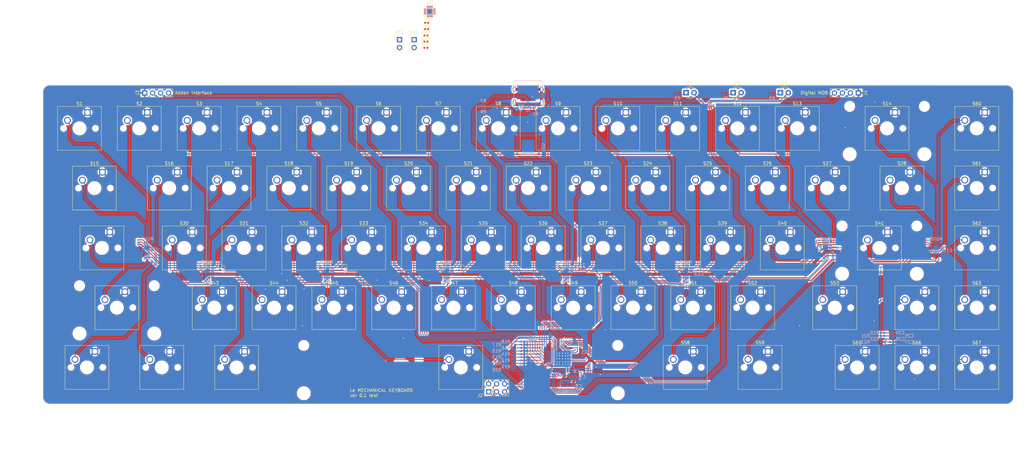
<source format=kicad_pcb>
(kicad_pcb (version 20221018) (generator pcbnew)
  (layers (0 "F.Cu" signal) (31 "B.Cu" signal) (34 "B.Paste" user) (35 "F.Paste" user) (36 "B.SilkS" user "B.Silkscreen") (37 "F.SilkS" user "F.Silkscreen") (38 "B.Mask" user) (39 "F.Mask" user) (44 "Edge.Cuts" user))
  (net 0 "")
  (net 1 "/Bettery management and USB hub/GND")
  (net 2 "/Bettery management and USB hub/VCC")
  (net 3 "/VCC")
  (net 4 "/KEY_00_~")
  (net 5 "/KEY_01_1")
  (net 6 "/KEY_02_2")
  (net 7 "/KEY_03_3")
  (net 8 "/KEY_04_4")
  (net 9 "/KEY_05_5")
  (net 10 "/KEY_06_6")
  (net 11 "/KEY_07_7")
  (net 12 "/KEY_08_8")
  (net 13 "/KEY_09_9")
  (net 14 "/KEY_10_0")
  (net 15 "/KEY_11_-")
  (net 16 "/KEY_12_=")
  (net 17 "/KEY_13_BS")
  (net 18 "/KEY_14_TAB")
  (net 19 "/KEY_15_Q")
  (net 20 "/KEY_16_W")
  (net 21 "/KEY_17_E")
  (net 22 "/KEY_18_R")
  (net 23 "/KEY_19_T")
  (net 24 "/KEY_20_Y")
  (net 25 "/KEY_21_U")
  (net 26 "/KEY_22_I")
  (net 27 "/KEY_23_O")
  (net 28 "/KEY_24_P")
  (net 29 "/KEY_25_{")
  (net 30 "/KEY_26_}")
  (net 31 "/KEY_27_\\")
  (net 32 "/KEY_28_CL")
  (net 33 "/KEY_29_A")
  (net 34 "/KEY_30_S")
  (net 35 "/KEY_31_D")
  (net 36 "/KEY_32_F")
  (net 37 "/KEY_33_G")
  (net 38 "/KEY_34_H")
  (net 39 "/KEY_35_J")
  (net 40 "/KEY_36_K")
  (net 41 "/KEY_37_L")
  (net 42 "/KEY_38_;")
  (net 43 "/KEY_39_'")
  (net 44 "/KEY_40_ENTER")
  (net 45 "/KEY_41_LSHIFT")
  (net 46 "/KEY_42_Z")
  (net 47 "/KEY_43_X")
  (net 48 "/KEY_44_C")
  (net 49 "/KEY_45_V")
  (net 50 "/KEY_46_B")
  (net 51 "/KEY_47_N")
  (net 52 "/KEY_48_M")
  (net 53 "/KEY_49_,")
  (net 54 "/KEY_50_.")
  (net 55 "/KEY_51_?")
  (net 56 "/KEY_52_RSHIFT")
  (net 57 "/KEY_53_LCTRL")
  (net 58 "/KEY_54_LWIN")
  (net 59 "/KEY_55_LALT")
  (net 60 "/KEY_56_SPACE")
  (net 61 "/KEY_57_RALT")
  (net 62 "/KEY_58_RFN")
  (net 63 "/KEY_59_PtrScr")
  (net 64 "/KEY_60_DEL")
  (net 65 "/KEY_61_HOME")
  (net 66 "/KEY_62_END")
  (net 67 "/KEY_63_ARR_UP")
  (net 68 "/KEY_64_ARR_LEFT")
  (net 69 "/KEY_65_ARR_DOWN")
  (net 70 "/KEY_66_ARR_RIGHT")
  (net 71 "/SEG0")
  (net 72 "/BOARD_EN")
  (net 73 "/GND")
  (net 74 "/ADDR_A2")
  (net 75 "/ADDR_A1")
  (net 76 "/ADDR_A0")
  (net 77 "/SEG1")
  (net 78 "/SEG2")
  (net 79 "/SEG3")
  (net 80 "/SEG4")
  (net 81 "/SEG5")
  (net 82 "/SEG6")
  (net 83 "/SEG7")
  (net 84 "/VNOB_A")
  (net 85 "/VNOB_B")
  (net 87 "Net-(J1-CC1)")
  (net 89 "Net-(J1-CC2)")
  (net 91 "Net-(D1-K)")
  (net 92 "Net-(D2-K)")
  (net 93 "Net-(D3-K)")
  (net 94 "Net-(J1-SHIELD)")
  (net 95 "Net-(J1-D+-PadA6)")
  (net 96 "Net-(J1-D--PadA7)")
  (net 97 "Net-(U1-UCAP)")
  (net 98 "Net-(U1-XTAL1)")
  (net 99 "Net-(U1-XTAL2)")
  (net 100 "/RESET")
  (net 101 "Net-(U1-~{HWB}{slash}PE2)")
  (net 102 "/LED_0")
  (net 103 "/LED_1")
  (net 104 "/LED_2")
  (net 105 "/MISO")
  (net 106 "/SCL")
  (net 107 "/MOSI")
  (net 108 "/SDA")
  (net 109 "Net-(BT1-+)")
  (net 110 "/VIN")
  (net 111 "Net-(U3-SS{slash}TR)")
  (net 112 "/Bettery management and USB hub/3V3VCC")
  (net 113 "/Bettery management and USB hub/VIN")
  (net 114 "/Bettery management and USB hub/VSWD")
  (net 115 "/USBIN_D-")
  (net 116 "/USBIN_D+")
  (net 117 "/USBMCU_D-")
  (net 118 "/USBMCU_D+")
  (net 146 "/Bettery management and USB hub/USBIN_D-")
  (net 147 "/Bettery management and USB hub/USBIN_D+")
  (net 154 "Net-(L1-Pad1)")
  (net 155 "Net-(U3-PG)")
  (net 156 "/Bettery management and USB hub/USBMCU_D-")
  (net 157 "/Bettery management and USB hub/USBMCU_D+")
  (footprint "Button_Switch_Keyboard:SW_Cherry_MX_1.00u_PCB" (layer "F.Cu") (at 178.641 107.72)
    (fp_text reference "S48")
    (fp_text value "PG151101S11")
  )
  (footprint "Package_DFN_QFN:VQFN-16-1EP_3x3mm_P0.5mm_EP1.68x1.68mm_ThermalVias" (layer "F.Cu") (at 149.47 18.38)
    (fp_text reference "U3")
    (fp_text value "TPS62140")
  )
  (footprint "Button_Switch_Keyboard:SW_Cherry_MX_1.00u_PCB" (layer "F.Cu") (at 135.73 50.55)
    (fp_text reference "S6")
    (fp_text value "PG151101S11")
  )
  (footprint "Button_Switch_Keyboard:SW_Cherry_MX_1.00u_PCB" (layer "F.Cu") (at 164.305 69.6)
    (fp_text reference "S21")
    (fp_text value "PG151101S11")
  )
  (footprint "Button_Switch_Keyboard:SW_Cherry_MX_1.00u_PCB" (layer "F.Cu") (at 92.8652 88.67)
    (fp_text reference "S31")
    (fp_text value "PG151101S11")
  )
  (footprint "Button_Switch_Keyboard:SW_Cherry_MX_1.00u_PCB" (layer "F.Cu") (at 235.791 107.72)
    (fp_text reference "S51")
    (fp_text value "PG151101S11")
  )
  (footprint "Button_Switch_Keyboard:SW_Cherry_MX_1.00u_PCB" (layer "F.Cu") (at 145.255 69.6)
    (fp_text reference "S20")
    (fp_text value "PG151101S11")
  )
  (footprint "Connector_PinHeader_2.54mm:PinHeader_1x04_P2.54mm_Vertical" (layer "F.Cu") (at 58.7 44.34 90)
    (fp_text reference "J3")
    (fp_text value "Addon interface")
  )
  (footprint "Connector_PinHeader_2.54mm:PinHeader_1x02_P2.54mm_Vertical" (layer "F.Cu") (at 139.86 27.35)
    (fp_text reference "BT1")
    (fp_text value "Battery")
  )
  (footprint "LED_THT:LED_D3.0mm_Clear" (layer "F.Cu") (at 231.125 44.25)
    (fp_text reference "D1")
    (fp_text value "LED")
  )
  (footprint "LED_THT:LED_D3.0mm_Clear" (layer "F.Cu") (at 246.125 44.25)
    (fp_text reference "D2")
    (fp_text value "LED")
  )
  (footprint "Button_Switch_Keyboard:SW_Cherry_MX_1.00u_PCB" (layer "F.Cu") (at 288.115 126.77)
    (fp_text reference "S65")
    (fp_text value "PG151101S11")
  )
  (footprint "Button_Switch_Keyboard:SW_Cherry_MX_1.00u_PCB" (layer "F.Cu") (at 59.53 50.55)
    (fp_text reference "S2")
    (fp_text value "PG151101S11")
  )
  (footprint "Button_Switch_Keyboard:SW_Cherry_MX_1.00u_PCB" (layer "F.Cu") (at 259.555 69.6)
    (fp_text reference "S26")
    (fp_text value "PG151101S11")
  )
  (footprint "Button_Switch_Keyboard:SW_Cherry_MX_1.00u_PCB" (layer "F.Cu") (at 307.165 107.72)
    (fp_text reference "S64" hide)
    (fp_text value "PG151101S11")
  )
  (footprint "Button_Switch_Keyboard:SW_Cherry_MX_1.00u_PCB" (layer "F.Cu") (at 250.03 50.55)
    (fp_text reference "S12")
    (fp_text value "PG151101S11")
  )
  (footprint "Button_Switch_Keyboard:SW_Cherry_MX_1.00u_PCB" (layer "F.Cu") (at 278.605 69.59)
    (fp_text reference "S27")
    (fp_text value "PG151101S11")
  )
  (footprint "Button_Switch_Keyboard:SW_Cherry_MX_6.25u_PCB" (layer "F.Cu") (at 161.91 126.77)
    (fp_text reference "S57" hide)
    (fp_text value "PG151101S11")
  )
  (footprint "Capacitor_SMD:C_0402_1005Metric" (layer "F.Cu") (at 148.27 26.01)
    (fp_text reference "C28")
    (fp_text value "10uF")
  )
  (footprint "Connector_PinHeader_2.54mm:PinHeader_2x03_P2.54mm_Vertical" (layer "F.Cu") (at 168.235 139.615 90)
    (fp_text reference "J2")
    (fp_text value "Programmer 1 time")
  )
  (footprint "Button_Switch_Keyboard:SW_Cherry_MX_1.00u_PCB" (layer "F.Cu") (at 140.541 107.72)
    (fp_text reference "S46")
    (fp_text value "PG151101S11")
  )
  (footprint "LED_THT:LED_D3.0mm_Clear" (layer "F.Cu") (at 261.125 44.25)
    (fp_text reference "D3")
    (fp_text value "LED")
  )
  (footprint "Button_Switch_Keyboard:SW_Cherry_MX_1.00u_PCB" (layer "F.Cu") (at 107.155 69.6)
    (fp_text reference "S18")
    (fp_text value "PG151101S11")
  )
  (footprint "Button_Switch_Keyboard:SW_Cherry_MX_1.00u_PCB" (layer "F.Cu") (at 83.391 107.72)
    (fp_text reference "S43")
    (fp_text value "PG151101S11")
  )
  (footprint "Button_Switch_Keyboard:SW_Cherry_MX_1.25u_PCB" (layer "F.Cu") (at 42.86 126.77)
    (fp_text reference "S54" hide)
    (fp_text value "PG151101S11")
  )
  (footprint "Button_Switch_Keyboard:SW_Cherry_MX_1.00u_PCB" (layer "F.Cu") (at 159.591 107.72)
    (fp_text reference "S47")
    (fp_text value "PG151101S11")
  )
  (footprint "Button_Switch_Keyboard:SW_Cherry_MX_1.25u_PCB" (layer "F.Cu") (at 257.2 126.76)
    (fp_text reference "S59")
    (fp_text value "PG151101S11")
  )
  (footprint "Button_Switch_Keyboard:SW_Cherry_MX_1.00u_PCB" (layer "F.Cu") (at 326.215 107.72)
    (fp_text reference "S63")
    (fp_text value "PG151101S11")
  )
  (footprint "Button_Switch_Keyboard:SW_Cherry_MX_1.00u_PCB" (layer "F.Cu") (at 326.215 88.67)
    (fp_text reference "S62")
    (fp_text value "PG151101S11")
  )
  (footprint "Button_Switch_Keyboard:SW_Cherry_MX_1.00u_PCB" (layer "F.Cu") (at 192.87 50.55)
    (fp_text reference "S9")
    (fp_text value "PG151101S11")
  )
  (footprint "Connector_PinHeader_2.54mm:PinHeader_1x04_P2.54mm_Vertical" (layer "F.Cu") (at 286 44.335 -90)
    (fp_text reference "J4")
    (fp_text value "Digital NOB")
  )
  (footprint "Button_Switch_Keyboard:SW_Cherry_MX_1.00u_PCB" (layer "F.Cu") (at 264.3152 88.67)
    (fp_text reference "S40")
    (fp_text value "PG151101S11")
  )
  (footprint "Button_Switch_Keyboard:SW_Cherry_MX_2.00u_PCB" (layer "F.Cu") (at 297.655 50.55)
    (fp_text reference "S14")
    (fp_text value "PG151101S11")
  )
  (footprint "Button_Switch_Keyboard:SW_Cherry_MX_1.00u_PCB" (layer "F.Cu") (at 150.0152 88.67)
    (fp_text reference "S34")
    (fp_text value "PG151101S11")
  )
  (footprint "Button_Switch_Keyboard:SW_Cherry_MX_1.00u_PCB" (layer "F.Cu") (at 126.205 69.6)
    (fp_text reference "S19")
    (fp_text value "PG151101S11")
  )
  (footprint "Button_Switch_Keyboard:SW_Cherry_MX_1.00u_PCB" (layer "F.Cu") (at 240.505 69.6)
    (fp_text reference "S25")
    (fp_text value "PG151101S11")
  )
  (footprint "Button_Switch_Keyboard:SW_Cherry_MX_1.00u_PCB" (layer "F.Cu") (at 73.8152 88.67)
    (fp_text reference "S30")
    (fp_text value "PG151101S11")
  )
  (footprint "Button_Switch_Keyboard:SW_Cherry_MX_1.00u_PCB" (layer "F.Cu") (at 202.405 69.6)
    (fp_text reference "S23")
    (fp_text value "PG151101S11")
  )
  (footprint "Button_Switch_Keyboard:SW_Cherry_MX_1.25u_PCB" (layer "F.Cu") (at 233.41 126.76)
    (fp_text reference "S58")
    (fp_text value "PG151101S11")
  )
  (footprint "Connector_PinHeader_2.54mm:PinHeader_1x02_P2.54mm_Vertical" (layer "F.Cu") (at 144.51 27.35)
    (fp_text reference "SW1")
    (fp_text value "SW_DIP_x01")
  )
  (footprint "Button_Switch_Keyboard:SW_Cherry_MX_1.00u_PCB" (layer "F.Cu") (at 116.68 50.55)
    (fp_text reference "S5")
    (fp_text value "PG151101S11")
  )
  (footprint "Button_Switch_Keyboard:SW_Cherry_MX_2.25u_PCB" (layer "F.Cu") (at 52.39 107.72)
    (fp_text reference "S42" hide)
    (fp_text value "PG151101S11" hide)
  )
  (footprint "Capacitor_SMD:C_0402_1005Metric" (layer "F.Cu") (at 148.27 29.95)
    (fp_text reference "C30")
    (fp_text value "22uF")
  )
  (footprint "Button_Switch_Keyboard:SW_Cherry_MX_1.00u_PCB" (layer "F.Cu") (at 207.1652 88.67)
    (fp_text reference "S37")
    (fp_text value "PG151101S11")
  )
  (footprint "Button_Switch_Keyboard:SW_Cherry_MX_1.00u_PCB" (layer "F.Cu") (at 88.105 69.6)
    (fp_text reference "S17")
    (fp_text value "PG151101S11")
  )
  (footprint "Button_Switch_Keyboard:SW_Cherry_MX_1.00u_PCB" (layer "F.Cu") (at 326.23 50.55)
    (fp_text reference "S60")
    (fp_text value "PG151101S11")
  )
  (footprint "Button_Switch_Keyboard:SW_Cherry_MX_1.00u_PCB" (layer "F.Cu") (at 188.1152 88.67)
    (fp_text reference "S36")
    (fp_text value "PG151101S11")
  )
  (footprint "Diode_SMD:D_0402_1005Metric" (layer "F.Cu") (at 148.515 24.01)
    (fp_text reference "D6")
    (fp_text value "D")
  )
  (footprint "Button_Switch_Keyboard:SW_Cherry_MX_1.00u_PCB" (layer "F.Cu") (at 197.691 107.72)
    (fp_text reference "S49")
    (fp_text value "PG151101S11")
  )
  (footprint "Button_Switch_Keyboard:SW_Cherry_MX_1.00u_PCB" (layer "F.Cu") (at 78.58 50.55)
    (fp_text reference "S3")
    (fp_text value "PG151101S11")
  )
  (footprint "Button_Switch_Keyboard:SW_Cherry_MX_1.00u_PCB" (layer "F.Cu") (at 230.98 50.55)
    (fp_text reference "S11")
    (fp_text value "PG151101S11")
  )
  (footprint "Button_Switch_Keyboard:SW_Cherry_MX_1.00u_PCB" (layer "F.Cu") (at 154.78 50.55)
    (fp_text reference "S7")
    (fp_text value "PG151101S11")
  )
  (footprint "Button_Switch_Keyboard:SW_Cherry_MX_1.00u_PCB" (layer "F.Cu") (at 121.491 107.72)
    (fp_text reference "S45")
    (fp_text value "PG151101S11")
  )
  (footprint "Button_Switch_Keyboard:SW_Cherry_MX_1.00u_PCB" (layer "F.Cu") (at 102.441 107.72)
    (fp_text reference "S44")
    (fp_text value "PG151101S11")
  )
  (footprint "Button_Switch_Keyboard:SW_Cherry_MX_1.00u_PCB" (layer "F.Cu") (at 226.2152 88.67)
    (fp_text reference "S38")
    (fp_text value "PG151101S11")
  )
  (footprint "Button_Switch_Keyboard:SW_Cherry_MX_1.00u_PCB" (layer "F.Cu") (at 40.48 50.55)
    (fp_text reference "S1")
    (fp_text value "PG151101S11")
  )
  (footprint "Button_Switch_Keyboard:SW_Cherry_MX_1.00u_PCB" (layer "F.Cu") (at 326.215 126.77)
    (fp_text reference "S67")
    (fp_text value "PG151101S11")
  )
  (footprint "Diode_SMD:D_0402_1005Metric" (layer "F.Cu") (at 148.515 22.02)
    (fp_text reference "D5")
    (fp_text value "D")
  )
  (footprint "Button_Switch_Keyboard:SW_Cherry_MX_1.50u_PCB" (layer "F.Cu") (at 45.24 69.61)
    (fp_text reference "S15")
    (fp_text value "PG151101S11")
  )
  (footprint "Capacitor_SMD:C_0402_1005Metric" (layer "F.Cu") (at 148.27 27.98)
    (fp_text reference "C29")
    (fp_text value "3.3nF")
  )
  (footprint "Button_Switch_Keyboard:SW_Cherry_MX_1.00u_PCB" (layer "F.Cu") (at 245.2652 88.67)
    (fp_text reference "S39")
    (fp_text value "PG151101S11")
  )
  (footprint "Button_Switch_Keyboard:SW_Cherry_MX_1.00u_PCB" (layer "F.Cu") (at 216.741 107.72)
    (fp_text reference "S50")
    (fp_text value "PG151101S11")
  )
  (footprint "Button_Switch_Keyboard:SW_Cherry_MX_1.00u_PCB" (layer "F.Cu") (at 130.9652 88.67)
    (fp_text reference "S33")
    (fp_text value "PG151101S11")
  )
  (footprint "Button_Switch_Keyboard:SW_Cherry_MX_1.00u_PCB" (layer "F.Cu") (at 326.225 69.58)
    (fp_text reference "S61")
    (fp_text value "PG151101S11")
  )
  (footprint "Button_Switch_Keyboard:SW_Cherry_MX_1.00u_PCB" (layer "F.Cu") (at 69.055 69.6)
    (fp_text reference "S16")
    (fp_text value "PG151101S11")
  )
  (footprint "Button_Switch_Keyboard:SW_Cherry_MX_1.00u_PCB" (layer "F.Cu") (at 211.93 50.55)
    (fp_text reference "S10")
    (fp_text value "PG151101S11")
  )
  (footprint "Button_Switch_Keyboard:SW_Cherry_MX_1.25u_PCB" (layer "F.Cu") (at 66.67 126.77)
    (fp_text reference "S55" hide)
    (fp_text value "PG151101S11")
  )
  (footprint "Button_Switch_Keyboard:SW_Cherry_MX_1.00u_PCB" (layer "F.Cu") (at 183.355 69.6)
    (fp_text reference "S22")
    (fp_text value "PG151101S11")
  )
  (footprint "Button_Switch_Keyboard:SW_Cherry_MX_1.00u_PCB" (layer "F.Cu") (at 97.63 50.55)
    (fp_text reference "S4")
    (fp_text value "PG151101S11")
  )
  (footprint "Button_Switch_Keyboard:SW_Cherry_MX_1.00u_PCB" (layer "F.Cu") (at 169.0652 88.67)
    (fp_text reference "S35")
    (fp_text value "PG151101S11")
  )
  (footprint "Button_Switch_Keyboard:SW_Cherry_MX_1.00u_PCB" (layer "F.Cu") (at 221.455 69.6)
    (fp_text reference "S24")
    (fp_text value "PG151101S11")
  )
  (footprint "Button_Switch_Keyboard:SW_Cherry_MX_1.75u_PCB" (layer "F.Cu") (at 47.625 88.67)
    (fp_text reference "S29" hide)
    (fp_text value "PG151101S11")
  )
  (footprint "Button_Switch_Keyboard:SW_Cherry_MX_1.00u_PCB" (layer "F.Cu") (at 254.841 107.72)
    (fp_text reference "S52")
    (fp_text value "PG151101S11")
  )
  (footprint "Button_Switch_Keyboard:SW_Cherry_MX_1.50u_PCB" (layer "F.Cu") (at 302.415 69.59)
    (fp_text reference "S28")
    (fp_text value "PG151101S11")
  )
  (footprint "Button_Switch_Keyboard:SW_Cherry_MX_1.00u_PCB" (layer "F.Cu") (at 307.165 126.77)
    (fp_text reference "S66")
    (fp_text value "PG151101S11")
  )
  (footprint "Button_Switch_Keyboard:SW_Cherry_MX_1.25u_PCB" (layer "F.Cu") (at 90.51 126.77)
    (fp_text reference "S56" hide)
    (fp_text value "PG151101S11")
  )
  (footprint "Button_Switch_Keyboard:SW_Cherry_MX_1.00u_PCB" (layer "F.Cu") (at 111.9152 88.67)
    (fp_text reference "S32")
    (fp_text value "PG151101S11")
  )
  (footprint "Button_Switch_Keyboard:SW_Cherry_MX_1.00u_PCB" (layer "F.Cu") (at 269.08 50.55)
    (fp_text reference "S13")
    (fp_text value "PG151101S11")
  )
  (footprint "Button_Switch_Keyboard:SW_Cherry_MX_1.75u_PCB" (layer "F.Cu") (at 281.003 107.72)
    (fp_text reference "S53")
    (fp_text value "PG151101S11")
  )
  (footprint "Button_Switch_Keyboard:SW_Cherry_MX_2.25u_PCB" (layer "F.Cu") (at 295.2524 88.6802)
    (fp_text reference "S41")
    (fp_text value "PG151101S11")
  )
  (footprint "Button_Switch_Keyboard:SW_Cherry_MX_1.00u_PCB" (layer "F.Cu") (at 173.83 50.55)
    (fp_text reference "S8")
    (fp_text value "PG151101S11")
  )
  (footprint "Capacitor_SMD:C_0402_1005Metric" (layer "B.Cu") (at 194.7 134.75 -90)
    (fp_text reference "C5")
    (fp_text value "100nF")
  )
  (footprint "Resistor_SMD:R_0402_1005Metric" (layer "B.Cu") (at 166.6 49.14 180)
    (fp_text reference "R8")
    (fp_text value "R22")
  )
  (footprint "Capacitor_SMD:C_0402_1005Metric" (layer "B.Cu") (at 179.1 129.6 180)
    (fp_text reference "C17")
    (fp_text value "220pF")
  )
  (footprint "Capacitor_SMD:C_0402_1005Metric" (layer "B.Cu") (at 314.42 93.45)
    (fp_text reference "C15")
    (fp_text value "100nF")
  )
  (footprint "Connector_USB:USB_C_Receptacle_G-Switch_GT-USB-7010ASV" (layer "B.Cu") (at 180.78 44.26)
    (fp_text reference "J1")
    (fp_text value "USB_C_Receptacle_USB2.0")
  )
  (footprint "Package_DFN_QFN:QFN-16-1EP_3x3mm_P0.5mm_EP1.7x1.7mm" (layer "B.Cu") (at 231 101.09 180)
    (fp_text reference "MUX6")
    (fp_text value "U74HC4051G-Q16")
  )
  (footprint "Resistor_SMD:R_0402_1005Metric" (layer "B.Cu") (at 176.1 123.6)
    (fp_text reference "R18")
    (fp_text value "R10K")
  )
  (footprint "Capacitor_SMD:C_0402_1005Metric" (layer "B.Cu") (at 82.62 100.22 90)
    (fp_text reference "C9")
    (fp_text value "100nF")
  )
  (footprint "Resistor_SMD:R_0402_1005Metric" (layer "B.Cu") (at 176.1 126.6)
    (fp_text reference "R15")
    (fp_text value "R10K")
  )
  (footprint "Resistor_SMD:R_0603_1608Metric" (layer "B.Cu") (at 187.17 47.305 -90)
    (fp_text reference "R6")
    (fp_text value "R1M")
  )
  (footprint "Resistor_SMD:R_0402_1005Metric" (layer "B.Cu") (at 293.6625 123.75)
    (fp_text reference "R23")
    (fp_text value "R10K")
  )
  (footprint "Resistor_SMD:R_0402_1005Metric" (layer "B.Cu") (at 176.1 132.65)
    (fp_text reference "R20")
    (fp_text value "5.11K")
  )
  (footprint "Capacitor_SMD:C_0402_1005Metric" (layer "B.Cu") (at 121.51 100.17 90)
    (fp_text reference "C10")
    (fp_text value "100nF")
  )
  (footprint "Capacitor_SMD:C_0402_1005Metric" (layer "B.Cu") (at 179.1 124.6 180)
    (fp_text reference "C22")
    (fp_text value "220pF")
  )
  (footprint "Package_DFN_QFN:QFN-16-1EP_3x3mm_P0.5mm_EP1.7x1.7mm" (layer "B.Cu") (at 116.7 101.05 180)
    (fp_text reference "MUX3")
    (fp_text value "U74HC4051G-Q16")
  )
  (footprint "Capacitor_SMD:C_0402_1005Metric" (layer "B.Cu") (at 190.43 137.25 -90)
    (fp_text reference "C2")
    (fp_text value "2pF")
  )
  (footprint "Capacitor_SMD:C_0402_1005Metric" (layer "B.Cu") (at 296.5575 123.75 180)
    (fp_text reference "C27")
    (fp_text value "220pF")
  )
  (footprint "Resistor_SMD:R_0402_1005Metric" (layer "B.Cu") (at 187.65 123.7625 90)
    (fp_text reference "R9")
    (fp_text value "R10K")
  )
  (footprint "Package_DFN_QFN:QFN-16-1EP_3x3mm_P0.5mm_EP1.7x1.7mm" (layer "B.Cu") (at 59.5 93.7 180)
    (fp_text reference "MUX1")
    (fp_text value "U74HC4051G-Q16")
  )
  (footprint "Resistor_SMD:R_0402_1005Metric" (layer "B.Cu") (at 166.6 48.15 180)
    (fp_text reference "R7")
    (fp_text value "R22")
  )
  (footprint "Capacitor_SMD:C_0402_1005Metric" (layer "B.Cu") (at 198.6 128.15 180)
    (fp_text reference "C1")
    (fp_text value "1uF")
  )
  (footprint "Resistor_SMD:R_0402_1005Metric" (layer "B.Cu") (at 176.1 128.6)
    (fp_text reference "R13")
    (fp_text value "R10K")
  )
  (footprint "Resistor_SMD:R_0402_1005Metric" (layer "B.Cu") (at 258.5 44.85)
    (fp_text reference "R5")
    (fp_text value "R330")
  )
  (footprint "Resistor_SMD:R_0402_1005Metric" (layer "B.Cu") (at 178.63 49.87 180)
    (fp_text reference "R2")
    (fp_text value "5.11K")
  )
  (footprint "Capacitor_SMD:C_0402_1005Metric" (layer "B.Cu") (at 63.38 94.53 -90)
    (fp_text reference "C8")
    (fp_text value "100nF")
  )
  (footprint "Crystal_SMD_7F16000E09UCG_4pin:Crystal_SMD_7F16000E09UCG_4pin" (layer "B.Cu") (at 192.6 137.25)
    (fp_text reference "Y1")
    (fp_text value "7F16000E09UCG")
  )
  (footprint "Resistor_SMD:R_0402_1005Metric" (layer "B.Cu") (at 176.1 124.6)
    (fp_text reference "R17")
    (fp_text value "R10K")
  )
  (footprint "Capacitor_SMD:C_0402_1005Metric" (layer "B.Cu") (at 179.1 130.6 180)
    (fp_text reference "C16")
    (fp_text value "220pF")
  )
  (footprint "Resistor_SMD:R_0402_1005Metric" (layer "B.Cu") (at 176.1 125.6)
    (fp_text reference "R16")
    (fp_text value "R10K")
  )
  (footprint "Resistor_SMD:R_0402_1005Metric" (layer "B.Cu") (at 293.6625 120.825)
    (fp_text reference "R10")
    (fp_text value "R10K")
  )
  (footprint "Capacitor_SMD:C_0402_1005Metric" (layer "B.Cu") (at 279.1 94.11 -90)
    (fp_text reference "C14")
    (fp_text value "100nF")
  )
  (footprint "Capacitor_SMD:C_0402_1005Metric" (layer "B.Cu") (at 179.1 123.6 180)
    (fp_text reference "C23")
    (fp_text value "220pF")
  )
  (footprint "Capacitor_SMD:C_0402_1005Metric" (layer "B.Cu") (at 235.3 100.85)
    (fp_text reference "C13")
    (fp_text value "100nF")
  )
  (footprint "Resistor_SMD:R_0402_1005Metric" (layer "B.Cu") (at 176.1 129.6)
    (fp_text reference "R12")
    (fp_text value "R10K")
  )
  (footprint "Capacitor_SMD:C_0402_1005Metric" (layer "B.Cu") (at 179.1 125.6 180)
    (fp_text reference "C21")
    (fp_text value "220pF")
  )
  (footprint "Package_DFN_QFN:VQFN-48-1EP_7x7mm_P0.5mm_EP4.1x4.1mm" (layer "B.Cu") (at 180.8 61.2875 90)
    (fp_text reference "U2")
    (fp_text value "USB2514-HZH (C184347)")
  )
  (footprint "Capacitor_SMD:C_0402_1005Metric" (layer "B.Cu") (at 296.5575 122.775 180)
    (fp_text reference "C26")
    (fp_text value "220pF")
  )
  (footprint "Capacitor_SMD:C_0402_1005Metric" (layer "B.Cu") (at 296.5575 121.8 180)
    (fp_text reference "C25")
    (fp_text value "220pF")
  )
  (footprint "Package_DFN_QFN:QFN-16-1EP_3x3mm_P0.5mm_EP1.7x1.7mm" (layer "B.Cu") (at 275.55 93.72 180)
    (fp_text reference "MUX7")
    (fp_text value "U74HC4051G-Q16")
  )
  (footprint "Resistor_SMD:R_0402_1005Metric" (layer "B.Cu") (at 228.4 44.85)
    (fp_text reference "R3")
    (fp_text value "R330")
  )
  (footprint "Resistor_SMD:R_0402_1005Metric" (layer "B.Cu") (at 293.6625 121.8)
    (fp_text reference "R21")
    (fp_text value "R10K")
  )
  (footprint "Capacitor_SMD:C_0402_1005Metric" (layer "B.Cu") (at 197.57 99.2)
    (fp_text reference "C12")
    (fp_text value "100nF")
  )
  (footprint "Resistor_SMD:R_0402_1005Metric" (layer "B.Cu") (at 176.1 130.6)
    (fp_text reference "R11")
    (fp_text value "R10K")
  )
  (footprint "Capacitor_SMD:C_0402_1005Metric" (layer "B.Cu") (at 179.1 126.6 180)
    (fp_text reference "C20")
    (fp_text value "220pF")
  )
  (footprint "Package_DFN_QFN:QFN-16-1EP_3x3mm_P0.5mm_EP1.7x1.7mm" (layer "B.Cu") (at 154.825 101.075 180)
    (fp_text reference "MUX4")
    (fp_text value "U74HC4051G-Q16")
  )
  (footprint "Resistor_SMD:R_0402_1005Metric" (layer "B.Cu") (at 176.1 131.65)
    (fp_text reference "R19")
    (fp_text value "5.11K")
  )
  (footprint "Package_DFN_QFN:QFN-16-1EP_3x3mm_P0.5mm_EP1.7x1.7mm" (layer "B.Cu") (at 78.6 101.1 180)
    (fp_text reference "MUX2")
    (fp_text value "U74HC4051G-Q16")
  )
  (footprint "Capacitor_SMD:C_0402_1005Metric" (layer "B.Cu") (at 296.5575 120.825 180)
    (fp_text reference "C24")
    (fp_text value "220pF")
  )
  (footprint "Resistor_SMD:R_0402_1005Metric" (layer "B.Cu") (at 176.1 127.6)
    (fp_text reference "R14")
    (fp_text value "R10K")
  )
  (footprint "Capacitor_SMD:C_0402_1005Metric" (layer "B.Cu") (at 196.7 134.75 -90)
    (fp_text reference "C7")
    (fp_text value "100nF")
  )
  (footprint "Package_DFN_QFN:QFN-16-1EP_3x3mm_P0.5mm_EP1.7x1.7mm" (layer "B.Cu") (at 192.92 101.0525 180)
    (fp_text reference "MUX5")
    (fp_text value "U74HC4051G-Q16")
  )
  (footprint "Resistor_SMD:R_0402_1005Metric" (layer "B.Cu") (at 243.5 44.85)
    (fp_text reference "R4")
    (fp_text value "R330")
  )
  (footprint "Resistor_SMD:R_0402_1005Metric" (layer "B.Cu") (at 293.6625 122.775)
    (fp_text reference "R22")
    (fp_text value "R10K")
  )
  (footprint "Capacitor_SMD:C_0402_1005Metric" (layer "B.Cu") (at 158.81 100.4 90)
    (fp_text reference "C11")
    (fp_text value "100nF")
  )
  (footprint "Capacitor_SMD:C_0402_1005Metric" (layer "B.Cu") (at 179.1 128.6 180)
    (fp_text reference "C18")
    (fp_text value "220pF")
  )
  (footprint "Capacitor_SMD:C_0402_1005Metric" (layer "B.Cu") (at 195.7 134.75 -90)
    (fp_text reference "C6")
    (fp_text value "100nF")
  )
  (footprint "Package_DFN_QFN:QFN-16-1EP_3x3mm_P0.5mm_EP1.7x1.7mm" (layer "B.Cu") (at 310.75 93.72 180)
    (fp_text reference "MUX8")
    (fp_text value "U74HC4051G-Q16")
  )
  (footprint "Capacitor_SMD:C_0402_1005Metric" (layer "B.Cu") (at 179.1 127.6 180)
    (fp_text reference "C19")
    (fp_text value "220pF")
  )
  (footprint "Package_DFN_QFN:QFN-44-1EP_7x7mm_P0.5mm_EP5.2x5.2mm" (layer "B.Cu") (at 191.75 129.1 180)
    (fp_text reference "U1")
    (fp_text value "ATmega32U4-M")
  )
  (footprint "Capacitor_SMD:C_0402_1005Metric" (layer "B.Cu") (at 193.7 134.75 -90)
    (fp_text reference "C4")
    (fp_text value "10uF")
  )
  (footprint "Capacitor_SMD:C_0402_1005Metric" (layer "B.Cu") (at 195.13 137.75)
    (fp_text reference "C3")
    (fp_text value "2pF")
  )
  (footprint "Resistor_SMD:R_0402_1005Metric" (layer "B.Cu") (at 183.19 49.84)
    (fp_text reference "R1")
    (fp_text value "5.11K")
  )
  (gr_arc (start 333.23 41.939569) (mid 334.679568 42.54) (end 335.28 43.989569) (stroke (width 0.1)) (layer "Edge.Cuts"))
  (gr_arc (start 26.389569 43.979569) (mid 26.99 42.53) (end 28.439569 41.929569) (stroke (width 0.1)) (layer "Edge.Cuts"))
  (gr_arc (start 28.44 143.41) (mid 26.990431 142.809569) (end 26.39 141.36) (stroke (width 0.1)) (layer "Edge.Cuts"))
  (gr_line (start 28.439569 41.929569) (end 333.23 41.939569) (stroke (width 0.1)) (layer "Edge.Cuts"))
  (gr_line (start 28.44 143.41) (end 333.23 143.410001) (stroke (width 0.1)) (layer "Edge.Cuts"))
  (gr_line (start 26.39 141.36) (end 26.389569 43.979569) (stroke (width 0.1)) (layer "Edge.Cuts"))
  (gr_line (start 335.28 43.989569) (end 335.28 141.360001) (stroke (width 0.1)) (layer "Edge.Cuts"))
  (gr_arc (start 335.28 141.360001) (mid 334.679569 142.80957) (end 333.23 143.410001) (stroke (width 0.1)) (layer "Edge.Cuts"))
  (gr_text "KBB" (at 122.07 129.6) (layer "F.Cu" knockout) (effects (font (size 7 7) (thickness 1.75) bold) (justify left top)))
  (gr_text "Le MECHANICAL KEYBOARD\nver 0.1 test" (at 123.95 141.35) (layer "F.SilkS") (effects (font (size 1 1)) (justify left bottom)))
  (segment (start 176.28 99.426396) (end 178.333604 101.48) (width 0.25) (layer "B.Cu") (net 0))
  (segment (start 163.23 59.876396) (end 171.58 68.226396) (width 0.25) (layer "B.Cu") (net 0))
  (segment (start 196.8225 127.6) (end 197.16 127.2625) (width 0.2) (layer "B.Cu") (net 0))
  (segment (start 197.61 122.96) (end 195.67 121.02) (width 0.25) (layer "B.Cu") (net 0))
  (segment (start 195.0875 127.6) (end 196.8225 127.6) (width 0.2) (layer "B.Cu") (net 0))
  (segment (start 172.03 81.42) (end 172.03 68.04) (width 0.25) (layer "B.Cu") (net 0))
  (segment (start 178.333604 101.48) (end 182.007208 101.48) (width 0.25) (layer "B.Cu") (net 0))
  (segment (start 195.483604 121.47) (end 197.16 123.146396) (width 0.25) (layer "B.Cu") (net 0))
  (segment (start 197.61 127.4625) (end 197.61 122.96) (width 0.2) (layer "B.Cu") (net 0))
  (segment (start 166.09 48.15) (end 165.163604 48.15) (width 0.25) (layer "B.Cu") (net 0))
  (segment (start 163.68 59.69) (end 163.68 50.27) (width 0.25) (layer "B.Cu") (net 0))
  (segment (start 182.007208 101.48) (end 185.47 104.942792) (width 0.25) (layer "B.Cu") (net 0))
  (segment (start 185.92 114.63) (end 185.92 104.756396) (width 0.25) (layer "B.Cu") (net 0))
  (segment (start 165.163604 48.15) (end 163.23 50.083604) (width 0.25) (layer "B.Cu") (net 0))
  (segment (start 185.47 114.816396) (end 192.123604 121.47) (width 0.25) (layer "B.Cu") (net 0))
  (segment (start 192.123604 121.47) (end 195.483604 121.47) (width 0.25) (layer "B.Cu") (net 0))
  (segment (start 192.31 121.02) (end 185.92 114.63) (width 0.25) (layer "B.Cu") (net 0))
  (segment (start 195.67 121.02) (end 192.31 121.02) (width 0.25) (layer "B.Cu") (net 0))
  (segment (start 164.81 49.14) (end 166.09 49.14) (width 0.25) (layer "B.Cu") (net 0))
  (segment (start 182.193604 101.03) (end 178.52 101.03) (width 0.25) (layer "B.Cu") (net 0))
  (segment (start 185.47 104.942792) (end 185.47 114.816396) (width 0.25) (layer "B.Cu") (net 0))
  (segment (start 172.03 68.04) (end 163.68 59.69) (width 0.25) (layer "B.Cu") (net 0))
  (segment (start 176.28 86.306396) (end 176.28 99.426396) (width 0.25) (layer "B.Cu") (net 0))
  (segment (start 178.52 101.03) (end 176.73 99.24) (width 0.25) (layer "B.Cu") (net 0))
  (segment (start 195.0875 128.1) (end 196.9725 128.1) (width 0.2) (layer "B.Cu") (net 0))
  (segment (start 176.73 99.24) (end 176.73 86.12) (width 0.25) (layer "B.Cu") (net 0))
  (segment (start 171.58 68.226396) (end 171.58 81.606396) (width 0.25) (layer "B.Cu") (net 0))
  (segment (start 176.73 86.12) (end 172.03 81.42) (width 0.25) (layer "B.Cu") (net 0))
  (segment (start 163.23 50.083604) (end 163.23 59.876396) (width 0.25) (layer "B.Cu") (net 0))
  (segment (start 185.92 104.756396) (end 182.193604 101.03) (width 0.25) (layer "B.Cu") (net 0))
  (segment (start 163.68 50.27) (end 164.81 49.14) (width 0.25) (layer "B.Cu") (net 0))
  (segment (start 196.9725 128.1) (end 197.61 127.4625) (width 0.2) (layer "B.Cu") (net 0))
  (segment (start 171.58 81.606396) (end 176.28 86.306396) (width 0.25) (layer "B.Cu") (net 0))
  (segment (start 197.16 123.146396) (end 197.16 127.2625) (width 0.2) (layer "B.Cu") (net 0))
  (segment (start 190.92 81.66) (end 193.93 84.67) (width 0.25) (layer "F.Cu") (net 3))
  (segment (start 195.5125 101) (end 195.4625 100.95) (width 0.25) (layer "F.Cu") (net 3))
  (segment (start 188.65 122.3) (end 189.4 123.05) (width 0.25) (layer "F.Cu") (net 3))
  (segment (start 188.01 63.85) (end 190.92 66.76) (width 0.25) (layer "F.Cu") (net 3))
  (segment (start 72.44 63.85) (end 66.49 57.9) (width 0.25) (layer "F.Cu") (net 3))
  (segment (start 177.95 122.3) (end 174.65 125.6) (width 0.25) (layer "F.Cu") (net 3))
  (segment (start 83.49 100.95) (end 66.83 100.95) (width 0.25) (layer "F.Cu") (net 3))
  (segment (start 277.95 49.845) (end 283.46 44.335) (width 0.25) (layer "F.Cu") (net 3))
  (segment (start 66.83 100.95) (end 66.82 100.94) (width 0.25) (layer "F.Cu") (net 3))
  (segment (start 267.8 101) (end 275.13 93.67) (width 0.25) (layer "F.Cu") (net 3))
  (segment (start 286.77 99.85) (end 299.17 99.85) (width 0.25) (layer "F.Cu") (net 3))
  (segment (start 277.95 57.58) (end 277.95 49.845) (width 0.25) (layer "F.Cu") (net 3))
  (segment (start 168.235 132.015) (end 168.235 137.075) (width 0.25) (layer "F.Cu") (net 3))
  (segment (start 190.92 66.76) (end 190.92 81.66) (width 0.25) (layer "F.Cu") (net 3))
  (segment (start 194.1 127.605673) (end 194.605673 127.1) (width 0.25) (layer "F.Cu") (net 3))
  (segment (start 185.9 63.85) (end 72.44 63.85) (width 0.25) (layer "F.Cu") (net 3))
  (segment (start 280.59 93.67) (end 286.77 99.85) (width 0.25) (layer "F.Cu") (net 3))
  (segment (start 299.17 99.85) (end 304.13 94.89) (width 0.25) (layer "F.Cu") (net 3))
  (segment (start 194.1 131.075673) (end 193.738173 131.4375) (width 0.25) (layer "F.Cu") (net 3))
  (segment (start 202.15 101) (end 195.5125 101) (width 0.25) (layer "F.Cu") (net 3))
  (segment (start 233.55 101) (end 202.15 101) (width 0.25) (layer "F.Cu") (net 3))
  (segment (start 187.2125 131.4375) (end 187.1 131.55) (width 0.25) (layer "F.Cu") (net 3))
  (segment (start 189.4 123.05) (end 189.4 131.4375) (width 0.25) (layer "F.Cu") (net 3))
  (segment (start 157.4125 100.95) (end 195.4625 100.95) (width 0.25) (layer "F.Cu") (net 3))
  (segment (start 66.49 57.9) (end 66.49 49.59) (width 0.25) (layer "F.Cu") (net 3))
  (segment (start 193.4 133.45) (end 193.35 133.5) (width 0.25) (layer "F.Cu") (net 3))
  (segment (start 233.55 101) (end 267.8 101) (width 0.25) (layer "F.Cu") (net 3))
  (segment (start 194.605673 127.1) (end 196.13 127.1) (width 0.25) (layer "F.Cu") (net 3))
  (segment (start 122.47 100.95) (end 83.49 100.95) (width 0.25) (layer "F.Cu") (net 3))
  (segment (start 311.85 94.89) (end 313.28 93.46) (width 0.25) (layer "F.Cu") (net 3))
  (segment (start 157.4125 100.95) (end 122.47 100.95) (width 0.25) (layer "F.Cu") (net 3))
  (segment (start 198.892466 129.6) (end 194.35 129.6) (width 0.25) (layer "F.Cu") (net 3))
  (segment (start 280.05 93.67) (end 280.59 93.67) (width 0.25) (layer "F.Cu") (net 3))
  (segment (start 202.17 101) (end 202.15 101) (width 0.25) (layer "F.Cu") (net 3))
  (segment (start 185.9 63.85) (end 188.01 63.85) (width 0.25) (layer "F.Cu") (net 3))
  (segment (start 188.65 122.3) (end 177.95 122.3) (width 0.25) (layer "F.Cu") (net 3))
  (segment (start 193.4 131.4375) (end 193.4 133.45) (width 0.25) (layer "F.Cu") (net 3))
  (segment (start 194.1 129.85) (end 194.1 127.605673) (width 0.25) (layer "F.Cu") (net 3))
  (segment (start 203.76 102.59) (end 202.17 101) (width 0.25) (layer "F.Cu") (net 3))
  (segment (start 271.68 63.85) (end 277.95 57.58) (width 0.25) (layer "F.Cu") (net 3))
  (segment (start 197.13 87.87) (end 197.13 97.3) (width 0.25) (layer "F.Cu") (net 3))
  (segment (start 196.13 127.1) (end 196.5 126.73) (width 0.25) (layer "F.Cu") (net 3))
  (segment (start 193.738173 131.4375) (end 187.2125 131.4375) (width 0.25) (layer "F.Cu") (net 3))
  (segment (start 194.35 129.6) (end 194.1 129.85) (width 0.25) (layer "F.Cu") (net 3))
  (segment (start 185.9 63.85) (end 271.68 63.85) (width 0.25) (layer "F.Cu") (net 3))
  (segment (start 199.146233 129.346233) (end 198.892466 129.6) (width 0.25) (layer "F.Cu") (net 3))
  (segment (start 193.93 84.67) (end 197.13 87.87) (width 0.25) (layer "F.Cu") (net 3))
  (segment (start 304.13 94.89) (end 311.85 94.89) (width 0.25) (layer "F.Cu") (net 3))
  (segment (start 194.1 129.85) (end 194.1 131.075673) (width 0.25) (layer "F.Cu") (net 3))
  (segment (start 196.5 126.73) (end 196.5 125.53) (width 0.25) (layer "F.Cu") (net 3))
  (segment (start 174.65 125.6) (end 168.235 132.015) (width 0.25) (layer "F.Cu") (net 3))
  (segment (start 275.13 93.67) (end 280.05 93.67) (width 0.25) (layer "F.Cu") (net 3))
  (segment (start 66.49 49.59) (end 61.24 44.34) (width 0.25) (layer "F.Cu") (net 3))
  (via (at 66.82 100.94) (size 0.5) (drill 0.3) (layers "F.Cu" "B.Cu") (net 3))
  (via (at 157.4125 100.95) (size 0.5) (drill 0.3) (layers "F.Cu" "B.Cu") (net 3))
  (via (at 195.4625 100.95) (size 0.5) (drill 0.3) (layers "F.Cu" "B.Cu") (net 3))
  (via (at 280.05 93.67) (size 0.5) (drill 0.3) (layers "F.Cu" "B.Cu") (net 3))
  (via (at 187.1 131.55) (size 0.5) (drill 0.3) (layers "F.Cu" "B.Cu") (net 3))
  (via (at 122.47 100.95) (size 0.5) (drill 0.3) (layers "F.Cu" "B.Cu") (net 3))
  (via (at 197.13 97.3) (size 0.5) (drill 0.3) (layers "F.Cu" "B.Cu") (net 3))
  (via (at 193.35 133.5) (size 0.5) (drill 0.3) (layers "F.Cu" "B.Cu") (net 3))
  (via (at 233.55 101) (size 0.5) (drill 0.3) (layers "F.Cu" "B.Cu") (net 3))
  (via (at 293.15 99.85) (size 0.5) (drill 0.3) (layers "F.Cu" "B.Cu") (net 3))
  (via (at 188.65 122.3) (size 0.5) (drill 0.3) (layers "F.Cu" "B.Cu") (net 3))
  (via (at 199.146233 129.346233) (size 0.5) (drill 0.3) (layers "F.Cu" "B.Cu") (net 3))
  (via (at 203.76 102.59) (size 0.5) (drill 0.3) (layers "F.Cu" "B.Cu") (net 3))
  (via (at 196.5 125.53) (size 0.5) (drill 0.3) (layers "F.Cu" "B.Cu") (net 3))
  (via (at 313.28 93.46) (size 0.5) (drill 0.3) (layers "F.Cu" "B.Cu") (net 3))
  (via (at 83.49 100.95) (size 0.5) (drill 0.3) (layers "F.Cu" "B.Cu") (net 3))
  (via (at 174.65 125.6) (size 0.5) (drill 0.3) (layers "F.Cu" "B.Cu") (net 3))
  (segment (start 193.7 134.27) (end 194.7 134.27) (width 0.25) (layer "B.Cu") (net 3))
  (segment (start 313.92 93.47) (end 313.94 93.45) (width 0.25) (layer "B.Cu") (net 3))
  (segment (start 195.3125 100.8) (end 194.3875 100.8) (width 0.25) (layer "B.Cu") (net 3))
  (segment (start 293.15 99.85) (end 293.1525 99.8525) (width 0.25) (layer "B.Cu") (net 3))
  (segment (start 157.2875 100.825) (end 156.2875 100.825) (width 0.25) (layer "B.Cu") (net 3))
  (segment (start 195.4625 100.95) (end 195.3125 100.8) (width 0.25) (layer "B.Cu") (net 3))
  (segment (start 199.146233 129.346233) (end 200.525 127.967466) (width 0.25) (layer "B.Cu") (net 3))
  (segment (start 198.892466 129.6) (end 195.0875 129.6) (width 0.25) (layer "B.Cu") (net 3))
  (segment (start 200.525 120.85) (end 203.76 117.615) (width 0.25) (layer "B.Cu") (net 3))
  (segment (start 313.29 93.47) (end 313.92 93.47) (width 0.25) (layer "B.Cu") (net 3))
  (segment (start 313.28 93.46) (end 313.29 93.47) (width 0.25) (layer "B.Cu") (net 3))
  (segment (start 63.387609 94.05) (end 63.38 94.05) (width 0.25) (layer "B.Cu") (net 3))
  (segment (start 80.0625 100.85) (end 83.39 100.85) (width 0.25) (layer "B.Cu") (net 3))
  (segment (start 293.1525 99.8525) (end 293.1525 120.825) (width 0.25) (layer "B.Cu") (net 3))
  (segment (start 189.25 122.9) (end 189.25 125.7625) (width 0.25) (layer "B.Cu") (net 3))
  (segment (start 197.13 99.16) (end 197.09 99.2) (width 0.25) (layer "B.Cu") (net 3))
  (segment (start 203.76 117.615) (end 203.76 102.59) (width 0.25) (layer "B.Cu") (net 3))
  (segment (start 197.13 97.3) (end 197.13 99.16) (width 0.25) (layer "B.Cu") (net 3))
  (segment (start 122.32 100.8) (end 122.47 100.95) (width 0.25) (layer "B.Cu") (net 3))
  (segment (start 193.25 133.4) (end 193.25 132.4375) (width 0.25) (layer "B.Cu") (net 3))
  (segment (start 194.7 134.27) (end 195.7 134.27) (width 0.25) (layer "B.Cu") (net 3))
  (segment (start 195.7 134.27) (end 196.7 134.27) (width 0.25) (layer "B.Cu") (net 3))
  (segment (start 187.55 131.1) (end 187.1 131.55) (width 0.25) (layer "B.Cu") (net 3))
  (segment (start 200.525 127.967466) (end 200.525 120.85) (width 0.25) (layer "B.Cu") (net 3))
  (segment (start 193.7 133.85) (end 193.7 134.27) (width 0.25) (layer "B.Cu") (net 3))
  (segment (start 193.35 133.5) (end 193.7 133.85) (width 0.25) (layer "B.Cu") (net 3))
  (segment (start 60.9625 93.45) (end 62.57 93.45) (width 0.25) (layer "B.Cu") (net 3))
  (segment (start 175.59 125.6) (end 174.65 125.6) (width 0.25) (layer "B.Cu") (net 3))
  (segment (start 233.3875 100.8375) (end 232.4625 100.8375) (width 0.25) (layer "B.Cu") (net 3))
  (segment (start 280.01 93.63) (end 280.05 93.67) (width 0.25) (layer "B.Cu") (net 3))
  (segment (start 188.65 122.3) (end 189.25 122.9) (width 0.25) (layer "B.Cu") (net 3))
  (segment (start 157.4125 100.95) (end 158.74 100.95) (width 0.25) (layer "B.Cu") (net 3))
  (segment (start 66.82 100.94) (end 66.82 97.482391) (width 0.25) (layer "B.Cu") (net 3))
  (segment (start 313.27 93.47) (end 313.28 93.46) (width 0.25) (layer "B.Cu") (net 3))
  (segment (start 175.59 130.6) (end 175.59 132.65) (width 0.25) (layer "B.Cu") (net 3))
  (segment (start 293.1525 120.825) (end 293.1525 123.75) (width 0.25) (layer "B.Cu") (net 3))
  (segment (start 196.5 125.53) (end 196.5 126.73) (width 0.25) (layer "B.Cu") (net 3))
  (segment (start 175.59 130.6) (end 175.59 123.6) (width 0.25) (layer "B.Cu") (net 3))
  (segment (start 283.46 44.335) (end 283.46 44.59) (width 0.25) (layer "B.Cu") (net 3))
  (segment (start 118.1625 100.8) (end 122.32 100.8) (width 0.25) (layer "B.Cu") (net 3))
  (segment (start 194.4825 125.53) (end 196.5 125.53) (width 0.25) (layer "B.Cu") (net 3))
  (segment (start 157.4125 100.95) (end 157.2875 100.825) (width 0.25) (layer "B.Cu") (net 3))
  (segment (start 62.57 93.45) (end 63.17 94.05) (width 0.25) (layer "B.Cu") (net 3))
  (segment (start 199.146233 129.346233) (end 198.892466 129.6) (width 0.25) (layer "B.Cu") (net 3))
  (segment (start 233.55 101) (end 233.3875 100.8375) (width 0.25) (layer "B.Cu") (net 3))
  (segment (start 83.39 100.85) (end 83.49 100.95) (width 0.25) (layer "B.Cu") (net 3))
  (segment (start 196.5 126.73) (end 196.13 127.1) (width 0.25) (layer "B.Cu") (net 3))
  (segment (start 195.4625 100.95) (end 196.92 99.4925) (width 0.25) (layer "B.Cu") (net 3))
  (segment (start 279.0852 93.475) (end 277 93.475) (width 0.25) (layer "B.Cu") (net 3))
  (segment (start 279.1 93.63) (end 280.01 93.63) (width 0.25) (layer "B.Cu") (net 3))
  (segment (start 196.13 127.1) (end 195.0875 127.1) (width 0.25) (layer "B.Cu") (net 3))
  (segment (start 188.4125 131.1) (end 187.55 131.1) (width 0.25) (layer "B.Cu") (net 3))
  (segment (start 193.35 133.5) (end 193.25 133.4) (width 0.25) (layer "B.Cu") (net 3))
  (segment (start 158.74 100.95) (end 158.81 100.88) (width 0.25) (layer "B.Cu") (net 3))
  (segment (start 63.17 94.05) (end 63.38 94.05) (width 0.25) (layer "B.Cu") (net 3))
  (segment (start 194.25 125.7625) (end 194.4825 125.53) (width 0.25) (layer "B.Cu") (net 3))
  (segment (start 234.67 101) (end 234.82 100.85) (width 0.25) (layer "B.Cu") (net 3))
  (segment (start 312.2125 93.47) (end 313.27 93.47) (width 0.25) (layer "B.Cu") (net 3))
  (segment (start 203.76 102.59) (end 203.76 102.73) (width 0.25) (layer "B.Cu") (net 3))
  (segment (start 233.55 101) (end 234.67 101) (width 0.25) (layer "B.Cu") (net 3))
  (segment (start 66.82 97.482391) (end 63.387609 94.05) (width 0.25) (layer "B.Cu") (net 3))
  (segment (start 59.75 92.2375) (end 59.75 77.586396) (width 0.25) (layer "B.Cu") (net 4))
  (segment (start 34.8 53.795) (end 34.115 53.11) (width 0.25) (layer "B.Cu") (net 4))
  (segment (start 59.75 77.586396) (end 42.763604 60.6) (width 0.25) (layer "B.Cu") (net 4))
  (segment (start 36.4 60.6) (end 34.8 59) (width 0.25) (layer "B.Cu") (net 4))
  (segment (start 42.763604 60.6) (end 36.4 60.6) (width 0.25) (layer "B.Cu") (net 4))
  (segment (start 34.8 59) (end 34.8 53.795) (width 0.25) (layer "B.Cu") (net 4))
  (segment (start 60.25 77.45) (end 53.8 71) (width 0.25) (layer "B.Cu") (net 5))
  (segment (start 53.8 71) (end 53.8 53.745) (width 0.25) (layer "B.Cu") (net 5))
  (segment (start 53.8 53.745) (end 53.165 53.11) (width 0.25) (layer "B.Cu") (net 5))
  (segment (start 60.25 92.2375) (end 60.25 77.45) (width 0.25) (layer "B.Cu") (net 5))
  (segment (start 72.8 53.695) (end 72.215 53.11) (width 0.25) (layer "B.Cu") (net 6))
  (segment (start 78.35 99.6375) (end 78.35 76.25) (width 0.25) (layer "B.Cu") (net 6))
  (segment (start 78.35 76.25) (end 72.8 70.7) (width 0.25) (layer "B.Cu") (net 6))
  (segment (start 72.8 70.7) (end 72.8 53.695) (width 0.25) (layer "B.Cu") (net 6))
  (segment (start 93.5 77.1) (end 93.5 61.9) (width 0.25) (layer "B.Cu") (net 7))
  (segment (start 79.35 91.25) (end 93.5 77.1) (width 0.25) (layer "B.Cu") (net 7))
  (segment (start 92.1 53.945) (end 91.265 53.11) (width 0.25) (layer "B.Cu") (net 7))
  (segment (start 92.1 60.5) (end 92.1 53.945) (width 0.25) (layer "B.Cu") (net 7))
  (segment (start 79.35 99.6375) (end 79.35 91.25) (width 0.25) (layer "B.Cu") (net 7))
  (segment (start 93.5 61.9) (end 92.1 60.5) (width 0.25) (layer "B.Cu") (net 7))
  (segment (start 116.95 99.5875) (end 116.95 86.163604) (width 0.25) (layer "B.Cu") (net 8))
  (segment (start 111.05 61.75) (end 111.05 53.845) (width 0.25) (layer "B.Cu") (net 8))
  (segment (start 111.05 53.845) (end 110.315 53.11) (width 0.25) (layer "B.Cu") (net 8))
  (segment (start 114.1 64.8) (end 111.05 61.75) (width 0.25) (layer "B.Cu") (net 8))
  (segment (start 114.1 83.313604) (end 114.1 64.8) (width 0.25) (layer "B.Cu") (net 8))
  (segment (start 116.95 86.163604) (end 114.1 83.313604) (width 0.25) (layer "B.Cu") (net 8))
  (segment (start 150.893198 83.356802) (end 151.1 83.15) (width 0.25) (layer "B.Cu") (net 9))
  (segment (start 148.25 64.6) (end 134.45 64.6) (width 0.25) (layer "B.Cu") (net 9))
  (segment (start 155.075 99.6125) (end 155.075 87.538604) (width 0.25) (layer "B.Cu") (net 9))
  (segment (start 134.45 64.6) (end 130.05 60.2) (width 0.25) (layer "B.Cu") (net 9))
  (segment (start 155.075 87.538604) (end 150.893198 83.356802) (width 0.25) (layer "B.Cu") (net 9))
  (segment (start 151.1 67.45) (end 148.25 64.6) (width 0.25) (layer "B.Cu") (net 9))
  (segment (start 130.05 60.2) (end 130.05 53.795) (width 0.25) (layer "B.Cu") (net 9))
  (segment (start 151.1 83.15) (end 151.1 67.45) (width 0.25) (layer "B.Cu") (net 9))
  (segment (start 130.05 53.795) (end 129.365 53.11) (width 0.25) (layer "B.Cu") (net 9))
  (segment (start 151.55 83.377208) (end 155.575 87.402208) (width 0.25) (layer "B.Cu") (net 10))
  (segment (start 151.55 67.263604) (end 151.55 83.377208) (width 0.25) (layer "B.Cu") (net 10))
  (segment (start 155.575 87.402208) (end 155.575 99.6125) (width 0.25) (layer "B.Cu") (net 10))
  (segment (start 148.415 53.11) (end 149.1 53.795) (width 0.25) (layer "B.Cu") (net 10))
  (segment (start 149.1 64.813604) (end 151.55 67.263604) (width 0.25) (layer "B.Cu") (net 10))
  (segment (start 149.1 53.795) (end 149.1 64.813604) (width 0.25) (layer "B.Cu") (net 10))
  (segment (start 173.6 65.85) (end 168.15 60.4) (width 0.25) (layer "B.Cu") (net 11))
  (segment (start 189.1 67.25) (end 187.7 65.85) (width 0.25) (layer "B.Cu") (net 11))
  (segment (start 193.175 87.088604) (end 189.1 83.013604) (width 0.25) (layer "B.Cu") (net 11))
  (segment (start 168.15 60.4) (end 168.15 53.795) (width 0.25) (layer "B.Cu") (net 11))
  (segment (start 189.1 83.013604) (end 189.1 67.25) (width 0.25) (layer "B.Cu") (net 11))
  (segment (start 193.175 99.5875) (end 193.175 87.088604) (width 0.25) (layer "B.Cu") (net 11))
  (segment (start 168.15 53.795) (end 167.465 53.11) (width 0.25) (layer "B.Cu") (net 11))
  (segment (start 187.7 65.85) (end 173.6 65.85) (width 0.25) (layer "B.Cu") (net 11))
  (segment (start 189.55 67.063604) (end 189.55 82.827208) (width 0.25) (layer "B.Cu") (net 12))
  (segment (start 186.515 53.11) (end 187.125 53.72) (width 0.25) (layer "B.Cu") (net 12))
  (segment (start 187.125 64.638604) (end 189.55 67.063604) (width 0.25) (layer "B.Cu") (net 12))
  (segment (start 189.55 82.827208) (end 193.675 86.952208) (width 0.25) (layer "B.Cu") (net 12))
  (segment (start 193.675 86.952208) (end 193.675 99.5875) (width 0.25) (layer "B.Cu") (net 12))
  (segment (start 187.125 53.72) (end 187.125 64.638604) (width 0.25) (layer "B.Cu") (net 12))
  (segment (start 206.175 53.72) (end 205.565 53.11) (width 0.25) (layer "B.Cu") (net 13))
  (segment (start 226.825 82.138604) (end 226.825 65.7) (width 0.25) (layer "B.Cu") (net 13))
  (segment (start 206.175 60.1) (end 206.175 53.72) (width 0.25) (layer "B.Cu") (net 13))
  (segment (start 231.25 99.625) (end 231.25 86.563604) (width 0.25) (layer "B.Cu") (net 13))
  (segment (start 225.1 63.975) (end 210.05 63.975) (width 0.25) (layer "B.Cu") (net 13))
  (segment (start 231.25 86.563604) (end 226.825 82.138604) (width 0.25) (layer "B.Cu") (net 13))
  (segment (start 226.825 65.7) (end 225.1 63.975) (width 0.25) (layer "B.Cu") (net 13))
  (segment (start 210.05 63.975) (end 206.175 60.1) (width 0.25) (layer "B.Cu") (net 13))
  (segment (start 225.3 53.795) (end 225.3 63.538604) (width 0.25) (layer "B.Cu") (net 14))
  (segment (start 224.615 53.11) (end 225.3 53.795) (width 0.25) (layer "B.Cu") (net 14))
  (segment (start 231.75 86.427208) (end 231.75 99.625) (width 0.25) (layer "B.Cu") (net 14))
  (segment (start 227.275 81.952208) (end 231.75 86.427208) (width 0.25) (layer "B.Cu") (net 14))
  (segment (start 227.275 65.513604) (end 227.275 81.952208) (width 0.25) (layer "B.Cu") (net 14))
  (segment (start 225.3 63.538604) (end 227.275 65.513604) (width 0.25) (layer "B.Cu") (net 14))
  (segment (start 264.15 68.575) (end 259.35 63.775) (width 0.25) (layer "B.Cu") (net 15))
  (segment (start 248.45 63.775) (end 244.325 59.65) (width 0.25) (layer "B.Cu") (net 15))
  (segment (start 244.325 53.77) (end 243.665 53.11) (width 0.25) (layer "B.Cu") (net 15))
  (segment (start 275.8 92.2625) (end 275.8 91.338604) (width 0.25) (layer "B.Cu") (net 15))
  (segment (start 275.8 91.338604) (end 266.875 82.413604) (width 0.25) (layer "B.Cu") (net 15))
  (segment (start 259.35 63.775) (end 248.45 63.775) (width 0.25) (layer "B.Cu") (net 15))
  (segment (start 244.325 59.65) (end 244.325 53.77) (width 0.25) (layer "B.Cu") (net 15))
  (segment (start 266.875 82.413604) (end 266.875 81.65) (width 0.25) (layer "B.Cu") (net 15))
  (segment (start 264.15 78.925) (end 264.15 68.575) (width 0.25) (layer "B.Cu") (net 15))
  (segment (start 266.875 81.65) (end 264.15 78.925) (width 0.25) (layer "B.Cu") (net 15))
  (segment (start 276.3 91.202208) (end 267.325 82.227208) (width 0.25) (layer "B.Cu") (net 16))
  (segment (start 264.6 68.388604) (end 263.4 67.188604) (width 0.25) (layer "B.Cu") (net 16))
  (segment (start 263.4 67.188604) (end 263.4 53.795) (width 0.25) (layer "B.Cu") (net 16))
  (segment (start 263.4 53.795) (end 262.715 53.11) (width 0.25) (layer "B.Cu") (net 16))
  (segment (start 264.6 78.738604) (end 264.6 68.388604) (width 0.25) (layer "B.Cu") (net 16))
  (segment (start 267.325 81.463604) (end 264.6 78.738604) (width 0.25) (layer "B.Cu") (net 16))
  (segment (start 267.325 82.227208) (end 267.325 81.463604) (width 0.25) (layer "B.Cu") (net 16))
  (segment (start 276.3 92.2625) (end 276.3 91.202208) (width 0.25) (layer "B.Cu") (net 16))
  (segment (start 291.95 60.31) (end 291.95 53.77) (width 0.25) (layer "B.Cu") (net 17))
  (segment (start 301.35 64.24) (end 295.88 64.24) (width 0.25) (layer "B.Cu") (net 17))
  (segment (start 295.88 64.24) (end 291.95 60.31) (width 0.25) (layer "B.Cu") (net 17))
  (segment (start 311 73.89) (end 301.35 64.24) (width 0.25) (layer "B.Cu") (net 17))
  (segment (start 311 92.2575) (end 311 73.89) (width 0.25) (layer "B.Cu") (net 17))
  (segment (start 291.95 53.77) (end 291.29 53.11) (width 0.25) (layer "B.Cu") (net 17))
  (segment (start 55.9 82.8) (end 44.5 82.8) (width 0.25) (layer "B.Cu") (net 18))
  (segment (start 59.25 86.15) (end 55.9 82.8) (width 0.25) (layer "B.Cu") (net 18))
  (segment (start 59.25 92.2375) (end 59.25 86.15) (width 0.25) (layer "B.Cu") (net 18))
  (segment (start 39.6 77.9) (end 39.6 72.895) (width 0.25) (layer "B.Cu") (net 18))
  (segment (start 44.5 82.8) (end 39.6 77.9) (width 0.25) (layer "B.Cu") (net 18))
  (segment (start 39.6 72.895) (end 38.875 72.17) (width 0.25) (layer "B.Cu") (net 18))
  (segment (start 61.75 92.95) (end 62.5 92.2) (width 0.25) (layer "B.Cu") (net 19))
  (segment (start 62.5 92.2) (end 62.5 77.4) (width 0.25) (layer "B.Cu") (net 19))
  (segment (start 63.3 76.6) (end 63.3 72.77) (width 0.25) (layer "B.Cu") (net 19))
  (segment (start 60.9625 92.95) (end 61.75 92.95) (width 0.25) (layer "B.Cu") (net 19))
  (segment (start 62.5 77.4) (end 63.3 76.6) (width 0.25) (layer "B.Cu") (net 19))
  (segment (start 63.3 72.77) (end 62.69 72.16) (width 0.25) (layer "B.Cu") (net 19))
  (segment (start 82.55 76.95) (end 82.55 72.97) (width 0.25) (layer "B.Cu") (net 20))
  (segment (start 78.85 99.6375) (end 78.85 80.65) (width 0.25) (layer "B.Cu") (net 20))
  (segment (start 82.55 72.97) (end 81.74 72.16) (width 0.25) (layer "B.Cu") (net 20))
  (segment (start 78.85 80.65) (end 82.55 76.95) (width 0.25) (layer "B.Cu") (net 20))
  (segment (start 116.45 86.3) (end 111.65 81.5) (width 0.25) (layer "B.Cu") (net 21))
  (segment (start 105.4 81.5) (end 101.5 77.6) (width 0.25) (layer "B.Cu") (net 21))
  (segment (start 101.5 72.87) (end 100.79 72.16) (width 0.25) (layer "B.Cu") (net 21))
  (segment (start 101.5 77.6) (end 101.5 72.87) (width 0.25) (layer "B.Cu") (net 21))
  (segment (start 111.65 81.5) (end 105.4 81.5) (width 0.25) (layer "B.Cu") (net 21))
  (segment (start 116.45 99.5875) (end 116.45 86.3) (width 0.25) (layer "B.Cu") (net 21))
  (segment (start 120.525 87.075) (end 117.45 90.15) (width 0.25) (layer "B.Cu") (net 22))
  (segment (start 120.525 72.845) (end 120.525 87.075) (width 0.25) (layer "B.Cu") (net 22))
  (segment (start 119.84 72.16) (end 120.525 72.845) (width 0.25) (layer "B.Cu") (net 22))
  (segment (start 117.45 90.15) (end 117.45 99.5875) (width 0.25) (layer "B.Cu") (net 22))
  (segment (start 154.575 99.6125) (end 154.575 87.675) (width 0.25) (layer "B.Cu") (net 23))
  (segment (start 142.15 82.75) (end 139.65 80.25) (width 0.25) (layer "B.Cu") (net 23))
  (segment (start 139.65 72.92) (end 138.89 72.16) (width 0.25) (layer "B.Cu") (net 23))
  (segment (start 139.65 80.25) (end 139.65 72.92) (width 0.25) (layer "B.Cu") (net 23))
  (segment (start 149.65 82.75) (end 142.15 82.75) (width 0.25) (layer "B.Cu") (net 23))
  (segment (start 154.575 87.675) (end 149.65 82.75) (width 0.25) (layer "B.Cu") (net 23))
  (segment (start 157.94 72.44) (end 157.94 72.16) (width 0.25) (layer "B.Cu") (net 24))
  (segment (start 158.55 73.05) (end 157.94 72.44) (width 0.25) (layer "B.Cu") (net 24))
  (segment (start 156.2875 100.325) (end 156.925 100.325) (width 0.25) (layer "B.Cu") (net 24))
  (segment (start 158.55 98.7) (end 158.55 73.05) (width 0.25) (layer "B.Cu") (net 24))
  (segment (start 156.925 100.325) (end 158.55 98.7) (width 0.25) (layer "B.Cu") (net 24))
  (segment (start 192.675 99.5875) (end 192.675 87.225) (width 0.25) (layer "B.Cu") (net 25))
  (segment (start 177.75 72.92) (end 176.99 72.16) (width 0.25) (layer "B.Cu") (net 25))
  (segment (start 188.375 82.925) (end 181.2 82.925) (width 0.25) (layer "B.Cu") (net 25))
  (segment (start 177.75 79.475) (end 177.75 72.92) (width 0.25) (layer "B.Cu") (net 25))
  (segment (start 181.2 82.925) (end 177.75 79.475) (width 0.25) (layer "B.Cu") (net 25))
  (segment (start 192.675 87.225) (end 188.375 82.925) (width 0.25) (layer "B.Cu") (net 25))
  (segment (start 196.81 77.3) (end 196.04 78.07) (width 0.25) (layer "B.Cu") (net 26))
  (segment (start 196.06 99.515) (end 196.06 78.09) (width 0.25) (layer "B.Cu") (net 26))
  (segment (start 194.3875 100.3) (end 195.275 100.3) (width 0.25) (layer "B.Cu") (net 26))
  (segment (start 196.04 72.16) (end 196.81 72.93) (width 0.25) (layer "B.Cu") (net 26))
  (segment (start 196.06 72.18) (end 196.04 72.16) (width 0.25) (layer "B.Cu") (net 26))
  (segment (start 196.81 72.93) (end 196.81 77.3) (width 0.25) (layer "B.Cu") (net 26))
  (segment (start 196.06 78.09) (end 196.04 78.07) (width 0.25) (layer "B.Cu") (net 26))
  (segment (start 195.275 100.3) (end 196.06 99.515) (width 0.25) (layer "B.Cu") (net 26))
  (segment (start 215.85 72.92) (end 215.09 72.16) (width 0.25) (layer "B.Cu") (net 27))
  (segment (start 219.325 82.825) (end 215.85 79.35) (width 0.25) (layer "B.Cu") (net 27))
  (segment (start 230.75 86.7) (end 226.875 82.825) (width 0.25) (layer "B.Cu") (net 27))
  (segment (start 215.85 79.35) (end 215.85 72.92) (width 0.25) (layer "B.Cu") (net 27))
  (segment (start 226.875 82.825) (end 219.325 82.825) (width 0.25) (layer "B.Cu") (net 27))
  (segment (start 230.75 99.625) (end 230.75 86.7) (width 0.25) (layer "B.Cu") (net 27))
  (segment (start 234.8 99.15) (end 234.8 72.82) (width 0.25) (layer "B.Cu") (net 28))
  (segment (start 234.8 72.82) (end 234.14 72.16) (width 0.25) (layer "B.Cu") (net 28))
  (segment (start 232.4625 100.3375) (end 233.6125 100.3375) (width 0.25) (layer "B.Cu") (net 28))
  (segment (start 233.6125 100.3375) (end 234.8 99.15) (width 0.25) (layer "B.Cu") (net 28))
  (segment (start 257.65 82.825) (end 253.875 79.05) (width 0.25) (layer "B.Cu") (net 29))
  (segment (start 253.875 79.05) (end 253.875 72.845) (width 0.25) (layer "B.Cu") (net 29))
  (segment (start 275.3 92.2625) (end 275.3 91.475) (width 0.25) (layer "B.Cu") (net 29))
  (segment (start 253.875 72.845) (end 253.19 72.16) (width 0.25) (layer "B.Cu") (net 29))
  (segment (start 266.65 82.825) (end 257.65 82.825) (width 0.25) (layer "B.Cu") (net 29))
  (segment (start 275.3 91.475) (end 266.65 82.825) (width 0.25) (layer "B.Cu") (net 29))
  (segment (start 278.15 92.45) (end 278.15 84.375) (width 0.25) (layer "B.Cu") (net 30))
  (segment (start 277.625 92.975) (end 278.15 92.45) (width 0.25) (layer "B.Cu") (net 30))
  (segment (start 272.975 79.2) (end 272.975 72.895) (width 0.25) (layer "B.Cu") (net 30))
  (segment (start 272.975 72.895) (end 272.24 72.16) (width 0.25) (layer "B.Cu") (net 30))
  (segment (start 277.0125 92.975) (end 277.625 92.975) (width 0.25) (layer "B.Cu") (net 30))
  (segment (start 278.15 84.375) (end 272.975 79.2) (width 0.25) (layer "B.Cu") (net 30))
  (segment (start 296.71 72.8302) (end 296.0398 72.16) (width 0.25) (layer "B.Cu") (net 31))
  (segment (start 310.5 92.2575) (end 310.5 86.98) (width 0.25) (layer "B.Cu") (net 31))
  (segment (start 296.71 79.23) (end 296.71 72.8302) (width 0.25) (layer "B.Cu") (net 31))
  (segment (start 310.5 86.98) (end 304.44 80.92) (width 0.25) (layer "B.Cu") (net 31))
  (segment (start 298.4 80.92) (end 296.71 79.23) (width 0.25) (layer "B.Cu") (net 31))
  (segment (start 304.44 80.92) (end 298.4 80.92) (width 0.25) (layer "B.Cu") (net 31))
  (segment (start 42 91.935) (end 41.275 91.21) (width 0.25) (layer "B.Cu") (net 32))
  (segment (start 59.25 95.1625) (end 59.25 98.05) (width 0.25) (layer "B.Cu") (net 32))
  (segment (start 58 99.3) (end 44.5 99.3) (width 0.25) (layer "B.Cu") (net 32))
  (segment (start 44.5 99.3) (end 42 96.8) (width 0.25) (layer "B.Cu") (net 32))
  (segment (start 42 96.8) (end 42 91.935) (width 0.25) (layer "B.Cu") (net 32))
  (segment (start 59.25 98.05) (end 58 99.3) (width 0.25) (layer "B.Cu") (net 32))
  (segment (start 78.35 102.5625) (end 78.35 105.25) (width 0.25) (layer "B.Cu") (net 33))
  (segment (start 78.35 105.25) (end 78.15 105.45) (width 0.25) (layer "B.Cu") (net 33))
  (segment (start 68.15 91.8948) (end 67.4652 91.21) (width 0.25) (layer "B.Cu") (net 33))
  (segment (start 68.15 100.7) (end 68.15 91.8948) (width 0.25) (layer "B.Cu") (net 33))
  (segment (start 72.9 105.45) (end 68.15 100.7) (width 0.25) (layer "B.Cu") (net 33))
  (segment (start 78.15 105.45) (end 72.9 105.45) (width 0.25) (layer "B.Cu") (net 33))
  (segment (start 81.9 95.1) (end 85.79 91.21) (width 0.25) (layer "B.Cu") (net 34))
  (segment (start 81.9 99.4) (end 81.9 95.1) (width 0.25) (layer "B.Cu") (net 34))
  (segment (start 80.0625 100.35) (end 80.95 100.35) (width 0.25) (layer "B.Cu") (net 34))
  (segment (start 80.95 100.35) (end 81.9 99.4) (width 0.25) (layer "B.Cu") (net 34))
  (segment (start 85.79 91.21) (end 86.5152 91.21) (width 0.25) (layer "B.Cu") (net 34))
  (segment (start 116.45 102.5125) (end 116.45 104.9) (width 0.25) (layer "B.Cu") (net 35))
  (segment (start 116.025 105.325) (end 110.025 105.325) (width 0.25) (layer "B.Cu") (net 35))
  (segment (start 106.25 101.55) (end 106.25 91.8948) (width 0.25) (layer "B.Cu") (net 35))
  (segment (start 106.25 91.8948) (end 105.5652 91.21) (width 0.25) (layer "B.Cu") (net 35))
  (segment (start 110.025 105.325) (end 106.25 101.55) (width 0.25) (layer "B.Cu") (net 35))
  (segment (start 116.45 104.9) (end 116.025 105.325) (width 0.25) (layer "B.Cu") (net 35))
  (segment (start 121.15 93.05) (end 122.99 91.21) (width 0.25) (layer "B.Cu") (net 36))
  (segment (start 121.15 98.1) (end 121.15 93.05) (width 0.25) (layer "B.Cu") (net 36))
  (segment (start 122.99 91.21) (end 124.6152 91.21) (width 0.25) (layer "B.Cu") (net 36))
  (segment (start 118.95 100.3) (end 121.15 98.1) (width 0.25) (layer "B.Cu") (net 36))
  (segment (start 118.1625 100.3) (end 118.95 100.3) (width 0.25) (layer "B.Cu") (net 36))
  (segment (start 154.575 102.5375) (end 154.575 104.850673) (width 0.25) (layer "B.Cu") (net 37))
  (segment (start 144.425 91.9698) (end 143.6652 91.21) (width 0.25) (layer "B.Cu") (net 37))
  (segment (start 144.425 101.6) (end 144.425 91.9698) (width 0.25) (layer "B.Cu") (net 37))
  (segment (start 154.575 104.850673) (end 154.075673 105.35) (width 0.25) (layer "B.Cu") (net 37))
  (segment (start 148.175 105.35) (end 144.425 101.6) (width 0.25) (layer "B.Cu") (net 37))
  (segment (start 154.075673 105.35) (end 148.175 105.35) (width 0.25) (layer "B.Cu") (net 37))
  (segment (start 163.4 98.05) (end 163.4 91.8948) (width 0.25) (layer "B.Cu") (net 38))
  (segment (start 163.4 91.8948) (end 162.7152 91.21) (width 0.25) (layer "B.Cu") (net 38))
  (segment (start 159.35 102.1) (end 163.4 98.05) (width 0.25) (layer "B.Cu") (net 38))
  (segment (start 156.2875 101.325) (end 156.961396 101.325) (width 0.25) (layer "B.Cu") (net 38))
  (segment (start 157.736396 102.1) (end 159.35 102.1) (width 0.25) (layer "B.Cu") (net 38))
  (segment (start 156.961396 101.325) (end 157.736396 102.1) (width 0.25) (layer "B.Cu") (net 38))
  (segment (start 187.125 105.325) (end 182.475 100.675) (width 0.25) (layer "B.Cu") (net 39))
  (segment (start 192.675 104.800673) (end 192.150673 105.325) (width 0.25) (layer "B.Cu") (net 39))
  (segment (start 182.475 91.9198) (end 181.7652 91.21) (width 0.25) (layer "B.Cu") (net 39))
  (segment (start 182.475 100.675) (end 182.475 91.9198) (width 0.25) (layer "B.Cu") (net 39))
  (segment (start 192.150673 105.325) (end 187.125 105.325) (width 0.25) (layer "B.Cu") (net 39))
  (segment (start 192.675 102.5125) (end 192.675 104.800673) (width 0.25) (layer "B.Cu") (net 39))
  (segment (start 194.999327 101.3) (end 195.224327 101.525) (width 0.25) (layer "B.Cu") (net 40))
  (segment (start 201.45 91.8448) (end 200.8152 91.21) (width 0.25) (layer "B.Cu") (net 40))
  (segment (start 201.45 99.325) (end 201.45 91.8448) (width 0.25) (layer "B.Cu") (net 40))
  (segment (start 194.3875 101.3) (end 194.999327 101.3) (width 0.25) (layer "B.Cu") (net 40))
  (segment (start 195.224327 101.525) (end 199.25 101.525) (width 0.25) (layer "B.Cu") (net 40))
  (segment (start 199.25 101.525) (end 201.45 99.325) (width 0.25) (layer "B.Cu") (net 40))
  (segment (start 225.25 105.375) (end 220.55 100.675) (width 0.25) (layer "B.Cu") (net 41))
  (segment (start 230.75 104.863173) (end 230.238173 105.375) (width 0.25) (layer "B.Cu") (net 41))
  (segment (start 230.238173 105.375) (end 225.25 105.375) (width 0.25) (layer "B.Cu") (net 41))
  (segment (start 220.55 100.675) (end 220.55 91.8948) (width 0.25) (layer "B.Cu") (net 41))
  (segment (start 230.75 102.55) (end 230.75 104.863173) (width 0.25) (layer "B.Cu") (net 41))
  (segment (start 220.55 91.8948) (end 219.8652 91.21) (width 0.25) (layer "B.Cu") (net 41))
  (segment (start 236.575 101.575) (end 239.625 98.525) (width 0.25) (layer "B.Cu") (net 42))
  (segment (start 233.311827 101.575) (end 236.575 101.575) (width 0.25) (layer "B.Cu") (net 42))
  (segment (start 232.4625 101.3375) (end 233.074327 101.3375) (width 0.25) (layer "B.Cu") (net 42))
  (segment (start 239.625 91.9198) (end 238.9152 91.21) (width 0.25) (layer "B.Cu") (net 42))
  (segment (start 233.074327 101.3375) (end 233.311827 101.575) (width 0.25) (layer "B.Cu") (net 42))
  (segment (start 239.625 98.525) (end 239.625 91.9198) (width 0.25) (layer "B.Cu") (net 42))
  (segment (start 275.3 97.488173) (end 274.775673 98.0125) (width 0.25) (layer "B.Cu") (net 43))
  (segment (start 258.65 92.25) (end 257.9652 91.5652) (width 0.25) (layer "B.Cu") (net 43))
  (segment (start 260.2625 98.0125) (end 258.65 96.4) (width 0.25) (layer "B.Cu") (net 43))
  (segment (start 274.775673 98.0125) (end 260.2625 98.0125) (width 0.25) (layer "B.Cu") (net 43))
  (segment (start 275.3 95.1875) (end 275.3 97.488173) (width 0.25) (layer "B.Cu") (net 43))
  (segment (start 258.65 96.4) (end 258.65 92.25) (width 0.25) (layer "B.Cu") (net 43))
  (segment (start 257.9652 91.5652) (end 257.9652 91.21) (width 0.25) (layer "B.Cu") (net 43))
  (segment (start 288.9024 91.2202) (end 289.58 91.8978) (width 0.25) (layer "B.Cu") (net 44))
  (segment (start 289.58 96.61) (end 290.9825 98.0125) (width 0.25) (layer "B.Cu") (net 44))
  (segment (start 310.2075 98.0125) (end 310.5 97.72) (width 0.25) (layer "B.Cu") (net 44))
  (segment (start 290.9825 98.0125) (end 310.2075 98.0125) (width 0.25) (layer "B.Cu") (net 44))
  (segment (start 289.58 91.8978) (end 289.58 96.61) (width 0.25) (layer "B.Cu") (net 44))
  (segment (start 310.5 97.72) (end 310.5 95.1825) (width 0.25) (layer "B.Cu") (net 44))
  (segment (start 59.75 95.1625) (end 59.75 98.186396) (width 0.25) (layer "B.Cu") (net 45))
  (segment (start 58.186396 99.75) (end 53.5 99.75) (width 0.25) (layer "B.Cu") (net 45))
  (segment (start 46.053 107.197) (end 46.053 110.26) (width 0.25) (layer "B.Cu") (net 45))
  (segment (start 59.75 98.186396) (end 58.186396 99.75) (width 0.25) (layer "B.Cu") (net 45))
  (segment (start 53.5 99.75) (end 46.053 107.197) (width 0.25) (layer "B.Cu") (net 45))
  (segment (start 78.85 108.451) (end 77.041 110.26) (width 0.25) (layer "B.Cu") (net 46))
  (segment (start 78.85 102.5625) (end 78.85 108.451) (width 0.25) (layer "B.Cu") (net 46))
  (segment (start 87.5 101.9) (end 95.86 110.26) (width 0.25) (layer "B.Cu") (net 47))
  (segment (start 81.2 101.9) (end 87.5 101.9) (width 0.25) (layer "B.Cu") (net 47))
  (segment (start 80.65 101.35) (end 81.2 101.9) (width 0.25) (layer "B.Cu") (net 47))
  (segment (start 95.86 110.26) (end 96.091 110.26) (width 0.25) (layer "B.Cu") (net 47))
  (segment (start 80.0625 101.35) (end 80.65 101.35) (width 0.25) (layer "B.Cu") (net 47))
  (segment (start 116.95 108.451) (end 115.141 110.26) (width 0.25) (layer "B.Cu") (net 48))
  (segment (start 116.95 102.5125) (end 116.95 108.451) (width 0.25) (layer "B.Cu") (net 48))
  (segment (start 118.886396 101.3) (end 119.55 101.963604) (width 0.25) (layer "B.Cu") (net 49))
  (segment (start 125.894604 101.963604) (end 126.0905 102.1595) (width 0.25) (layer "B.Cu") (net 49))
  (segment (start 126.0905 102.1595) (end 134.191 110.26) (width 0.25) (layer "B.Cu") (net 49))
  (segment (start 118.1625 101.3) (end 118.886396 101.3) (width 0.25) (layer "B.Cu") (net 49))
  (segment (start 119.55 101.963604) (end 125.894604 101.963604) (width 0.25) (layer "B.Cu") (net 49))
  (segment (start 155.075 108.426) (end 153.241 110.26) (width 0.25) (layer "B.Cu") (net 50))
  (segment (start 155.075 102.5375) (end 155.075 108.426) (width 0.25) (layer "B.Cu") (net 50))
  (segment (start 157.55 102.55) (end 164.6 102.55) (width 0.25) (layer "B.Cu") (net 51))
  (segment (start 164.6 102.55) (end 172.291 110.241) (width 0.25) (layer "B.Cu") (net 51))
  (segment (start 172.291 110.241) (end 172.291 110.26) (width 0.25) (layer "B.Cu") (net 51))
  (segment (start 156.825 101.825) (end 157.55 102.55) (width 0.25) (layer "B.Cu") (net 51))
  (segment (start 156.2875 101.825) (end 156.825 101.825) (width 0.25) (layer "B.Cu") (net 51))
  (segment (start 193.175 102.5125) (end 193.175 108.426) (width 0.25) (layer "B.Cu") (net 52))
  (segment (start 193.175 108.426) (end 191.341 110.26) (width 0.25) (layer "B.Cu") (net 52))
  (segment (start 206.735 101.975) (end 210.391 105.631) (width 0.25) (layer "B.Cu") (net 53))
  (segment (start 210.391 105.631) (end 210.391 110.26) (width 0.25) (layer "B.Cu") (net 53))
  (segment (start 194.3875 101.8) (end 194.862931 101.8) (width 0.25) (layer "B.Cu") (net 53))
  (segment (start 195.037931 101.975) (end 206.735 101.975) (width 0.25) (layer "B.Cu") (net 53))
  (segment (start 194.862931 101.8) (end 195.037931 101.975) (width 0.25) (layer "B.Cu") (net 53))
  (segment (start 231.25 108.451) (end 229.441 110.26) (width 0.25) (layer "B.Cu") (net 54))
  (segment (start 231.25 102.55) (end 231.25 108.451) (width 0.25) (layer "B.Cu") (net 54))
  (segment (start 270.174569 103.25) (end 251.125 103.25) (width 0.25) (layer "B.Cu") (net 55))
  (segment (start 248.491 105.884) (end 248.491 110.26) (width 0.25) (layer "B.Cu") (net 55))
  (segment (start 275.8 97.624569) (end 270.174569 103.25) (width 0.25) (layer "B.Cu") (net 55))
  (segment (start 275.8 95.1875) (end 275.8 97.624569) (width 0.25) (layer "B.Cu") (net 55))
  (segment (start 251.125 103.25) (end 248.491 105.884) (width 0.25) (layer "B.Cu") (net 55))
  (segment (start 278.15 94.513173) (end 278.15 97.911396) (width 0.25) (layer "B.Cu") (net 56))
  (segment (start 277.611827 93.975) (end 278.15 94.513173) (width 0.25) (layer "B.Cu") (net 56))
  (segment (start 277.0125 93.975) (end 277.611827 93.975) (width 0.25) (layer "B.Cu") (net 56))
  (segment (start 278.15 97.911396) (end 274.625 101.436396) (width 0.25) (layer "B.Cu") (net 56))
  (segment (start 274.625 101.436396) (end 274.625 110.232) (width 0.25) (layer "B.Cu") (net 56))
  (segment (start 274.625 110.232) (end 274.653 110.26) (width 0.25) (layer "B.Cu") (net 56))
  (segment (start 58.25 102.5) (end 58.25 116.45) (width 0.25) (layer "B.Cu") (net 57))
  (segment (start 52.3 122.4) (end 42.1 122.4) (width 0.25) (layer "B.Cu") (net 57))
  (segment (start 42.1 122.4) (end 36.575 127.925) (width 0.25) (layer "B.Cu") (net 57))
  (segment (start 61.55 94.45) (end 62.05 94.95) (width 0.25) (layer "B.Cu") (net 57))
  (segment (start 36.575 127.925) (end 36.575 129.37) (width 0.25) (layer "B.Cu") (net 57))
  (segment (start 58.25 116.45) (end 52.3 122.4) (width 0.25) (layer "B.Cu") (net 57))
  (segment (start 62.05 94.95) (end 62.05 98.7) (width 0.25) (layer "B.Cu") (net 57))
  (segment (start 60.9625 94.45) (end 61.55 94.45) (width 0.25) (layer "B.Cu") (net 57))
  (segment (start 62.05 98.7) (end 58.25 102.5) (width 0.25) (layer "B.Cu") (net 57))
  (segment (start 62.5 94.7) (end 62.5 98.886396) (width 0.25) (layer "B.Cu") (net 58))
  (segment (start 60.9625 93.95) (end 61.75 93.95) (width 0.25) (layer "B.Cu") (net 58))
  (segment (start 61.75 93.95) (end 62.5 94.7) (width 0.25) (layer "B.Cu") (net 58))
  (segment (start 62.5 98.886396) (end 58.7 102.686396) (width 0.25) (layer "B.Cu") (net 58))
  (segment (start 56.9 125.865) (end 60.405 129.37) (width 0.25) (layer "B.Cu") (net 58))
  (segment (start 58.7 116.636396) (end 56.9 118.436396) (width 0.25) (layer "B.Cu") (net 58))
  (segment (start 56.9 118.436396) (end 56.9 125.865) (width 0.25) (layer "B.Cu") (net 58))
  (segment (start 58.7 102.686396) (end 58.7 116.636396) (width 0.25) (layer "B.Cu") (net 58))
  (segment (start 89.7 104.736396) (end 89.7 121.4) (width 0.25) (layer "B.Cu") (net 59))
  (segment (start 87.313604 102.35) (end 89.7 104.736396) (width 0.25) (layer "B.Cu") (net 59))
  (segment (start 89.7 121.4) (end 84.215 126.885) (width 0.25) (layer "B.Cu") (net 59))
  (segment (start 84.215 126.885) (end 84.215 129.37) (width 0.25) (layer "B.Cu") (net 59))
  (segment (start 80.513604 101.85) (end 80.75 102.086396) (width 0.25) (layer "B.Cu") (net 59))
  (segment (start 81.013604 102.35) (end 87.313604 102.35) (width 0.25) (layer "B.Cu") (net 59))
  (segment (start 80.0625 101.85) (end 80.513604 101.85) (width 0.25) (layer "B.Cu") (net 59))
  (segment (start 80.656802 101.993198) (end 81.013604 102.35) (width 0.25) (layer "B.Cu") (net 59))
  (segment (start 128.497302 105.202698) (end 128.497302 121.797302) (width 0.25) (layer "B.Cu") (net 60))
  (segment (start 118.75 101.8) (end 119.363604 102.413604) (width 0.25) (layer "B.Cu") (net 60))
  (segment (start 128.497302 121.797302) (end 136.07 129.37) (width 0.25) (layer "B.Cu") (net 60))
  (segment (start 119.363604 102.413604) (end 125.708208 102.413604) (width 0.25) (layer "B.Cu") (net 60))
  (segment (start 125.708208 102.413604) (end 128.497302 105.202698) (width 0.25) (layer "B.Cu") (net 60))
  (segment (start 118.1625 101.8) (end 118.75 101.8) (width 0.25) (layer "B.Cu") (net 60))
  (segment (start 136.07 129.37) (end 155.675 129.37) (width 0.25) (layer "B.Cu") (net 60))
  (segment (start 238.675 102.025) (end 241.025 104.375) (width 0.25) (layer "B.Cu") (net 61))
  (segment (start 230.55 121.575) (end 227.175 124.95) (width 0.25) (layer "B.Cu") (net 61))
  (segment (start 232.4625 101.8375) (end 232.937931 101.8375) (width 0.25) (layer "B.Cu") (net 61))
  (segment (start 233.125431 102.025) (end 238.675 102.025) (width 0.25) (layer "B.Cu") (net 61))
  (segment (start 232.937931 101.8375) (end 233.125431 102.025) (width 0.25) (layer "B.Cu") (net 61))
  (segment (start 227.175 124.95) (end 227.175 129.35) (width 0.25) (layer "B.Cu") (net 61))
  (segment (start 241.025 104.375) (end 241.025 117.45) (width 0.25) (layer "B.Cu") (net 61))
  (segment (start 236.9 121.575) (end 230.55 121.575) (width 0.25) (layer "B.Cu") (net 61))
  (segment (start 241.025 117.45) (end 236.9 121.575) (width 0.25) (layer "B.Cu") (net 61))
  (segment (start 250.985 124.44) (end 250.985 129.35) (width 0.25) (layer "B.Cu") (net 62))
  (segment (start 277.0125 94.475) (end 277.475431 94.475) (width 0.25) (layer "B.Cu") (net 62))
  (segment (start 277.7 94.699569) (end 277.7 97.725) (width 0.25) (layer "B.Cu") (net 62))
  (segment (start 277.475431 94.475) (end 277.7 94.699569) (width 0.25) (layer "B.Cu") (net 62))
  (segment (start 277.7 97.725) (end 250.985 124.44) (width 0.25) (layer "B.Cu") (net 62))
  (segment (start 311.5 57.71) (end 316.1 53.11) (width 0.25) (layer "B.Cu") (net 63))
  (segment (start 311.5 92.2575) (end 311.5 57.71) (width 0.25) (layer "B.Cu") (net 63))
  (segment (start 316.1 53.11) (end 319.865 53.11) (width 0.25) (layer "B.Cu") (net 63))
  (segment (start 312.8 92.97) (end 313.64 92.13) (width 0.25) (layer "B.Cu") (net 64))
  (segment (start 313.64 92.13) (end 313.64 75.01) (width 0.25) (layer "B.Cu") (net 64))
  (segment (start 316.49 72.16) (end 319.865 72.16) (width 0.25) (layer "B.Cu") (net 64))
  (segment (start 313.64 75.01) (end 316.49 72.16) (width 0.25) (layer "B.Cu") (net 64))
  (segment (start 312.2125 92.97) (end 312.8 92.97) (width 0.25) (layer "B.Cu") (net 64))
  (segment (start 313.074327 94.2125) (end 315.2075 94.2125) (width 0.25) (layer "B.Cu") (net 65))
  (segment (start 312.831827 93.97) (end 313.074327 94.2125) (width 0.25) (layer "B.Cu") (net 65))
  (segment (start 318.21 91.21) (end 319.865 91.21) (width 0.25) (layer "B.Cu") (net 65))
  (segment (start 315.2075 94.2125) (end 318.21 91.21) (width 0.25) (layer "B.Cu") (net 65))
  (segment (start 312.2125 93.97) (end 312.831827 93.97) (width 0.25) (layer "B.Cu") (net 65))
  (segment (start 312.887931 94.6625) (end 315.2125 94.6625) (width 0.25) (layer "B.Cu") (net 66))
  (segment (start 312.695431 94.47) (end 312.887931 94.6625) (width 0.25) (layer "B.Cu") (net 66))
  (segment (start 312.2125 94.47) (end 312.695431 94.47) (width 0.25) (layer "B.Cu") (net 66))
  (segment (start 315.2125 94.6625) (end 319.865 99.315) (width 0.25) (layer "B.Cu") (net 66))
  (segment (start 319.865 99.315) (end 319.865 110.26) (width 0.25) (layer "B.Cu") (net 66))
  (segment (start 295.125 120.825) (end 282.695 120.825) (width 0.25) (layer "F.Cu") (net 67))
  (segment (start 266.99 136.53) (end 220.79 136.53) (width 0.25) (layer "F.Cu") (net 67))
  (segment (start 220.79 136.53) (end 215.03 130.77) (width 0.25) (layer "F.Cu") (net 67))
  (segment (start 205.5875 130.77) (end 198.120018 123.302518) (width 0.25) (layer "F.Cu") (net 67))
  (segment (start 300.815 110.26) (end 293.26 110.26) (width 0.25) (layer "F.Cu") (net 67))
  (segment (start 215.03 130.77) (end 205.5875 130.77) (width 0.25) (layer "F.Cu") (net 67))
  (segment (start 198.120018 123.302518) (end 194.42 123.302518) (width 0.25) (layer "F.Cu") (net 67))
  (segment (start 293.26 110.26) (end 282.585 120.935) (width 0.25) (layer "F.Cu") (net 67))
  (segment (start 282.585 120.935) (end 266.99 136.53) (width 0.25) (layer "F.Cu") (net 67))
  (segment (start 282.695 120.825) (end 282.585 120.935) (width 0.25) (layer "F.Cu") (net 67))
  (via (at 194.42 123.302518) (size 0.5) (drill 0.3) (layers "F.Cu" "B.Cu") (net 67))
  (via (at 295.125 120.825) (size 0.5) (drill 0.3) (layers "F.Cu" "B.Cu") (net 67))
  (segment (start 294.1725 120.825) (end 296.0775 120.825) (width 0.25) (layer "B.Cu") (net 67))
  (segment (start 194.42 123.506992) (end 194.42 123.302518) (width 0.25) (layer "B.Cu") (net 67))
  (segment (start 192.75 125.7625) (end 192.75 125.176992) (width 0.25) (layer "B.Cu") (net 67))
  (segment (start 192.75 125.176992) (end 194.42 123.506992) (width 0.25) (layer "B.Cu") (net 67))
  (segment (start 220.603604 136.98) (end 214.843604 131.22) (width 0.25) (layer "F.Cu") (net 68))
  (segment (start 198.058622 123.877518) (end 194.181827 123.877518) (width 0.25) (layer "F.Cu") (net 68))
  (segment (start 267.176396 136.98) (end 220.603604 136.98) (width 0.25) (layer "F.Cu") (net 68))
  (segment (start 277.456396 126.7) (end 267.176396 136.98) (width 0.25) (layer "F.Cu") (net 68))
  (segment (start 194.181827 123.877518) (end 193.720499 123.41619) (width 0.25) (layer "F.Cu") (net 68))
  (segment (start 214.843604 131.22) (end 205.401104 131.22) (width 0.25) (layer "F.Cu") (net 68))
  (segment (start 281.765 129.31) (end 279.155 126.7) (width 0.25) (layer "F.Cu") (net 68))
  (segment (start 193.720499 123.41619) (end 193.720499 123.301117) (width 0.25) (layer "F.Cu") (net 68))
  (segment (start 295.125 121.8) (end 284.055 121.8) (width 0.25) (layer "F.Cu") (net 68))
  (segment (start 205.401104 131.22) (end 198.058622 123.877518) (width 0.25) (layer "F.Cu") (net 68))
  (segment (start 279.155 126.7) (end 277.456396 126.7) (width 0.25) (layer "F.Cu") (net 68))
  (segment (start 284.055 121.8) (end 279.155 126.7) (width 0.25) (layer "F.Cu") (net 68))
  (via (at 193.720499 123.301117) (size 0.5) (drill 0.3) (layers "F.Cu" "B.Cu") (net 68))
  (via (at 295.125 121.8) (size 0.5) (drill 0.3) (layers "F.Cu" "B.Cu") (net 68))
  (segment (start 193.720499 123.359396) (end 193.720499 123.301117) (width 0.25) (layer "B.Cu") (net 68))
  (segment (start 192.25 125.7625) (end 192.25 124.829895) (width 0.25) (layer "B.Cu") (net 68))
  (segment (start 294.1725 121.8) (end 296.0775 121.8) (width 0.25) (layer "B.Cu") (net 68))
  (segment (start 192.25 124.829895) (end 193.720499 123.359396) (width 0.25) (layer "B.Cu") (net 68))
  (segment (start 296.56 127.92) (end 294.475 130.005) (width 0.25) (layer "F.Cu") (net 69))
  (segment (start 197.872226 124.327518) (end 193.933727 124.327518) (width 0.25) (layer "F.Cu") (net 69))
  (segment (start 294.475 130.005) (end 294.475 134.855) (width 0.25) (layer "F.Cu") (net 69))
  (segment (start 294.475 134.855) (end 291.9 137.43) (width 0.25) (layer "F.Cu") (net 69))
  (segment (start 220.417208 137.43) (end 214.657208 131.67) (width 0.25) (layer "F.Cu") (net 69))
  (segment (start 193.933727 124.327518) (end 192.966099 123.35989) (width 0.25) (layer "F.Cu") (net 69))
  (segment (start 214.657208 131.67) (end 205.214708 131.67) (width 0.25) (layer "F.Cu") (net 69))
  (segment (start 192.966099 123.35989) (end 192.966099 123.300623) (width 0.25) (layer "F.Cu") (net 69))
  (segment (start 299.425 127.92) (end 296.56 127.92) (width 0.25) (layer "F.Cu") (net 69))
  (segment (start 205.214708 131.67) (end 197.872226 124.327518) (width 0.25) (layer "F.Cu") (net 69))
  (segment (start 294.475 123.425) (end 294.475 130.005) (width 0.25) (layer "F.Cu") (net 69))
  (segment (start 295.125 122.775) (end 294.475 123.425) (width 0.25) (layer "F.Cu") (net 69))
  (segment (start 300.815 129.31) (end 299.425 127.92) (width 0.25) (layer "F.Cu") (net 69))
  (segment (start 291.9 137.43) (end 220.417208 137.43) (width 0.25) (layer "F.Cu") (net 69))
  (via (at 192.966099 123.300623) (size 0.5) (drill 0.3) (layers "F.Cu" "B.Cu") (net 69))
  (via (at 295.125 122.775) (size 0.5) (drill 0.3) (layers "F.Cu" "B.Cu") (net 69))
  (segment (start 294.1725 122.775) (end 296.0775 122.775) (width 0.25) (layer "B.Cu") (net 69))
  (segment (start 191.75 124.516722) (end 192.966099 123.300623) (width 0.25) (layer "B.Cu") (net 69))
  (segment (start 191.75 125.7625) (end 191.75 124.516722) (width 0.25) (layer "B.Cu") (net 69))
  (segment (start 295.125 123.75) (end 311.45 123.75) (width 0.25) (layer "F.Cu") (net 70))
  (segment (start 220.230812 137.88) (end 214.470812 132.12) (width 0.25) (layer "F.Cu") (net 70))
  (segment (start 288.97 137.88) (end 223.68 137.88) (width 0.25) (layer "F.Cu") (net 70))
  (segment (start 193.626068 124.777518) (end 192.15105 123.3025) (width 0.25) (layer "F.Cu") (net 70))
  (segment (start 311.45 123.75) (end 314.17 126.47) (width 0.25) (layer "F.Cu") (net 70))
  (segment (start 314.17 134.47) (end 311.29 137.35) (width 0.25) (layer "F.Cu") (net 70))
  (segment (start 314.17 129.36) (end 314.17 134.47) (width 0.25) (layer "F.Cu") (net 70))
  (segment (start 310.76 137.88) (end 288.97 137.88) (width 0.25) (layer "F.Cu") (net 70))
  (segment (start 205.028312 132.12) (end 197.68583 124.777518) (width 0.25) (layer "F.Cu") (net 70))
  (segment (start 197.68583 124.777518) (end 193.626068 124.777518) (width 0.25) (layer "F.Cu") (net 70))
  (segment (start 223.68 137.88) (end 220.230812 137.88) (width 0.25) (layer "F.Cu") (net 70))
  (segment (start 319.855 129.3) (end 314.23 129.3) (width 0.25) (layer "F.Cu") (net 70))
  (segment (start 223.68 137.88) (end 223.56 137.88) (width 0.25) (layer "F.Cu") (net 70))
  (segment (start 214.470812 132.12) (end 205.028312 132.12) (width 0.25) (layer "F.Cu") (net 70))
  (segment (start 314.17 126.47) (end 314.17 129.36) (width 0.25) (layer "F.Cu") (net 70))
  (segment (start 319.865 129.31) (end 319.855 129.3) (width 0.25) (layer "F.Cu") (net 70))
  (segment (start 314.23 129.3) (end 314.17 129.36) (width 0.25) (layer "F.Cu") (net 70))
  (segment (start 311.29 137.35) (end 310.76 137.88) (width 0.25) (layer "F.Cu") (net 70))
  (via (at 295.125 123.75) (size 0.5) (drill 0.3) (layers "F.Cu" "B.Cu") (net 70))
  (via (at 192.15105 123.3025) (size 0.5) (drill 0.3) (layers "F.Cu" "B.Cu") (net 70))
  (segment (start 192.1475 123.3025) (end 192.15105 123.3025) (width 0.25) (layer "B.Cu") (net 70))
  (segment (start 191.25 124.2) (end 192.1475 123.3025) (width 0.25) (layer "B.Cu") (net 70))
  (segment (start 294.1725 123.75) (end 296.0775 123.75) (width 0.25) (layer "B.Cu") (net 70))
  (segment (start 191.25 125.7625) (end 191.25 124.2) (width 0.25) (layer "B.Cu") (net 70))
  (segment (start 146.41 107.68) (end 144.38 105.65) (width 0.25) (layer "F.Cu") (net 71))
  (segment (start 114.745 105.375) (end 68.475 105.375) (width 0.25) (layer "F.Cu") (net 71))
  (segment (start 118.606396 105.79) (end 115.16 105.79) (width 0.25) (layer "F.Cu") (net 71))
  (segment (start 115.16 105.79) (end 114.745 105.375) (width 0.25) (layer "F.Cu") (net 71))
  (segment (start 144.38 105.65) (end 118.746396 105.65) (width 0.25) (layer "F.Cu") (net 71))
  (segment (start 177.6 130.6) (end 184.2 130.6) (width 0.25) (layer "F.Cu") (net 71))
  (segment (start 146.41 121.15) (end 146.41 107.68) (width 0.25) (layer "F.Cu") (net 71))
  (segment (start 68.475 105.375) (end 60.5 97.4) (width 0.25) (layer "F.Cu") (net 71))
  (segment (start 146.45 121.16) (end 146.45 121.16) (width 0.25) (layer "F.Cu") (net 71))
  (segment (start 118.746396 105.65) (end 118.606396 105.79) (width 0.25) (layer "F.Cu") (net 71))
  (via (at 184.2 130.6) (size 0.5) (drill 0.3) (layers "F.Cu" "B.Cu") (net 71))
  (via (at 60.5 97.4) (size 0.5) (drill 0.3) (layers "F.Cu" "B.Cu") (net 71))
  (via (at 146.41 121.15) (size 0.5) (drill 0.3) (layers "F.Cu" "B.Cu") (net 71))
  (via (at 177.6 130.6) (size 0.5) (drill 0.3) (layers "F.Cu" "B.Cu") (net 71))
  (segment (start 146.41 121.263103) (end 146.41 121.15) (width 0.25) (layer "B.Cu") (net 71))
  (segment (start 188.4125 130.6) (end 184.2 130.6) (width 0.25) (layer "B.Cu") (net 71))
  (segment (start 147.772345 122.625448) (end 146.41 121.263103) (width 0.25) (layer "B.Cu") (net 71))
  (segment (start 181.45 123.339188) (end 180.73626 122.625448) (width 0.25) (layer "B.Cu") (net 71))
  (segment (start 180.73626 122.625448) (end 147.772345 122.625448) (width 0.25) (layer "B.Cu") (net 71))
  (segment (start 181.45 127.85) (end 181.45 123.339188) (width 0.25) (layer "B.Cu") (net 71))
  (segment (start 60.25 95.1625) (end 60.25 97.15) (width 0.25) (layer "B.Cu") (net 71))
  (segment (start 184.2 130.6) (end 181.45 127.85) (width 0.25) (layer "B.Cu") (net 71))
  (segment (start 60.25 97.15) (end 60.5 97.4) (width 0.25) (layer "B.Cu") (net 71))
  (segment (start 176.61 130.6) (end 178.62 130.6) (width 0.25) (layer "B.Cu") (net 71))
  (segment (start 156.45 103.22) (end 193.4425 103.22) (width 0.25) (layer "F.Cu") (net 72))
  (segment (start 69.173604 104.8) (end 77.6 104.8) (width 0.25) (layer "F.Cu") (net 72))
  (segment (start 59.18 96.72) (end 61.093604 96.72) (width 0.25) (layer "F.Cu") (net 72))
  (segment (start 188.48 134.1) (end 190.513173 134.1) (width 0.25) (layer "F.Cu") (net 72))
  (segment (start 188.325 130.975) (end 186.861827 130.975) (width 0.25) (layer "F.Cu") (net 72))
  (segment (start 156.45 103.22) (end 155.3925 103.22) (width 0.25) (layer "F.Cu") (net 72))
  (segment (start 188.8 130.5) (end 188.325 130.975) (width 0.25) (layer "F.Cu") (net 72))
  (segment (start 275.745 96.23) (end 274.5375 97.4375) (width 0.25) (layer "F.Cu") (net 72))
  (segment (start 231.58 103.22) (end 193.4425 103.22) (width 0.25) (layer "F.Cu") (net 72))
  (segment (start 186.861827 130.975) (end 186.525 131.311827) (width 0.25) (layer "F.Cu") (net 72))
  (segment (start 188.8 123.4) (end 188.8 130.5) (width 0.25) (layer "F.Cu") (net 72))
  (segment (start 186.525 132.145) (end 188.48 134.1) (width 0.25) (layer "F.Cu") (net 72))
  (segment (start 117.23 103.22) (end 115.7 104.75) (width 0.25) (layer "F.Cu") (net 72))
  (segment (start 186.525 131.311827) (end 186.525 132.145) (width 0.25) (layer "F.Cu") (net 72))
  (segment (start 302.6625 97.4375) (end 298.74 101.36) (width 0.25) (layer "F.Cu") (net 72))
  (segment (start 190.513173 134.1) (end 191.05 134.636827) (width 0.25) (layer "F.Cu") (net 72))
  (segment (start 274.5375 97.4375) (end 268.755 103.22) (width 0.25) (layer "F.Cu") (net 72))
  (segment (start 183.77 122.8745) (end 188.2745 122.8745) (width 0.25) (layer "F.Cu") (net 72))
  (segment (start 188.2745 122.8745) (end 188.8 123.4) (width 0.25) (layer "F.Cu") (net 72))
  (segment (start 282.23 96.23) (end 275.745 96.23) (width 0.25) (layer "F.Cu") (net 72))
  (segment (start 79.18 103.22) (end 77.6 104.8) (width 0.25) (layer "F.Cu") (net 72))
  (segment (start 268.755 103.22) (end 231.58 103.22) (width 0.25) (layer "F.Cu") (net 72))
  (segment (start 61.093604 96.72) (end 69.173604 104.8) (width 0.25) (layer "F.Cu") (net 72))
  (segment (start 58.5 97.4) (end 59.18 96.72) (width 0.25) (layer "F.Cu") (net 72))
  (segment (start 193.4425 103.22) (end 191.9125 104.75) (width 0.25) (layer "F.Cu") (net 72))
  (segment (start 309.7625 97.4375) (end 302.6625 97.4375) (width 0.25) (layer "F.Cu") (net 72))
  (segment (start 298.74 101.36) (end 287.36 101.36) (width 0.25) (layer "F.Cu") (net 72))
  (segment (start 155.3925 103.22) (end 153.8375 104.775) (width 0.25) (layer "F.Cu") (net 72))
  (segment (start 231.58 103.22) (end 230 104.8) (width 0.25) (layer "F.Cu") (net 72))
  (segment (start 117.23 103.22) (end 79.18 103.22) (width 0.25) (layer "F.Cu") (net 72))
  (segment (start 287.36 101.36) (end 282.23 96.23) (width 0.25) (layer "F.Cu") (net 72))
  (segment (start 191.05 134.636827) (end 191.05 134.68) (width 0.25) (layer "F.Cu") (net 72))
  (segment (start 155.3925 103.22) (end 117.23 103.22) (width 0.25) (layer "F.Cu") (net 72))
  (via (at 115.7 104.75) (size 0.5) (drill 0.3) (layers "F.Cu" "B.Cu") (net 72))
  (via (at 153.8375 104.775) (size 0.5) (drill 0.3) (layers "F.Cu" "B.Cu") (net 72))
  (via (at 58.5 97.4) (size 0.5) (drill 0.3) (layers "F.Cu" "B.Cu") (net 72))
  (via (at 191.9125 104.75) (size 0.5) (drill 0.3) (layers "F.Cu" "B.Cu") (net 72))
  (via (at 230 104.8) (size 0.5) (drill 0.3) (layers "F.Cu" "B.Cu") (net 72))
  (via (at 274.5375 97.4375) (size 0.5) (drill 0.3) (layers "F.Cu" "B.Cu") (net 72))
  (via (at 156.45 103.22) (size 0.5) (drill 0.3) (layers "F.Cu" "B.Cu") (net 72))
  (via (at 183.77 122.8745) (size 0.5) (drill 0.3) (layers "F.Cu" "B.Cu") (net 72))
  (via (at 77.6 104.8) (size 0.5) (drill 0.3) (layers "F.Cu" "B.Cu") (net 72))
  (via (at 191.05 134.68) (size 0.5) (drill 0.3) (layers "F.Cu" "B.Cu") (net 72))
  (via (at 309.7625 97.4375) (size 0.5) (drill 0.3) (layers "F.Cu" "B.Cu") (net 72))
  (segment (start 310 95.1875) (end 310 97.2) (width 0.25) (layer "B.Cu") (net 72))
  (segment (start 58.75 95.1625) (end 58.75 97.15) (width 0.25) (layer "B.Cu") (net 72))
  (segment (start 115.95 104.5) (end 115.7 104.75) (width 0.25) (layer "B.Cu") (net 72))
  (segment (start 154.0875 104.525) (end 153.8375 104.775) (width 0.25) (layer "B.Cu") (net 72))
  (segment (start 274.8 95.1875) (end 274.8 97.175) (width 0.25) (layer "B.Cu") (net 72))
  (segment (start 166.61 116.59) (end 166.61 105.98) (width 0.25) (layer "B.Cu") (net 72))
  (segment (start 170.845448 120.825448) (end 166.61 116.59) (width 0.25) (layer "B.Cu") (net 72))
  (segment (start 77.85 102.5625) (end 77.85 104.55) (width 0.25) (layer "B.Cu") (net 72))
  (segment (start 181.715448 120.825448) (end 170.845448 120.825448) (width 0.25) (layer "B.Cu") (net 72))
  (segment (start 230.25 102.575) (end 230.25 104.55) (width 0.25) (layer "B.Cu") (net 72))
  (segment (start 163.85 103.22) (end 156.45 103.22) (width 0.25) (layer "B.Cu") (net 72))
  (segment (start 191.25 132.4375) (end 191.25 134.48) (width 0.25) (layer "B.Cu") (net 72))
  (segment (start 192.175 104.4875) (end 191.9125 104.75) (width 0.25) (layer "B.Cu") (net 72))
  (segment (start 230.25 104.55) (end 230 104.8) (width 0.25) (layer "B.Cu") (net 72))
  (segment (start 115.95 102.5125) (end 115.95 104.5) (width 0.25) (layer "B.Cu") (net 72))
  (segment (start 166.61 105.98) (end 163.85 103.22) (width 0.25) (layer "B.Cu") (net 72))
  (segment (start 274.8 97.175) (end 274.5375 97.4375) (width 0.25) (layer "B.Cu") (net 72))
  (segment (start 191.25 134.48) (end 191.05 134.68) (width 0.25) (layer "B.Cu") (net 72))
  (segment (start 192.175 102.5125) (end 192.175 104.4875) (width 0.25) (layer "B.Cu") (net 72))
  (segment (start 310 97.2) (end 309.7625 97.4375) (width 0.25) (layer "B.Cu") (net 72))
  (segment (start 183.7645 122.8745) (end 181.715448 120.825448) (width 0.25) (layer "B.Cu") (net 72))
  (segment (start 77.85 104.55) (end 77.6 104.8) (width 0.25) (layer "B.Cu") (net 72))
  (segment (start 58.75 97.15) (end 58.5 97.4) (width 0.25) (layer "B.Cu") (net 72))
  (segment (start 154.0875 102.5375) (end 154.0875 104.525) (width 0.25) (layer "B.Cu") (net 72))
  (segment (start 183.77 122.8745) (end 183.7645 122.8745) (width 0.25) (layer "B.Cu") (net 72))
  (segment (start 326.23 50.55) (end 326.82 51.14) (width 0.25) (layer "F.Cu") (net 73))
  (segment (start 326.73 70.135) (end 326.215 69.62) (width 0.25) (layer "F.Cu") (net 73))
  (segment (start 257.375 126.77) (end 257.335 126.81) (width 0.25) (layer "F.Cu") (net 73))
  (segment (start 45.235 69.62) (end 45.225 69.63) (width 0.25) (layer "F.Cu") (net 73))
  (segment (start 140.541 107.559) (end 140.6 107.5) (width 0.25) (layer "F.Cu") (net 73))
  (segment (start 192.185 51.25) (end 192.865 50.57) (width 0.25) (layer "F.Cu") (net 73))
  (segment (start 325.66 51.12) (end 326.23 50.55) (width 0.25) (layer "F.Cu") (net 73))
  (segment (start 140.541 107.72) (end 140.541 107.559) (width 0.25) (layer "F.Cu") (net 73))
  (segment (start 326.82 69.015) (end 326.215 69.62) (width 0.25) (layer "F.Cu") (net 73))
  (segment (start 173.815 50.57) (end 174.475 51.23) (width 0.25) (layer "F.Cu") (net 73))
  (segment (start 297.64 50.57) (end 298.19 51.12) (width 0.25) (layer "F.Cu") (net 73))
  (segment (start 173.815 50.57) (end 173.815 50.438274) (width 0.25) (layer "F.Cu") (net 73))
  (segment (start 140.6 107.5) (end 140.82 107.72) (width 0.25) (layer "F.Cu") (net 73))
  (via (at 124.7178 106.9752) (size 0.5) (drill 0.3) (layers "F.Cu" "B.Cu") (net 73))
  (via (at 190 128.0875) (size 0.5) (drill 0.3) (layers "F.Cu" "B.Cu") (net 73))
  (via (at 207.55 66.61) (size 0.5) (drill 0.3) (layers "F.Cu" "B.Cu") (net 73))
  (via (at 193.5 127.3375) (size 0.5) (drill 0.3) (layers "F.Cu" "B.Cu") (net 73))
  (via (at 214.33 66.61) (size 0.5) (drill 0.3) (layers "F.Cu" "B.Cu") (net 73))
  (via (at 109.4778 106.6958) (size 0.5) (drill 0.3) (layers "F.Cu" "B.Cu") (net 73))
  (via (at 192.91 134.75) (size 0.5) (drill 0.3) (layers "F.Cu" "B.Cu") (net 73))
  (via (at 191.75 130.8625) (size 0.5) (drill 0.3) (layers "F.Cu" "B.Cu") (net 73))
  (via (at 193.5 125.36) (size 0.5) (drill 0.3) (layers "F.Cu" "B.Cu") (net 73))
  (via (at 203.8 134.1) (size 0.5) (drill 0.3) (layers "F.Cu" "B.Cu") (net 73))
  (via (at 104.0676 104.0288) (size 0.5) (drill 0.3) (layers "F.Cu" "B.Cu") (net 73))
  (via (at 193.5 130.8625) (size 0.5) (drill 0.3) (layers "F.Cu" "B.Cu") (net 73))
  (via (at 192.75 129.0875) (size 0.5) (drill 0.3) (layers "F.Cu" "B.Cu") (net 73))
  (via (at 102.3404 101.9714) (size 0.5) (drill 0.3) (layers "F.Cu" "B.Cu") (net 73))
  (via (at 190.775 128.0875) (size 0.5) (drill 0.3) (layers "F.Cu" "B.Cu") (net 73))
  (via (at 191.75 128.0875) (size 0.5) (drill 0.3) (layers "F.Cu" "B.Cu") (net 73))
  (via (at 291.1894 47.2598) (size 0.5) (drill 0.3) (layers "F.Cu" "B.Cu") (net 73))
  (via (at 177.12 49.7) (size 0.5) (drill 0.3) (layers "F.Cu" "B.Cu") (net 73))
  (via (at 97.2096 106.899) (size 0.5) (drill 0.3) (layers "F.Cu" "B.Cu") (net 73))
  (via (at 142.63 101.54) (size 0.5) (drill 0.3) (layers "F.Cu" "B.Cu") (net 73))
  (via (at 195.7745 136.64) (size 0.5) (drill 0.3) (layers "F.Cu" "B.Cu") (net 73))
  (via (at 281.8422 55.4386) (size 0.5) (drill 0.3) (layers "F.Cu" "B.Cu") (net 73))
  (via (at 191.75 127.3375) (size 0.5) (drill 0.3) (layers "F.Cu" "B.Cu") (net 73))
  (via (at 149.3558 104.0542) (size 0.5) (drill 0.3) (layers "F.Cu" "B.Cu") (net 73))
  (via (at 202.45 131.75) (size 0.5) (drill 0.3) (layers "F.Cu" "B.Cu") (net 73))
  (via (at 192.725 130.1125) (size 0.5) (drill 0.3) (layers "F.Cu" "B.Cu") (net 73))
  (via (at 132.6426 104.0288) (size 0.5) (drill 0.3) (layers "F.Cu" "B.Cu") (net 73))
  (via (at 191.09 137.73) (size 0.5) (drill 0.3) (layers "F.Cu" "B.Cu") (net 73))
  (via (at 180.65 53.6) (size 0.5) (drill 0.3) (layers "F.Cu" "B.Cu") (net 73))
  (via (at 191.75 129.1) (size 0.5) (drill 0.3) (layers "F.Cu" "B.Cu") (net 73))
  (via (at 303.8386 135.4994) (size 0.5) (drill 0.3) (layers "F.Cu" "B.Cu") (net 73))
  (via (at 193.5 128.0875) (size 0.5) (drill 0.3) (layers "F.Cu" "B.Cu") (net 73))
  (via (at 280.369 94.8594) (size 0.5) (drill 0.3) (layers "F.Cu" "B.Cu") (net 73))
  (via (at 190 130.8625) (size 0.5) (drill 0.3) (layers "F.Cu" "B.Cu") (net 73))
  (via (at 192.3 122.3) (size 0.5) (drill 0.3) (layers "F.Cu" "B.Cu") (net 73))
  (via (at 267.2626 118.5068) (size 0.5) (drill 0.3) (layers "F.Cu" "B.Cu") (net 73))
  (via (at 205.439 119.853) (size 0.5) (drill 0.3) (layers "F.Cu" "B.Cu") (net 73))
  (via (at 85.9828 62.1188) (size 0.5) (drill 0.3) (layers "F.Cu" "B.Cu") (net 73))
  (via (at 108.98 118.57) (size 0.5) (drill 0.3) (layers "F.Cu" "B.Cu") (net 73))
  (via (at 192.725 128.0875) (size 0.5) (drill 0.3) (layers "F.Cu" "B.Cu") (net 73))
  (via (at 191.75 130.1125) (size 0.5) (drill 0.3) (layers "F.Cu" "B.Cu") (net 73))
  (via (at 188.6 132.4) (size 0.5) (drill 0.3) (layers "F.Cu" "B.Cu") (net 73))
  (via (at 192.725 130.8625) (size 0.5) (drill 0.3) (layers "F.Cu" "B.Cu") (net 73))
  (via (at 193.5 130.1125) (size 0.5) (drill 0.3) (layers "F.Cu" "B.Cu") (net 73))
  (via (at 190.775 127.3375) (size 0.5) (drill 0.3) (layers "F.Cu" "B.Cu") (net 73))
  (via (at 141.0754 122.52) (size 0.5) (drill 0.3) (layers "F.Cu" "B.Cu") (net 73))
  (via (at 170.97 49.28) (size 0.5) (drill 0.3) (layers "F.Cu" "B.Cu") (net 73))
  (via (at 190 130.1125) (size 0.5) (drill 0.3) (layers "F.Cu" "B.Cu") (net 73))
  (via (at 190.75 130.8625) (size 0.5) (drill 0.3) (layers "F.Cu" "B.Cu") (net 73))
  (via (at 182.22 45.54) (size 0.5) (drill 0.3) (layers "F.Cu" "B.Cu") (net 73))
  (via (at 202.5942 104.6892) (size 0.5) (drill 0.3) (layers "F.Cu" "B.Cu") (net 73))
  (via (at 194.6 136.55) (size 0.5) (drill 0.3) (layers "F.Cu" "B.Cu") (net 73))
  (via (at 190.775 129.0875) (size 0.5) (drill 0.3) (layers "F.Cu" "B.Cu") (net 73))
  (via (at 291.037 116.9828) (size 0.5) (drill 0.3) (layers "F.Cu" "B.Cu") (net 73))
  (via (at 190.75 130.1125) (size 0.5) (drill 0.3) (layers "F.Cu" "B.Cu") (net 73))
  (via (at 190 129.0875) (size 0.5) (drill 0.3) (layers "F.Cu" "B.Cu") (net 73))
  (via (at 192.725 127.3375) (size 0.5) (drill 0.3) (layers "F.Cu" "B.Cu") (net 73))
  (via (at 172.89 129.92) (size 0.5) (drill 0.3) (layers "F.Cu" "B.Cu") (net 73))
  (via (at 193.525 129.0875) (size 0.5) (drill 0.3) (layers "F.Cu" "B.Cu") (net 73))
  (via (at 190 127.3375) (size 0.5) (drill 0.3) (layers "F.Cu" "B.Cu") (net 73))
  (segment (start 193.75 125.7625) (end 193.75 127.1) (width 0.25) (layer "B.Cu") (net 73))
  (segment (start 193.25 125.7625) (end 193.25 127.6) (width 0.25) (layer "B.Cu") (net 73))
  (segment (start 191.4575 101.8025) (end 191.49 101.8025) (width 0.25) (layer "B.Cu") (net 73))
  (segment (start 192.75 134.59) (end 192.75 132.4375) (width 0.25) (layer "B.Cu") (net 73))
  (segment (start 183.99 47.97) (end 183.99 49.315) (width 0.25) (layer "B.Cu") (net 73))
  (segment (start 192.75 130.1) (end 191.75 129.1) (width 0.25) (layer "B.Cu") (net 73))
  (segment (start 274.62 93.97) (end 275.3 93.97) (width 0.25) (layer "B.Cu") (net 73))
  (segment (start 187.65 122.486827) (end 187.65 123.2525) (width 0.25) (layer "B.Cu") (net 73))
  (segment (start 195.7 135.23) (end 196.7 135.23) (width 0.25) (layer "B.Cu") (net 73))
  (segment (start 59.25 93.95) (end 59.5 93.7) (width 0.25) (layer "B.Cu") (net 73))
  (segment (start 77.8875 101.1) (end 78.6 101.1) (width 0.25) (layer "B.Cu") (net 73))
  (segment (start 153.47 101.825) (end 153.97 101.325) (width 0.25) (layer "B.Cu") (net 73))
  (segment (start 177.59 47.995) (end 177.59 49.315) (width 0.25) (layer "B.Cu") (net 73))
  (segment (start 192.25 128.6) (end 191.75 129.1) (width 0.25) (layer "B.Cu") (net 73))
  (segment (start 177.58 47.985) (end 177.59 47.995) (width 0.25) (layer "B.Cu") (net 73))
  (segment (start 192.75 132.4375) (end 192.75 130.1) (width 0.25) (layer "B.Cu") (net 73))
  (segment (start 58.0375 93.95) (end 59.25 93.95) (width 0.25) (layer "B.Cu") (net 73))
  (segment (start 140.541 107.72) (end 140.541 106.961) (width 0.25) (layer "B.Cu") (net 73))
  (segment (start 193.75 125.7625) (end 193.75 125.61) (width 0.25) (layer "B.Cu") (net 73))
  (segment (start 189.75 122.586827) (end 188.888173 121.725) (width 0.25) (layer "B.Cu") (net 73))
  (segment (start 193.3 136.55) (end 194.6 136.55) (width 0.25) (layer "B.Cu") (net 73))
  (segment (start 154.575 101.325) (end 154.825 101.075) (width 0.25) (layer "B.Cu") (net 73))
  (segment (start 197.67 128.6) (end 198.12 128.15) (width 0.25) (layer "B.Cu") (net 73))
  (segment (start 153.97 101.325) (end 154.575 101.325) (width 0.25) (layer "B.Cu") (net 73))
  (segment (start 229.57 101.84) (end 230.07 101.34) (width 0.25) (layer "B.Cu") (net 73))
  (segment (start 274.12 94.47) (end 274.62 93.97) (width 0.25) (layer "B.Cu") (net 73))
  (segment (start 192.91 134.96) (end 193.18 135.23) (width 0.25) (layer "B.Cu") (net 73))
  (segment (start 192.67 101.3025) (end 192.92 101.0525) (width 0.25) (layer "B.Cu") (net 73))
  (segment (start 309.82 93.97) (end 310.5 93.97) (width 0.25) (layer "B.Cu") (net 73))
  (segment (start 274.0875 93.97) (end 274.62 93.97) (width 0.25) (layer "B.Cu") (net 73))
  (segment (start 58.0375 94.45) (end 58.7875 93.7) (width 0.25) (layer "B.Cu") (net 73))
  (segment (start 77.1375 101.85) (end 77.8875 101.1) (width 0.25) (layer "B.Cu") (net 73))
  (segment (start 153.3625 101.825) (end 153.47 101.825) (width 0.25) (layer "B.Cu") (net 73))
  (segment (start 191.99 101.3025) (end 192.67 101.3025) (width 0.25) (layer "B.Cu") (net 73))
  (segment (start 188.888173 121.725) (end 188.411827 121.725) (width 0.25) (layer "B.Cu") (net 73))
  (segment (start 177.59 49.34) (end 178.12 49.87) (width 0.25) (layer "B.Cu") (net 73))
  (segment (start 189.3 131.55) (end 191.75 129.1) (width 0.25) (layer "B.Cu") (net 73))
  (segment (start 58.7875 93.7) (end 59.5 93.7) (width 0.25) (layer "B.Cu") (net 73))
  (segment (start 191.09 137.73) (end 191.72 137.73) (width 0.25) (layer "B.Cu") (net 73))
  (segment (start 184.175 49.13) (end 183.99 49.315) (width 0.25) (layer "B.Cu") (net 73))
  (segment (start 195.0875 128.6) (end 192.25 128.6) (width 0.25) (layer "B.Cu") (net 73))
  (segment (start 188.6 132.4) (end 188.574 132.426) (width 0.25) (layer "B.Cu") (net 73))
  (segment (start 194.7 135.23) (end 195.7 135.23) (width 0.25) (layer "B.Cu") (net 73))
  (segment (start 186.79 49.13) (end 184.175 49.13) (width 0.25) (layer "B.Cu") (net 73))
  (segment (start 193.75 125.61) (end 193.5 125.36) (width 0.25) (layer "B.Cu") (net 73))
  (segment (start 193.75 127.1) (end 191.75 129.1) (width 0.25) (layer "B.Cu") (net 73))
  (segment (start 188.4125 132.2125) (end 188.4125 131.6) (width 0.25) (layer "B.Cu") (net 73))
  (segment (start 115.2375 101.3) (end 116.45 101.3) (width 0.25) (layer "B.Cu") (net 73))
  (segment (start 309.32 94.47) (end 309.82 93.97) (width 0.25) (layer "B.Cu") (net 73))
  (segment (start 187.17 48.75) (end 186.79 49.13) (width 0.25) (layer "B.Cu") (net 73))
  (segment (start 193.25 127.6) (end 191.75 129.1) (width 0.25) (layer "B.Cu") (net 73))
  (segment (start 115.9875 101.05) (end 116.7 101.05) (width 0.25) (layer "B.Cu") (net 73))
  (segment (start 230.07 101.34) (end 230.75 101.34) (width 0.25) (layer "B.Cu") (net 73))
  (segment (start 193.7 135.23) (end 194.7 135.23) (width 0.25) (layer "B.Cu") (net 73))
  (segment (start 115.2375 101.8) (end 115.9875 101.05) (width 0.25) (layer "B.Cu") (net 73))
  (segment (start 191.72 137.73) (end 191.9 137.55) (width 0.25) (layer "B.Cu") (net 73))
  (segment (start 153.3625 101.325) (end 153.97 101.325) (width 0.25) (layer "B.Cu") (net 73))
  (segment (start 188.6 132.4) (end 188.4125 132.2125) (width 0.25) (layer "B.Cu") (net 73))
  (segment (start 193.18 135.23) (end 193.7 135.23) (width 0.25) (layer "B.Cu") (net 73))
  (segment (start 116.45 101.3) (end 116.7 101.05) (width 0.25) (layer "B.Cu") (net 73))
  (segment (start 193.5 125.36) (end 193.48 125.36) (width 0.25) (layer "B.Cu") (net 73))
  (segment (start 192.91 134.75) (end 192.91 134.96) (width 0.25) (layer "B.Cu") (net 73))
  (segment (start 188.4125 131.6) (end 188.4625 131.55) (width 0.25) (layer "B.Cu") (net 73))
  (segment (start 189.75 125.7625) (end 189.75 127.1) (width 0.25) (layer "B.Cu") (net 73))
  (segment (start 188.4625 131.55) (end 189.3 131.55) (width 0.25) (layer "B.Cu") (net 73))
  (segment (start 195.0875 128.6) (end 197.67 128.6) (width 0.25) (layer "B.Cu") (net 73))
  (segment (start 183.7 49.605) (end 183.99 49.315) (width 0.25) (layer "B.Cu") (net 73))
  (segment (start 191.4575 101.3025) (end 191.99 101.3025) (width 0.25) (layer "B.Cu") (net 73))
  (segment (start 191.88 137.73) (end 191.9 137.75) (width 0.25) (layer "B.Cu") (net 73))
  (segment (start 78.35 101.35) (end 78.6 101.1) (width 0.25) (layer "B.Cu") (net 73))
  (segment (start 177.59 49.315) (end 177.59 49.34) (width 0.25) (layer "B.Cu") (net 73))
  (segment (start 189.75 125.7625) (end 189.75 122.586827) (width 0.25) (layer "B.Cu") (net 73))
  (segment (start 192.91 134.75) (end 192.75 134.59) (width 0.25) (layer "B.Cu") (net 73))
  (segment (start 187.17 48.13) (end 187.17 48.75) (width 0.25) (layer "B.Cu") (net 73))
  (segment (start 191.49 101.8025) (end 191.99 101.3025) (width 0.25) (layer "B.Cu") (net 73))
  (segment (start 229.5375 101.34) (end 230.07 101.34) (width 0.25) (layer "B.Cu") (net 73))
  (segment (start 77.1375 101.35) (end 78.35 101.35) (width 0.25) (layer "B.Cu") (net 73))
  (segment (start 190.43 137.73) (end 191.88 137.73) (width 0.25) (layer "B.Cu") (net 73))
  (segment (start 189.75 127.1) (end 191.75 129.1) (width 0.25) (layer "B.Cu") (net 73))
  (segment (start 309.2875 93.97) (end 309.82 93.97) (width 0.25) (layer "B.Cu") (net 73))
  (segment (start 188.411827 121.725) (end 187.65 122.486827) (width 0.25) (layer "B.Cu") (net 73))
  (segment (start 193.75 127.0875) (end 193.5 127.3375) (width 0.25) (layer "B.Cu") (net 73))
  (segment (start 191.09 137.73) (end 190.43 137.73) (width 0.25) (layer "B.Cu") (net 73))
  (segment (start 114.086612 100) (end 76.05 100) (width 0.25) (layer "F.Cu") (net 74))
  (segment (start 272.924112 92.6875) (end 280.5775 92.6875) (width 0.25) (layer "F.Cu") (net 74))
  (segment (start 272.924112 92.6875) (end 272.93 92.693388) (width 0.25) (layer "F.Cu") (net 74))
  (segment (start 114.111612 100.025) (end 114.086612 100) (width 0.25) (layer "F.Cu") (net 74))
  (segment (start 280.5775 92.6875) (end 286.85 98.96) (width 0.25) (layer "F.Cu") (net 74))
  (segment (start 272.93 94.522792) (end 267.402792 100.05) (width 0.25) (layer "F.Cu") (net 74))
  (segment (start 152.224112 100.025) (end 152.249112 100) (width 0.25) (layer "F.Cu") (net 74))
  (segment (start 298.95 98.96) (end 305.2225 92.6875) (width 0.25) (layer "F.Cu") (net 74))
  (segment (start 152.249112 100) (end 180.15 100) (width 0.25) (layer "F.Cu") (net 74))
  (segment (start 76.05 100) (end 76 100.05) (width 0.25) (layer "F.Cu") (net 74))
  (segment (start 180.15 100) (end 190.299112 100) (width 0.25) (layer "F.Cu") (net 74))
  (segment (start 190.299112 100) (end 228.336612 100) (width 0.25) (layer "F.Cu") (net 74))
  (segment (start 228.336612 100) (end 228.386612 100.05) (width 0.25) (layer "F.Cu") (net 74))
  (segment (start 272.93 92.693388) (end 272.93 94.522792) (width 0.25) (layer "F.Cu") (net 74))
  (segment (start 57.614258 92.604258) (end 65.06 100.05) (width 0.25) (layer "F.Cu") (net 74))
  (segment (start 267.402792 100.05) (end 228.386612 100.05) (width 0.25) (layer "F.Cu") (net 74))
  (segment (start 65.06 100.05) (end 76 100.05) (width 0.25) (layer "F.Cu") (net 74))
  (segment (start 152.224112 100.025) (end 114.111612 100.025) (width 0.25) (layer "F.Cu") (net 74))
  (segment (start 305.2225 92.6875) (end 308.149112 92.6875) (width 0.25) (layer "F.Cu") (net 74))
  (segment (start 286.85 98.96) (end 298.95 98.96) (width 0.25) (layer "F.Cu") (net 74))
  (segment (start 56.498839 92.604258) (end 57.614258 92.604258) (width 0.25) (layer "F.Cu") (net 74))
  (via (at 308.149112 92.6875) (size 0.5) (drill 0.3) (layers "F.Cu" "B.Cu") (net 74))
  (via (at 76 100.05) (size 0.5) (drill 0.3) (layers "F.Cu" "B.Cu") (net 74))
  (via (at 114.086612 100) (size 0.5) (drill 0.3) (layers "F.Cu" "B.Cu") (net 74))
  (via (at 272.924112 92.6875) (size 0.5) (drill 0.3) (layers "F.Cu" "B.Cu") (net 74))
  (via (at 174.24 99.998855) (size 0.5) (drill 0.3) (layers "F.Cu" "B.Cu") (net 74))
  (via (at 56.498839 92.604258) (size 0.5) (drill 0.3) (layers "F.Cu" "B.Cu") (net 74))
  (via (at 190.299112 100) (size 0.5) (drill 0.3) (layers "F.Cu" "B.Cu") (net 74))
  (via (at 152.224112 100.025) (size 0.5) (drill 0.3) (layers "F.Cu" "B.Cu") (net 74))
  (via (at 228.386612 100.05) (size 0.5) (drill 0.3) (layers "F.Cu" "B.Cu") (net 74))
  (segment (start 183.71 115.45) (end 190.25 121.99) (width 0.25) (layer "B.Cu") (net 74))
  (segment (start 153.375 100.825) (end 152.901104 100.825) (width 0.25) (layer "B.Cu") (net 74))
  (segment (start 190.976104 100.8) (end 190.299112 100.123008) (width 0.25) (layer "B.Cu") (net 74))
  (segment (start 229.525 100.8375) (end 229.051104 100.8375) (width 0.25) (layer "B.Cu") (net 74))
  (segment (start 174.736063 99.998855) (end 178.627208 103.89) (width 0.25) (layer "B.Cu") (net 74))
  (segment (start 57.344581 93.45) (end 56.498839 92.604258) (width 0.25) (layer "B.Cu") (net 74))
  (segment (start 183.71 105.846396) (end 183.71 115.45) (width 0.25) (layer "B.Cu") (net 74))
  (segment (start 114.763604 100.8) (end 114.086612 100.123008) (width 0.25) (layer "B.Cu") (net 74))
  (segment (start 191.45 100.8) (end 190.976104 100.8) (width 0.25) (layer "B.Cu") (net 74))
  (segment (start 273.588604 93.475) (end 272.924112 92.810508) (width 0.25) (layer "B.Cu") (net 74))
  (segment (start 181.753604 103.89) (end 183.71 105.846396) (width 0.25) (layer "B.Cu") (net 74))
  (segment (start 274.0625 93.475) (end 273.588604 93.475) (width 0.25) (layer "B.Cu") (net 74))
  (segment (start 152.901104 100.825) (end 152.224112 100.148008) (width 0.25) (layer "B.Cu") (net 74))
  (segment (start 115.2375 100.8) (end 114.763604 100.8) (width 0.25) (layer "B.Cu") (net 74))
  (segment (start 58.0375 93.45) (end 57.344581 93.45) (width 0.25) (layer "B.Cu") (net 74))
  (segment (start 174.24 99.998855) (end 174.736063 99.998855) (width 0.25) (layer "B.Cu") (net 74))
  (segment (start 229.051104 100.8375) (end 228.386612 100.173008) (width 0.25) (layer "B.Cu") (net 74))
  (segment (start 76 100.173008) (end 76 100.05) (width 0.25) (layer "B.Cu") (net 74))
  (segment (start 309.2875 93.475) (end 308.813604 93.475) (width 0.25) (layer "B.Cu") (net 74))
  (segment (start 56.553097 92.55) (end 56.498839 92.604258) (width 0.25) (layer "B.Cu") (net 74))
  (segment (start 77.1375 100.85) (end 76.676992 100.85) (width 0.25) (layer "B.Cu") (net 74))
  (segment (start 190.25 121.99) (end 190.25 125.7625) (width 0.25) (layer "B.Cu") (net 74))
  (segment (start 76.676992 100.85) (end 76 100.173008) (width 0.25) (layer "B.Cu") (net 74))
  (segment (start 178.627208 103.89) (end 181.753604 103.89) (width 0.25) (layer "B.Cu") (net 74))
  (segment (start 308.813604 93.475) (end 308.149112 92.810508) (width 0.25) (layer "B.Cu") (net 74))
  (segment (start 76.054258 99.995742) (end 76 100.05) (width 0.25) (layer "B.Cu") (net 74))
  (segment (start 190.300273 99.295742) (end 152.250273 99.295742) (width 0.25) (layer "F.Cu") (net 75))
  (segment (start 114.112773 99.320742) (end 114.087773 99.295742) (width 0.25) (layer "F.Cu") (net 75))
  (segment (start 272.815197 91.983242) (end 272.22 92.578439) (width 0.25) (layer "F.Cu") (net 75))
  (segment (start 152.250273 99.295742) (end 152.225273 99.320742) (width 0.25) (layer "F.Cu") (net 75))
  (segment (start 267.470654 99.345742) (end 228.387773 99.345742) (width 0.25) (layer "F.Cu") (net 75))
  (segment (start 280.923242 91.983242) (end 287.18 98.24) (width 0.25) (layer "F.Cu") (net 75))
  (segment (start 190.350273 99.345742) (end 190.300273 99.295742) (width 0.25) (layer "F.Cu") (net 75))
  (segment (start 272.22 94.596396) (end 267.470654 99.345742) (width 0.25) (layer "F.Cu") (net 75))
  (segment (start 272.22 92.578439) (end 272.22 94.596396) (width 0.25) (layer "F.Cu") (net 75))
  (segment (start 272.925273 91.983242) (end 272.815197 91.983242) (width 0.25) (layer "F.Cu") (net 75))
  (segment (start 56.5 91.9) (end 57.9 91.9) (width 0.25) (layer "F.Cu") (net 75))
  (segment (start 304.916758 91.983242) (end 308.150273 91.983242) (width 0.25) (layer "F.Cu") (net 75))
  (segment (start 272.925273 91.983242) (end 280.923242 91.983242) (width 0.25) (layer "F.Cu") (net 75))
  (segment (start 57.9 91.9) (end 65.345742 99.345742) (width 0.25) (layer "F.Cu") (net 75))
  (segment (start 228.387773 99.345742) (end 190.350273 99.345742) (width 0.25) (layer "F.Cu") (net 75))
  (segment (start 76.001161 99.345742) (end 76.051161 99.295742) (width 0.25) (layer "F.Cu") (net 75))
  (segment (start 65.345742 99.345742) (end 76.001161 99.345742) (width 0.25) (layer "F.Cu") (net 75))
  (segment (start 298.66 98.24) (end 304.916758 91.983242) (width 0.25) (layer "F.Cu") (net 75))
  (segment (start 287.18 98.24) (end 298.66 98.24) (width 0.25) (layer "F.Cu") (net 75))
  (segment (start 76.051161 99.295742) (end 114.087773 99.295742) (width 0.25) (layer "F.Cu") (net 75))
  (segment (start 152.225273 99.320742) (end 114.112773 99.320742) (width 0.25) (layer "F.Cu") (net 75))
  (via (at 190.300273 99.295742) (size 0.5) (drill 0.3) (layers "F.Cu" "B.Cu") (net 75))
  (via (at 308.150273 91.983242) (size 0.5) (drill 0.3) (layers "F.Cu" "B.Cu") (net 75))
  (via (at 228.387773 99.345742) (size 0.5) (drill 0.3) (layers "F.Cu" "B.Cu") (net 75))
  (via (at 152.225273 99.320742) (size 0.5) (drill 0.3) (layers "F.Cu" "B.Cu") (net 75))
  (via (at 76.001161 99.345742) (size 0.5) (drill 0.3) (layers "F.Cu" "B.Cu") (net 75))
  (via (at 114.087773 99.295742) (size 0.5) (drill 0.3) (layers "F.Cu" "B.Cu") (net 75))
  (via (at 56.5 91.9) (size 0.5) (drill 0.3) (layers "F.Cu" "B.Cu") (net 75))
  (via (at 272.925273 91.983242) (size 0.5) (drill 0.3) (layers "F.Cu" "B.Cu") (net 75))
  (via (at 174.24 99.298855) (size 0.5) (drill 0.3) (layers "F.Cu" "B.Cu") (net 75))
  (segment (start 153.375 100.325) (end 153.0375 100.325) (width 0.25) (layer "B.Cu") (net 75))
  (segment (start 184.16 105.66) (end 184.16 115.263604) (width 0.25) (layer "B.Cu") (net 75))
  (segment (start 114.9 100.3) (end 114.661612 100.061612) (width 0.25) (layer "B.Cu") (net 75))
  (segment (start 153.0375 100.325) (end 152.799112 100.086612) (width 0.25) (layer "B.Cu") (net 75))
  (segment (start 58.0375 92.95) (end 57.65 92.95) (width 0.25) (layer "B.Cu") (net 75))
  (segment (start 228.961612 99.811827) (end 228.495527 99.345742) (width 0.25) (layer "B.Cu") (net 75))
  (segment (start 273.499112 92.749112) (end 273.499112 92.449327) (width 0.25) (layer "B.Cu") (net 75))
  (segment (start 57.4 92.7) (end 57.4 92.692246) (width 0.25) (layer "B.Cu") (net 75))
  (segment (start 114.661612 100.061612) (end 114.661612 99.761827) (width 0.25) (layer "B.Cu") (net 75))
  (segment (start 274.075 92.975) (end 273.725 92.975) (width 0.25) (layer "B.Cu") (net 75))
  (segment (start 273.499112 92.449327) (end 273.033027 91.983242) (width 0.25) (layer "B.Cu") (net 75))
  (segment (start 153.3625 100.325) (end 153.0375 100.325) (width 0.25) (layer "B.Cu") (net 75))
  (segment (start 76.108915 99.345742) (end 76.001161 99.345742) (width 0.25) (layer "B.Cu") (net 75))
  (segment (start 308.95 92.975) (end 308.724112 92.749112) (width 0.25) (layer "B.Cu") (net 75))
  (segment (start 76.581694 100.118306) (end 76.581694 99.818521) (width 0.25) (layer "B.Cu") (net 75))
  (segment (start 191.4625 100.3) (end 191.1125 100.3) (width 0.25) (layer "B.Cu") (net 75))
  (segment (start 174.672459 99.298855) (end 178.813604 103.44) (width 0.25) (layer "B.Cu") (net 75))
  (segment (start 178.813604 103.44) (end 181.94 103.44) (width 0.25) (layer "B.Cu") (net 75))
  (segment (start 190.874112 100.061612) (end 190.874112 99.761827) (width 0.25) (layer "B.Cu") (net 75))
  (segment (start 181.94 103.44) (end 184.16 105.66) (width 0.25) (layer "B.Cu") (net 75))
  (segment (start 229.5375 100.3375) (end 229.1875 100.3375) (width 0.25) (layer "B.Cu") (net 75))
  (segment (start 152.799112 99.786827) (end 152.333027 99.320742) (width 0.25) (layer "B.Cu") (net 75))
  (segment (start 57.4 92.692246) (end 56.607754 91.9) (width 0.25) (layer "B.Cu") (net 75))
  (segment (start 273.725 92.975) (end 273.499112 92.749112) (width 0.25) (layer "B.Cu") (net 75))
  (segment (start 56.607754 91.9) (end 56.5 91.9) (width 0.25) (layer "B.Cu") (net 75))
  (segment (start 190.75 121.853604) (end 190.75 125.7625) (width 0.25) (layer "B.Cu") (net 75))
  (segment (start 229.1875 100.3375) (end 228.961612 100.111612) (width 0.25) (layer "B.Cu") (net 75))
  (segment (start 309.3 92.975) (end 308.95 92.975) (width 0.25) (layer "B.Cu") (net 75))
  (segment (start 191.1125 100.3) (end 190.874112 100.061612) (width 0.25) (layer "B.Cu") (net 75))
  (segment (start 184.16 115.263604) (end 190.75 121.853604) (width 0.25) (layer "B.Cu") (net 75))
  (segment (start 308.724112 92.749112) (end 308.724112 92.449327) (width 0.25) (layer "B.Cu") (net 75))
  (segment (start 174.24 99.298855) (end 174.672459 99.298855) (width 0.25) (layer "B.Cu") (net 75))
  (segment (start 76.581694 99.818521) (end 76.108915 99.345742) (width 0.25) (layer "B.Cu") (net 75))
  (segment (start 190.874112 99.761827) (end 190.408027 99.295742) (width 0.25) (layer "B.Cu") (net 75))
  (segment (start 228.961612 100.111612) (end 228.961612 99.811827) (width 0.25) (layer "B.Cu") (net 75))
  (segment (start 115.2375 100.3) (end 114.9 100.3) (width 0.25) (layer "B.Cu") (net 75))
  (segment (start 77.1375 100.35) (end 76.813388 100.35) (width 0.25) (layer "B.Cu") (net 75))
  (segment (start 308.724112 92.449327) (end 308.258027 91.983242) (width 0.25) (layer "B.Cu") (net 75))
  (segment (start 114.661612 99.761827) (end 114.195527 99.295742) (width 0.25) (layer "B.Cu") (net 75))
  (segment (start 76.813388 100.35) (end 76.581694 100.118306) (width 0.25) (layer "B.Cu") (net 75))
  (segment (start 152.799112 100.086612) (end 152.799112 99.786827) (width 0.25) (layer "B.Cu") (net 75))
  (segment (start 57.65 92.95) (end 57.4 92.7) (width 0.25) (layer "B.Cu") (net 75))
  (segment (start 272.925273 91.283242) (end 281.293242 91.283242) (width 0.25) (layer "F.Cu") (net 76))
  (segment (start 228.337773 98.595742) (end 228.387773 98.645742) (width 0.25) (layer "F.Cu") (net 76))
  (segment (start 152.200273 98.595742) (end 152.225273 98.620742) (width 0.25) (layer "F.Cu") (net 76))
  (segment (start 152.225273 98.620742) (end 152.250273 98.595742) (width 0.25) (layer "F.Cu") (net 76))
  (segment (start 271.52 92.575342) (end 272.8121 91.283242) (width 0.25) (layer "F.Cu") (net 76))
  (segment (start 114.087773 98.595742) (end 152.200273 98.595742) (width 0.25) (layer "F.Cu") (net 76))
  (segment (start 228.387773 98.645742) (end 267.534258 98.645742) (width 0.25) (layer "F.Cu") (net 76))
  (segment (start 195.42 126.59) (end 195.8 126.21) (width 0.25) (layer "F.Cu") (net 76))
  (segment (start 152.250273 98.595742) (end 190.300273 98.595742) (width 0.25) (layer "F.Cu") (net 76))
  (segment (start 271.52 94.66) (end 271.52 92.575342) (width 0.25) (layer "F.Cu") (net 76))
  (segment (start 191.324145 123.3) (end 191.324145 125.214145) (width 0.25) (layer "F.Cu") (net 76))
  (segment (start 76.001161 98.645742) (end 114.037773 98.645742) (width 0.25) (layer "F.Cu") (net 76))
  (segment (start 114.037773 98.645742) (end 114.087773 98.595742) (width 0.25) (layer "F.Cu") (net 76))
  (segment (start 305.793516 91.28) (end 305.796758 91.283242) (width 0.25) (layer "F.Cu") (net 76))
  (segment (start 192.7 126.59) (end 195.42 126.59) (width 0.25) (layer "F.Cu") (net 76))
  (segment (start 281.293242 91.283242) (end 287.59 97.58) (width 0.25) (layer "F.Cu") (net 76))
  (segment (start 287.59 97.58) (end 298.26 97.58) (width 0.25) (layer "F.Cu") (net 76))
  (segment (start 191.324145 125.214145) (end 192.7 126.59) (width 0.25) (layer "F.Cu") (net 76))
  (segment (start 267.534258 98.645742) (end 271.52 94.66) (width 0.25) (layer "F.Cu") (net 76))
  (segment (start 76.001161 98.645742) (end 65.545742 98.645742) (width 0.25) (layer "F.Cu") (net 76))
  (segment (start 304.56 91.28) (end 305.793516 91.28) (width 0.25) (layer "F.Cu") (net 76))
  (segment (start 298.26 97.58) (end 304.56 91.28) (width 0.25) (layer "F.Cu") (net 76))
  (segment (start 190.300273 98.595742) (end 228.337773 98.595742) (width 0.25) (layer "F.Cu") (net 76))
  (segment (start 58.1 91.2) (end 56.5 91.2) (width 0.25) (layer "F.Cu") (net 76))
  (segment (start 65.545742 98.645742) (end 58.1 91.2) (width 0.25) (layer "F.Cu") (net 76))
  (segment (start 272.8121 91.283242) (end 272.925273 91.283242) (width 0.25) (layer "F.Cu") (net 76))
  (segment (start 305.796758 91.283242) (end 308.150273 91.283242) (width 0.25) (layer "F.Cu") (net 76))
  (via (at 114.087773 98.595742) (size 0.5) (drill 0.3) (layers "F.Cu" "B.Cu") (net 76))
  (via (at 272.925273 91.283242) (size 0.5) (drill 0.3) (layers "F.Cu" "B.Cu") (net 76))
  (via (at 308.150273 91.283242) (size 0.5) (drill 0.3) (layers "F.Cu" "B.Cu") (net 76))
  (via (at 174.23738 98.6) (size 0.5) (drill 0.3) (layers "F.Cu" "B.Cu") (net 76))
  (via (at 190.300273 98.595742) (size 0.5) (drill 0.3) (layers "F.Cu" "B.Cu") (net 76))
  (via (at 76.001161 98.645742) (size 0.5) (drill 0.3) (layers "F.Cu" "B.Cu") (net 76))
  (via (at 195.8 126.21) (size 0.5) (drill 0.3) (layers "F.Cu" "B.Cu") (net 76))
  (via (at 56.5 91.2) (size 0.5) (drill 0.3) (layers "F.Cu" "B.Cu") (net 76))
  (via (at 191.324145 123.3) (size 0.5) (drill 0.3) (layers "F.Cu" "B.Cu") (net 76))
  (via (at 228.387773 98.645742) (size 0.5) (drill 0.3) (layers "F.Cu" "B.Cu") (net 76))
  (via (at 152.225273 98.620742) (size 0.5) (drill 0.3) (layers "F.Cu" "B.Cu") (net 76))
  (segment (start 274.8 91.613388) (end 274.8 92.275) (width 0.25) (layer "B.Cu") (net 76))
  (segment (start 195.71 126.21) (end 195.32 126.6) (width 0.25) (layer "B.Cu") (net 76))
  (segment (start 174.61 98.6) (end 174.23738 98.6) (width 0.25) (layer "B.Cu") (net 76))
  (segment (start 152.225273 98.620742) (end 153.769854 98.620742) (width 0.25) (layer "B.Cu") (net 76))
  (segment (start 309.694854 91.283242) (end 310 91.588388) (width 0.25) (layer "B.Cu") (net 76))
  (segment (start 191.844854 98.595742) (end 192.175 98.925888) (width 0.25) (layer "B.Cu") (net 76))
  (segment (start 195.8 126.21) (end 195.71 126.21) (width 0.25) (layer "B.Cu") (net 76))
  (segment (start 310 91.588388) (end 310 92.25) (width 0.25) (layer "B.Cu") (net 76))
  (segment (start 274.469854 91.283242) (end 274.8 91.613388) (width 0.25) (layer "B.Cu") (net 76))
  (segment (start 191.324145 121.791353) (end 184.61 115.077208) (width 0.25) (layer "B.Cu") (net 76))
  (segment (start 153.769854 98.620742) (end 154.0875 98.938388) (width 0.25) (layer "B.Cu") (net 76))
  (segment (start 76.001161 98.645742) (end 77.545742 98.645742) (width 0.25) (layer "B.Cu") (net 76))
  (segment (start 308.150273 91.283242) (end 309.694854 91.283242) (width 0.25) (layer "B.Cu") (net 76))
  (segment (start 58.75 91.75) (end 58.2 91.2) (width 0.25) (layer "B.Cu") (net 76))
  (segment (start 184.61 105.473604) (end 182.126396 102.99) (width 0.25) (layer "B.Cu") (net 76))
  (segment (start 77.545742 98.645742) (end 77.85 98.95) (width 0.25) (layer "B.Cu") (net 76))
  (segment (start 58.2 91.2) (end 56.5 91.2) (width 0.25) (layer "B.Cu") (net 76))
  (segment (start 182.126396 102.99) (end 179 102.99) (width 0.25) (layer "B.Cu") (net 76))
  (segment (start 190.300273 98.595742) (end 191.844854 98.595742) (width 0.25) (layer "B.Cu") (net 76))
  (segment (start 192.175 98.925888) (end 192.175 99.5875) (width 0.25) (layer "B.Cu") (net 76))
  (segment (start 115.632354 98.595742) (end 115.95 98.913388) (width 0.25) (layer "B.Cu") (net 76))
  (segment (start 115.95 98.913388) (end 115.95 99.574112) (width 0.25) (layer "B.Cu") (net 76))
  (segment (start 272.925273 91.283242) (end 274.469854 91.283242) (width 0.25) (layer "B.Cu") (net 76))
  (segment (start 114.087773 98.595742) (end 115.632354 98.595742) (width 0.25) (layer "B.Cu") (net 76))
  (segment (start 230.25 98.963388) (end 230.25 99.625) (width 0.25) (layer "B.Cu") (net 76))
  (segment (start 154.0875 98.938388) (end 154.0875 99.599112) (width 0.25) (layer "B.Cu") (net 76))
  (segment (start 77.85 98.95) (end 77.85 99.6375) (width 0.25) (layer "B.Cu") (net 76))
  (segment (start 228.387773 98.645742) (end 229.932354 98.645742) (width 0.25) (layer "B.Cu") (net 76))
  (segment (start 191.324145 123.3) (end 191.324145 121.791353) (width 0.25) (layer "B.Cu") (net 76))
  (segment (start 184.61 115.077208) (end 184.61 105.473604) (width 0.25) (layer "B.Cu") (net 76))
  (segment (start 179 102.99) (end 174.61 98.6) (width 0.25) (layer "B.Cu") (net 76))
  (segment (start 58.75 92.2375) (end 58.75 91.75) (width 0.25) (layer "B.Cu") (net 76))
  (segment (start 229.932354 98.645742) (end 230.25 98.963388) (width 0.25) (layer "B.Cu") (net 76))
  (segment (start 118.56 105.2) (end 144.72 105.2) (width 0.25) (layer "F.Cu") (net 77))
  (segment (start 115.476827 105.34) (end 118.42 105.34) (width 0.25) (layer "F.Cu") (net 77))
  (segment (start 114.936827 104.8) (end 115.476827 105.34) (width 0.25) (layer "F.Cu") (net 77))
  (segment (start 147.109926 107.589926) (end 147.109926 121.149856) (width 0.25) (layer "F.Cu") (net 77))
  (segment (start 177.6 129.6) (end 185.1 129.6) (width 0.25) (layer "F.Cu") (net 77))
  (segment (start 118.42 105.34) (end 118.56 105.2) (width 0.25) (layer "F.Cu") (net 77))
  (segment (start 79.6 104.8) (end 114.936827 104.8) (width 0.25) (layer "F.Cu") (net 77))
  (segment (start 144.72 105.2) (end 147.109926 107.589926) (width 0.25) (layer "F.Cu") (net 77))
  (via (at 177.6 129.6) (size 0.5) (drill 0.3) (layers "F.Cu" "B.Cu") (net 77))
  (via (at 185.1 129.6) (size 0.5) (drill 0.3) (layers "F.Cu" "B.Cu") (net 77))
  (via (at 147.109926 121.149856) (size 0.5) (drill 0.3) (layers "F.Cu" "B.Cu") (net 77))
  (via (at 79.6 104.8) (size 0.5) (drill 0.3) (layers "F.Cu" "B.Cu") (net 77))
  (segment (start 147.109926 121.262037) (end 148.023337 122.175448) (width 0.25) (layer "B.Cu") (net 77))
  (segment (start 79.35 102.5625) (end 79.35 104.55) (width 0.25) (layer "B.Cu") (net 77))
  (segment (start 148.023337 122.175448) (end 180.922656 122.175448) (width 0.25) (layer "B.Cu") (net 77))
  (segment (start 182.21 123.462792) (end 182.21 126.71) (width 0.25) (layer "B.Cu") (net 77))
  (segment (start 176.61 129.6) (end 178.62 129.6) (width 0.25) (layer "B.Cu") (net 77))
  (segment (start 182.21 126.71) (end 185.6 130.1) (width 0.25) (layer "B.Cu") (net 77))
  (segment (start 180.922656 122.175448) (end 182.21 123.462792) (width 0.25) (layer "B.Cu") (net 77))
  (segment (start 79.35 104.55) (end 79.6 104.8) (width 0.25) (layer "B.Cu") (net 77))
  (segment (start 147.109926 121.149856) (end 147.109926 121.262037) (width 0.25) (layer "B.Cu") (net 77))
  (segment (start 185.6 130.1) (end 188.4125 130.1) (width 0.25) (layer "B.Cu") (net 77))
  (segment (start 117.7 104.75) (end 145.11 104.75) (width 0.25) (layer "F.Cu") (net 78))
  (segment (start 147.81 121.147748) (end 147.809405 121.148343) (width 0.25) (layer "F.Cu") (net 78))
  (segment (start 145.11 104.75) (end 147.81 107.45) (width 0.25) (layer "F.Cu") (net 78))
  (segment (start 147.81 107.45) (end 147.81 121.147748) (width 0.25) (layer "F.Cu") (net 78))
  (segment (start 177.6 128.6) (end 185.1 128.6) (width 0.25) (layer "F.Cu") (net 78))
  (via (at 177.6 128.6) (size 0.5) (drill 0.3) (layers "F.Cu" "B.Cu") (net 78))
  (via (at 147.809405 121.148343) (size 0.5) (drill 0.3) (layers "F.Cu" "B.Cu") (net 78))
  (via (at 185.1 128.6) (size 0.5) (drill 0.3) (layers "F.Cu" "B.Cu") (net 78))
  (via (at 117.7 104.75) (size 0.5) (drill 0.3) (layers "F.Cu" "B.Cu") (net 78))
  (segment (start 148.270732 121.725448) (end 181.109052 121.725448) (width 0.25) (layer "B.Cu") (net 78))
  (segment (start 117.45 102.5125) (end 117.45 104.5) (width 0.25) (layer "B.Cu") (net 78))
  (segment (start 147.809405 121.264121) (end 148.270732 121.725448) (width 0.25) (layer "B.Cu") (net 78))
  (segment (start 183.03 126.53) (end 186.1 129.6) (width 0.25) (layer "B.Cu") (net 78))
  (segment (start 181.109052 121.725448) (end 183.03 123.646396) (width 0.25) (layer "B.Cu") (net 78))
  (segment (start 186.1 129.6) (end 188.4125 129.6) (width 0.25) (layer "B.Cu") (net 78))
  (segment (start 176.61 128.6) (end 178.62 128.6) (width 0.25) (layer "B.Cu") (net 78))
  (segment (start 183.03 123.646396) (end 183.03 126.53) (width 0.25) (layer "B.Cu") (net 78))
  (segment (start 117.45 104.5) (end 117.7 104.75) (width 0.25) (layer "B.Cu") (net 78))
  (segment (start 147.809405 121.148343) (end 147.809405 121.264121) (width 0.25) (layer "B.Cu") (net 78))
  (segment (start 149.97 106.03) (end 148.51 107.49) (width 0.25) (layer "F.Cu") (net 79))
  (segment (start 155.8375 104.775) (end 154.5825 106.03) (width 0.25) (layer "F.Cu") (net 79))
  (segment (start 177.6 127.6) (end 185.1 127.6) (width 0.25) (layer "F.Cu") (net 79))
  (segment (start 154.5825 106.03) (end 149.97 106.03) (width 0.25) (layer "F.Cu") (net 79))
  (segment (start 148.51 107.49) (end 148.51 121.149353) (width 0.25) (layer "F.Cu") (net 79))
  (segment (start 148.51 121.149353) (end 148.508905 121.150448) (width 0.25) (layer "F.Cu") (net 79))
  (via (at 177.6 127.6) (size 0.5) (drill 0.3) (layers "F.Cu" "B.Cu") (net 79))
  (via (at 155.8375 104.775) (size 0.5) (drill 0.3) (layers "F.Cu" "B.Cu") (net 79))
  (via (at 185.1 127.6) (size 0.5) (drill 0.3) (layers "F.Cu" "B.Cu") (net 79))
  (via (at 148.508905 121.150448) (size 0.5) (drill 0.3) (layers "F.Cu" "B.Cu") (net 79))
  (segment (start 155.5875 104.525) (end 155.8375 104.775) (width 0.25) (layer "B.Cu") (net 79))
  (segment (start 155.5875 102.5375) (end 155.5875 104.525) (width 0.25) (layer "B.Cu") (net 79))
  (segment (start 186.6 129.1) (end 188.4125 129.1) (width 0.25) (layer "B.Cu") (net 79))
  (segment (start 183.75 126.25) (end 186.6 129.1) (width 0.25) (layer "B.Cu") (net 79))
  (segment (start 181.295448 121.275448) (end 183.75 123.73) (width 0.25) (layer "B.Cu") (net 79))
  (segment (start 176.61 127.6) (end 178.62 127.6) (width 0.25) (layer "B.Cu") (net 79))
  (segment (start 183.75 123.73) (end 183.75 126.25) (width 0.25) (layer "B.Cu") (net 79))
  (segment (start 148.508905 121.150448) (end 148.633905 121.275448) (width 0.25) (layer "B.Cu") (net 79))
  (segment (start 148.633905 121.275448) (end 181.295448 121.275448) (width 0.25) (layer "B.Cu") (net 79))
  (segment (start 185.1 126.6) (end 185.15 126.6) (width 0.25) (layer "F.Cu") (net 80))
  (segment (start 185.7 117.53) (end 184.58 118.65) (width 0.25) (layer "F.Cu") (net 80))
  (segment (start 177.6 126.6) (end 185.1 126.6) (width 0.25) (layer "F.Cu") (net 80))
  (segment (start 203.3 115.18) (end 200.95 117.53) (width 0.25) (layer "F.Cu") (net 80))
  (segment (start 184.58 118.65) (end 184.58 119.270647) (width 0.25) (layer "F.Cu") (net 80))
  (segment (start 199.96 104.75) (end 203.3 108.09) (width 0.25) (layer "F.Cu") (net 80))
  (segment (start 200.95 117.53) (end 185.7 117.53) (width 0.25) (layer "F.Cu") (net 80))
  (segment (start 193.9125 104.75) (end 199.96 104.75) (width 0.25) (layer "F.Cu") (net 80))
  (segment (start 203.3 108.09) (end 203.3 115.18) (width 0.25) (layer "F.Cu") (net 80))
  (segment (start 184.62 119.280647) (end 184.62 119.280647) (width 0.25) (layer "F.Cu") (net 80))
  (via (at 185.1 126.6) (size 0.5) (drill 0.3) (layers "F.Cu" "B.Cu") (net 80))
  (via (at 177.6 126.6) (size 0.5) (drill 0.3) (layers "F.Cu" "B.Cu") (net 80))
  (via (at 193.9125 104.75) (size 0.5) (drill 0.3) (layers "F.Cu" "B.Cu") (net 80))
  (via (at 184.58 119.270647) (size 0.5) (drill 0.3) (layers "F.Cu" "B.Cu") (net 80))
  (segment (start 187.15 128.6) (end 188.4125 128.6) (width 0.25) (layer "B.Cu") (net 80))
  (segment (start 184.5 125.95) (end 187.15 128.6) (width 0.25) (layer "B.Cu") (net 80))
  (segment (start 184.5 119.350647) (end 184.5 125.95) (width 0.25) (layer "B.Cu") (net 80))
  (segment (start 176.61 126.6) (end 178.62 126.6) (width 0.25) (layer "B.Cu") (net 80))
  (segment (start 193.675 102.5125) (end 193.675 104.5125) (width 0.25) (layer "B.Cu") (net 80))
  (segment (start 184.58 119.270647) (end 184.5 119.350647) (width 0.25) (layer "B.Cu") (net 80))
  (segment (start 193.675 104.5125) (end 193.9125 104.75) (width 0.25) (layer "B.Cu") (net 80))
  (segment (start 186.02 117.98) (end 185.279926 118.720074) (width 0.25) (layer "F.Cu") (net 81))
  (segment (start 201.136396 117.98) (end 186.02 117.98) (width 0.25) (layer "F.Cu") (net 81))
  (segment (start 230.813173 104.8) (end 230.238173 105.375) (width 0.25) (layer "F.Cu") (net 81))
  (segment (start 232 104.8) (end 230.813173 104.8) (width 0.25) (layer "F.Cu") (net 81))
  (segment (start 203.76 107.54) (end 203.75 107.55) (width 0.25) (layer "F.Cu") (net 81))
  (segment (start 230.238173 105.375) (end 229.761827 105.375) (width 0.25) (layer "F.Cu") (net 81))
  (segment (start 203.75 107.55) (end 203.75 115.366396) (width 0.25) (layer "F.Cu") (net 81))
  (segment (start 228.536827 104.15) (end 206 104.15) (width 0.25) (layer "F.Cu") (net 81))
  (segment (start 203.75 115.366396) (end 201.136396 117.98) (width 0.25) (layer "F.Cu") (net 81))
  (segment (start 177.6 125.6) (end 185.3 125.6) (width 0.25) (layer "F.Cu") (net 81))
  (segment (start 203.76 106.39) (end 203.76 107.54) (width 0.25) (layer "F.Cu") (net 81))
  (segment (start 229.761827 105.375) (end 228.536827 104.15) (width 0.25) (layer "F.Cu") (net 81))
  (segment (start 185.279926 118.720074) (end 185.279926 119.270503) (width 0.25) (layer "F.Cu") (net 81))
  (segment (start 206 104.15) (end 203.76 106.39) (width 0.25) (layer "F.Cu") (net 81))
  (via (at 177.6 125.6) (size 0.5) (drill 0.3) (layers "F.Cu" "B.Cu") (net 81))
  (via (at 185.279926 119.270503) (size 0.5) (drill 0.3) (layers "F.Cu" "B.Cu") (net 81))
  (via (at 185.3 125.6) (size 0.5) (drill 0.3) (layers "F.Cu" "B.Cu") (net 81))
  (via (at 232 104.8) (size 0.5) (drill 0.3) (layers "F.Cu" "B.Cu") (net 81))
  (segment (start 231.75 104.55) (end 232 104.8) (width 0.25) (layer "B.Cu") (net 81))
  (segment (start 187.5542 128.1) (end 188.4125 128.1) (width 0.25) (layer "B.Cu") (net 81))
  (segment (start 185.279926 119.270503) (end 185.279926 119.1574) (width 0.25) (layer "B.Cu") (net 81))
  (segment (start 176.61 125.6) (end 178.62 125.6) (width 0.25) (layer "B.Cu") (net 81))
  (segment (start 185.279926 119.270503) (end 185.279926 125.825726) (width 0.25) (layer "B.Cu") (net 81))
  (segment (start 231.75 102.55) (end 231.75 104.55) (width 0.25) (layer "B.Cu") (net 81))
  (segment (start 185.279926 125.825726) (end 187.5542 128.1) (width 0.25) (layer "B.Cu") (net 81))
  (segment (start 229.575431 105.825) (end 228.350431 104.6) (width 0.25) (layer "F.Cu") (net 82))
  (segment (start 204.21 106.576396) (end 204.21 115.542792) (width 0.25) (layer "F.Cu") (net 82))
  (segment (start 206.186396 104.6) (end 205.08 105.706396) (width 0.25) (layer "F.Cu") (net 82))
  (segment (start 270.295 103.68) (end 234.11 103.68) (width 0.25) (layer "F.Cu") (net 82))
  (segment (start 185.979403 118.656993) (end 185.979403 119.269983) (width 0.25) (layer "F.Cu") (net 82))
  (segment (start 276.5375 97.4375) (end 270.295 103.68) (width 0.25) (layer "F.Cu") (net 82))
  (segment (start 177.6 124.6) (end 186 124.6) (width 0.25) (layer "F.Cu") (net 82))
  (segment (start 201.322792 118.43) (end 186.206396 118.43) (width 0.25) (layer "F.Cu") (net 82))
  (segment (start 205.08 105.706396) (end 205.08 105.72) (width 0.25) (layer "F.Cu") (net 82))
  (segment (start 205.08 105.706396) (end 204.21 106.576396) (width 0.25) (layer "F.Cu") (net 82))
  (segment (start 228.350431 104.6) (end 206.186396 104.6) (width 0.25) (layer "F.Cu") (net 82))
  (segment (start 186.206396 118.43) (end 185.979403 118.656993) (width 0.25) (layer "F.Cu") (net 82))
  (segment (start 231.965 105.825) (end 229.575431 105.825) (width 0.25) (layer "F.Cu") (net 82))
  (segment (start 234.11 103.68) (end 231.965 105.825) (width 0.25) (layer "F.Cu") (net 82))
  (segment (start 204.21 115.542792) (end 201.322792 118.43) (width 0.25) (layer "F.Cu") (net 82))
  (via (at 177.6 124.6) (size 0.5) (drill 0.3) (layers "F.Cu" "B.Cu") (net 82))
  (via (at 276.5375 97.4375) (size 0.5) (drill 0.3) (layers "F.Cu" "B.Cu") (net 82))
  (via (at 186 124.6) (size 0.5) (drill 0.3) (layers "F.Cu" "B.Cu") (net 82))
  (via (at 185.979403 119.269983) (size 0.5) (drill 0.3) (layers "F.Cu" "B.Cu") (net 82))
  (segment (start 185.979403 125.888807) (end 187.690596 127.6) (width 0.25) (layer "B.Cu") (net 82))
  (segment (start 185.979403 119.269983) (end 185.979403 125.888807) (width 0.25) (layer "B.Cu") (net 82))
  (segment (start 176.61 124.6) (end 178.62 124.6) (width 0.25) (layer "B.Cu") (net 82))
  (segment (start 187.690596 127.6) (end 188.4125 127.6) (width 0.25) (layer "B.Cu") (net 82))
  (segment (start 276.3 97.2) (end 276.5375 97.4375) (width 0.25) (layer "B.Cu") (net 82))
  (segment (start 276.3 95.1875) (end 276.3 97.2) (width 0.25) (layer "B.Cu") (net 82))
  (segment (start 187.07 118.88) (end 186.678905 119.271095) (width 0.25) (layer "F.Cu") (net 83))
  (segment (start 204.66 106.762792) (end 204.66 115.729188) (width 0.25) (layer "F.Cu") (net 83))
  (segment (start 287.173604 101.81) (end 282.863604 97.5) (width 0.25) (layer "F.Cu") (net 83))
  (segment (start 282.863604 97.5) (end 277.48 97.5) (width 0.25) (layer "F.Cu") (net 83))
  (segment (start 206.38 105.05) (end 205.89 105.54) (width 0.25) (layer "F.Cu") (net 83))
  (segment (start 277.48 97.5) (end 270.85 104.13) (width 0.25) (layer "F.Cu") (net 83))
  (segment (start 270.85 104.13) (end 234.296396 104.13) (width 0.25) (layer "F.Cu") (net 83))
  (segment (start 205.89 105.54) (end 205.89 105.546396) (width 0.25) (layer "F.Cu") (net 83))
  (segment (start 205.89 105.546396) (end 204.75 106.686396) (width 0.25) (layer "F.Cu") (net 83))
  (segment (start 204.66 115.729188) (end 201.509188 118.88) (width 0.25) (layer "F.Cu") (net 83))
  (segment (start 204.736396 106.686396) (end 204.66 106.762792) (width 0.25) (layer "F.Cu") (net 83))
  (segment (start 311.7625 97.4375) (end 311.16 98.04) (width 0.25) (layer "F.Cu") (net 83))
  (segment (start 298.926396 101.81) (end 287.173604 101.81) (width 0.25) (layer "F.Cu") (net 83))
  (segment (start 201.509188 118.88) (end 187.07 118.88) (width 0.25) (layer "F.Cu") (net 83))
  (segment (start 234.296396 104.13) (end 232.151396 106.275) (width 0.25) (layer "F.Cu") (net 83))
  (segment (start 232.151396 106.275) (end 229.389035 106.275) (width 0.25) (layer "F.Cu") (net 83))
  (segment (start 302.696396 98.04) (end 298.926396 101.81) (width 0.25) (layer "F.Cu") (net 83))
  (segment (start 229.389035 106.275) (end 228.164035 105.05) (width 0.25) (layer "F.Cu") (net 83))
  (segment (start 204.75 106.686396) (end 204.736396 106.686396) (width 0.25) (layer "F.Cu") (net 83))
  (segment (start 186.7 123.6) (end 177.6 123.6) (width 0.25) (layer "F.Cu") (net 83))
  (segment (start 311.16 98.04) (end 302.696396 98.04) (width 0.25) (layer "F.Cu") (net 83))
  (segment (start 228.164035 105.05) (end 206.38 105.05) (width 0.25) (layer "F.Cu") (net 83))
  (via (at 186.678905 119.271095) (size 0.5) (drill 0.3) (layers "F.Cu" "B.Cu") (net 83))
  (via (at 186.7 123.6) (size 0.5) (drill 0.3) (layers "F.Cu" "B.Cu") (net 83))
  (via (at 177.6 123.6) (size 0.5) (drill 0.3) (layers "F.Cu" "B.Cu") (net 83))
  (via (at 311.7625 97.4375) (size 0.5) (drill 0.3) (layers "F.Cu" "B.Cu") (net 83))
  (segment (start 311.5 97.175) (end 311.7625 97.4375) (width 0.25) (layer "B.Cu") (net 83))
  (segment (start 311.5 95.1875) (end 311.5 97.175) (width 0.25) (layer "B.Cu") (net 83))
  (segment (start 177.6 123.6) (end 178.62 123.6) (width 0.25) (layer "B.Cu") (net 83))
  (segment (start 187.826992 127.1) (end 188.4125 127.1) (width 0.25) (layer "B.Cu") (net 83))
  (segment (start 186.678905 125.951913) (end 187.826992 127.1) (width 0.25) (layer "B.Cu") (net 83))
  (segment (start 176.61 123.6) (end 177.6 123.6) (width 0.25) (layer "B.Cu") (net 83))
  (segment (start 186.678905 119.271095) (end 186.678905 125.951913) (width 0.25) (layer "B.Cu") (net 83))
  (segment (start 201.9 57.097792) (end 201.9 48.853604) (width 0.25) (layer "B.Cu") (net 84))
  (segment (start 223.01 105.58) (end 215.59 98.16) (width 0.25) (layer "B.Cu") (net 84))
  (segment (start 201.9 48.853604) (end 204.053604 46.7) (width 0.25) (layer "B.Cu") (net 84))
  (segment (start 215.59 84.98) (end 211.356396 80.746396) (width 0.25) (layer "B.Cu") (net 84))
  (segment (start 211.356396 80.746396) (end 211.356396 66.554188) (width 0.25) (layer "B.Cu") (net 84))
  (segment (start 214.653604 130.1) (end 223.01 121.743604) (width 0.25) (layer "B.Cu") (net 84))
  (segment (start 276.015 46.7) (end 278.38 44.335) (width 0.25) (layer "B.Cu") (net 84))
  (segment (start 215.59 98.16) (end 215.59 84.98) (width 0.25) (layer "B.Cu") (net 84))
  (segment (start 211.356396 66.554188) (end 201.9 57.097792) (width 0.25) (layer "B.Cu") (net 84))
  (segment (start 204.053604 46.7) (end 276.015 46.7) (width 0.25) (layer "B.Cu") (net 84))
  (segment (start 223.01 121.743604) (end 223.01 105.58) (width 0.25) (layer "B.Cu") (net 84))
  (segment (start 195.0875 130.1) (end 214.653604 130.1) (width 0.25) (layer "B.Cu") (net 84))
  (segment (start 223.46 105.393604) (end 216.04 97.973604) (width 0.25) (layer "B.Cu") (net 85))
  (segment (start 197.973173 132.89) (end 212.5 132.89) (width 0.25) (layer "B.Cu") (net 85))
  (segment (start 212.5 132.89) (end 223.46 121.93) (width 0.25) (layer "B.Cu") (net 85))
  (segment (start 194.25 132.4375) (end 194.7025 132.89) (width 0.25) (layer "B.Cu") (net 85))
  (segment (start 197.466827 132.89) (end 197.481827 132.875) (width 0.25) (layer "B.Cu") (net 85))
  (segment (start 202.35 56.911396) (end 202.35 49.04) (width 0.25) (layer "B.Cu") (net 85))
  (segment (start 211.806396 66.367792) (end 202.35 56.911396) (width 0.25) (layer "B.Cu") (net 85))
  (segment (start 202.35 49.04) (end 204.24 47.15) (width 0.25) (layer "B.Cu") (net 85))
  (segment (start 197.958173 132.875) (end 197.973173 132.89) (width 0.25) (layer "B.Cu") (net 85))
  (segment (start 278.105 47.15) (end 280.92 44.335) (width 0.25) (layer "B.Cu") (net 85))
  (segment (start 216.04 84.793604) (end 211.806396 80.56) (width 0.25) (layer "B.Cu") (net 85))
  (segment (start 197.481827 132.875) (end 197.958173 132.875) (width 0.25) (layer "B.Cu") (net 85))
  (segment (start 211.806396 80.56) (end 211.806396 66.367792) (width 0.25) (layer "B.Cu") (net 85))
  (segment (start 204.24 47.15) (end 278.105 47.15) (width 0.25) (layer "B.Cu") (net 85))
  (segment (start 223.46 121.93) (end 223.46 105.393604) (width 0.25) (layer "B.Cu") (net 85))
  (segment (start 216.04 97.973604) (end 216.04 84.793604) (width 0.25) (layer "B.Cu") (net 85))
  (segment (start 194.7025 132.89) (end 197.466827 132.89) (width 0.25) (layer "B.Cu") (net 85))
  (segment (start 179.53 49.6) (end 179.26 49.87) (width 0.25) (layer "B.Cu") (net 87))
  (segment (start 179.53 47.985) (end 179.53 49.6) (width 0.25) (layer "B.Cu") (net 87))
  (segment (start 182.53 47.985) (end 182.54 47.995) (width 0.25) (layer "B.Cu") (net 89))
  (segment (start 182.54 47.995) (end 182.54 49.7) (width 0.25) (layer "B.Cu") (net 89))
  (segment (start 230.525 44.85) (end 231.125 44.25) (width 0.25) (layer "B.Cu") (net 91))
  (segment (start 228.91 44.85) (end 230.525 44.85) (width 0.25) (layer "B.Cu") (net 91))
  (segment (start 244.01 44.85) (end 245.525 44.85) (width 0.25) (layer "B.Cu") (net 92))
  (segment (start 245.525 44.85) (end 246.125 44.25) (width 0.25) (layer "B.Cu") (net 92))
  (segment (start 260.525 44.85) (end 261.125 44.25) (width 0.25) (layer "B.Cu") (net 93))
  (segment (start 259.01 44.85) (end 260.525 44.85) (width 0.25) (layer "B.Cu") (net 93))
  (segment (start 184.56 47.94) (end 184.91 47.59) (width 1) (layer "F.Cu") (net 94))
  (segment (start 176.98 47.94) (end 184.56 47.94) (width 1) (layer "F.Cu") (net 94))
  (segment (start 176.45 43.21) (end 185.09 43.21) (width 1) (layer "F.Cu") (net 94))
  (segment (start 185.09 43.21) (end 185.09 47.41) (width 1) (layer "F.Cu") (net 94))
  (segment (start 176.63 47.59) (end 176.98 47.94) (width 1) (layer "F.Cu") (net 94))
  (segment (start 187.17 43.87) (end 187.17 46.48) (width 0.25) (layer "B.Cu") (net 94))
  (segment (start 185.11 43.17) (end 186.47 43.17) (width 0.25) (layer "B.Cu") (net 94))
  (segment (start 186.47 43.17) (end 187.17 43.87) (width 0.25) (layer "B.Cu") (net 94))
  (segment (start 168.11 49.14) (end 171.42 45.83) (width 0.25) (layer "B.Cu") (net 95))
  (segment (start 176.78 50.93) (end 173.97 48.12) (width 0.25) (layer "B.Cu") (net 95))
  (segment (start 171.42 45.83) (end 179.603604 45.83) (width 0.25) (layer "B.Cu") (net 95))
  (segment (start 180.2 50.93) (end 176.78 50.93) (width 0.25) (layer "B.Cu") (net 95))
  (segment (start 169.11 48.12) (end 168.09 49.14) (width 0.25) (layer "B.Cu") (net 95))
  (segment (start 179.603604 45.83) (end 180.53 46.756396) (width 0.25) (layer "B.Cu") (net 95))
  (segment (start 181.53 47.985) (end 181.53 49.6) (width 0.25) (layer "B.Cu") (net 95))
  (segment (start 180.53 46.756396) (end 180.53 47.985) (width 0.25) (layer "B.Cu") (net 95))
  (segment (start 168.09 49.14) (end 167.11 49.14) (width 0.25) (layer "B.Cu") (net 95))
  (segment (start 167.11 49.14) (end 168.11 49.14) (width 0.25) (layer "B.Cu") (net 95))
  (segment (start 173.97 48.12) (end 169.11 48.12) (width 0.25) (layer "B.Cu") (net 95))
  (segment (start 181.53 49.6) (end 180.2 50.93) (width 0.25) (layer "B.Cu") (net 95))
  (segment (start 181.03 47.985) (end 181.03 46.62) (width 0.25) (layer "B.Cu") (net 96))
  (segment (start 180.03 47.985) (end 180.03 48.905) (width 0.25) (layer "B.Cu") (net 96))
  (segment (start 180.935 48.93) (end 181.03 48.835) (width 0.25) (layer "B.Cu") (net 96))
  (segment (start 181.03 48.835) (end 181.03 47.985) (width 0.25) (layer "B.Cu") (net 96))
  (segment (start 180.03 48.905) (end 180.055 48.93) (width 0.25) (layer "B.Cu") (net 96))
  (segment (start 181.03 46.62) (end 179.75 45.34) (width 0.25) (layer "B.Cu") (net 96))
  (segment (start 169.92 45.34) (end 167.11 48.15) (width 0.25) (layer "B.Cu") (net 96))
  (segment (start 179.75 45.34) (end 169.92 45.34) (width 0.25) (layer "B.Cu") (net 96))
  (segment (start 180.055 48.93) (end 180.935 48.93) (width 0.25) (layer "B.Cu") (net 96))
  (segment (start 198.58 129.1) (end 199.08 128.6) (width 0.25) (layer "B.Cu") (net 97))
  (segment (start 199.08 128.6) (end 199.08 128.15) (width 0.25) (layer "B.Cu") (net 97))
  (segment (start 195.0875 129.1) (end 198.58 129.1) (width 0.25) (layer "B.Cu") (net 97))
  (segment (start 191.88 136.77) (end 191.9 136.75) (width 0.25) (layer "B.Cu") (net 98))
  (segment (start 190.43 136.77) (end 191.88 136.77) (width 0.25) (layer "B.Cu") (net 98))
  (segment (start 191.75 132.4375) (end 191.75 136.6) (width 0.25) (layer "B.Cu") (net 98))
  (segment (start 191.8 136.75) (end 191.9 136.75) (width 0.25) (layer "B.Cu") (net 98))
  (segment (start 191.75 136.6) (end 191.9 136.75) (width 0.25) (layer "B.Cu") (net 98))
  (segment (start 192.625 135.975) (end 194.925 135.975) (width 0.25) (layer "B.Cu") (net 99))
  (segment (start 192.25 132.4375) (end 192.25 135.6) (width 0.25) (layer "B.Cu") (net 99))
  (segment (start 194.925 135.975) (end 195.2 136.25) (width 0.25) (layer "B.Cu") (net 99))
  (segment (start 194.65 137.55) (end 194.65 137.75) (width 0.25) (layer "B.Cu") (net 99))
  (segment (start 192.25 135.6) (end 192.625 135.975) (width 0.25) (layer "B.Cu") (net 99))
  (segment (start 195.2 137) (end 194.65 137.55) (width 0.25) (layer "B.Cu") (net 99))
  (segment (start 193.3 137.75) (end 194.65 137.75) (width 0.25) (layer "B.Cu") (net 99))
  (segment (start 195.2 136.25) (end 195.2 137) (width 0.25) (layer "B.Cu") (net 99))
  (segment (start 179.563173 138.7) (end 195.520432 138.7) (width 0.25) (layer "F.Cu") (net 100))
  (segment (start 174.925 138.005) (end 178.868173 138.005) (width 0.25) (layer "F.Cu") (net 100))
  (segment (start 173.315 139.615) (end 174.925 138.005) (width 0.25) (layer "F.Cu") (net 100))
  (segment (start 178.868173 138.005) (end 179.563173 138.7) (width 0.25) (layer "F.Cu") (net 100))
  (segment (start 197.72 136.500432) (end 197.72 133.45) (width 0.25) (layer "F.Cu") (net 100))
  (segment (start 195.520432 138.7) (end 197.72 136.500432) (width 0.25) (layer "F.Cu") (net 100))
  (via (at 197.72 133.45) (size 0.5) (drill 0.3) (layers "F.Cu" "B.Cu") (net 100))
  (segment (start 193.75 133.023008) (end 193.75 132.4375) (width 0.25) (layer "B.Cu") (net 100))
  (segment (start 197.72 133.45) (end 194.176992 133.45) (width 0.25) (layer "B.Cu") (net 100))
  (segment (start 194.176992 133.45) (end 193.75 133.023008) (width 0.25) (layer "B.Cu") (net 100))
  (segment (start 188.4125 125.5525) (end 187.65 124.79) (width 0.25) (layer "B.Cu") (net 101))
  (segment (start 188.4125 126.6) (end 188.4125 125.5525) (width 0.25) (layer "B.Cu") (net 101))
  (segment (start 187.65 124.79) (end 187.65 124.2725) (width 0.25) (layer "B.Cu") (net 101))
  (segment (start 238.116433 49.172018) (end 239.031708 49.172018) (width 0.25) (layer "F.Cu") (net 102))
  (segment (start 239.031708 49.172018) (end 239.94 48.263726) (width 0.25) (layer "F.Cu") (net 102))
  (segment (start 239.94 48.147404) (end 239.93 48.147404) (width 0.25) (layer "F.Cu") (net 102))
  (segment (start 239.94 48.137404) (end 239.94 48.147404) (width 0.25) (layer "F.Cu") (net 102))
  (segment (start 233.665 44.720585) (end 238.116433 49.172018) (width 0.25) (layer "F.Cu") (net 102))
  (segment (start 239.93 48.147404) (end 239.91 48.167404) (width 0.25) (layer "F.Cu") (net 102))
  (segment (start 239.94 48.263726) (end 239.94 48.15) (width 0.25) (layer "F.Cu") (net 102))
  (segment (start 233.665 44.25) (end 233.665 44.720585) (width 0.25) (layer "F.Cu") (net 102))
  (via (at 239.94 48.15) (size 0.5) (drill 0.3) (layers "F.Cu" "B.Cu") (net 102))
  (segment (start 243.46 130.592792) (end 243.46 104.612792) (width 0.25) (layer "B.Cu") (net 102))
  (segment (start 251.92 87.427208) (end 247.5902 83.097408) (width 0.25) (layer "B.Cu") (net 102))
  (segment (start 247.5902 83.097408) (end 247.5902 71.177408) (width 0.25) (layer "B.Cu") (net 102))
  (segment (start 247.5902 71.177408) (end 239.94 63.527208) (width 0.25) (layer "B.Cu") (net 102))
  (segment (start 203.01 136.43) (end 237.622792 136.43) (width 0.25) (layer "B.Cu") (net 102))
  (segment (start 243.46 104.612792) (end 251.92 96.152792) (width 0.25) (layer "B.Cu") (net 102))
  (segment (start 251.92 96.152792) (end 251.92 87.427208) (width 0.25) (layer "B.Cu") (net 102))
  (segment (start 188.5 134.02) (end 188.5 138.36) (width 0.25) (layer "B.Cu") (net 102))
  (segment (start 199.405 140.035) (end 203.01 136.43) (width 0.25) (layer "B.Cu") (net 102))
  (segment (start 189.25 133.27) (end 188.5 134.02) (width 0.25) (layer "B.Cu") (net 102))
  (segment (start 237.622792 136.43) (end 243.46 130.592792) (width 0.25) (layer "B.Cu") (net 102))
  (segment (start 189.25 132.4375) (end 189.25 133.27) (width 0.25) (layer "B.Cu") (net 102))
  (segment (start 188.5 138.36) (end 190.175 140.035) (width 0.25) (layer "B.Cu") (net 102))
  (segment (start 239.94 63.527208) (end 239.94 48.15) (width 0.25) (layer "B.Cu") (net 102))
  (segment (start 190.175 140.035) (end 199.405 140.035) (width 0.25) (layer "B.Cu") (net 102))
  (segment (start 237.966002 47.908845) (end 237.966002 48.385191) (width 0.25) (layer "F.Cu") (net 103))
  (segment (start 248.665 44.25) (end 246.285 46.63) (width 0.25) (layer "F.Cu") (net 103))
  (segment (start 237.966002 48.385191) (end 238.302829 48.722018) (width 0.25) (layer "F.Cu") (net 103))
  (segment (start 238.779175 48.722018) (end 239.240498 48.260695) (width 0.25) (layer "F.Cu") (net 103))
  (segment (start 239.240498 48.260695) (end 239.240498 48.150055) (width 0.25) (layer "F.Cu") (net 103))
  (segment (start 239.244847 46.63) (end 237.966002 47.908845) (width 0.25) (layer "F.Cu") (net 103))
  (segment (start 246.285 46.63) (end 239.244847 46.63) (width 0.25) (layer "F.Cu") (net 103))
  (segment (start 238.302829 48.722018) (end 238.779175 48.722018) (width 0.25) (layer "F.Cu") (net 103))
  (via (at 239.240498 48.150055) (size 0.5) (drill 0.3) (layers "F.Cu" "B.Cu") (net 103))
  (segment (start 251.41 87.553604) (end 247.1402 83.283804) (width 0.25) (layer "B.Cu") (net 103))
  (segment (start 243.01 130.406396) (end 243.01 104.426396) (width 0.25) (layer "B.Cu") (net 103))
  (segment (start 199.218604 139.585) (end 202.823604 135.98) (width 0.25) (layer "B.Cu") (net 103))
  (segment (start 237.436396 135.98) (end 243.01 130.406396) (width 0.25) (layer "B.Cu") (net 103))
  (segment (start 190.372208 139.585) (end 199.218604 139.585) (width 0.25) (layer "B.Cu") (net 103))
  (segment (start 189.75 132.4375) (end 189.75 133.406396) (width 0.25) (layer "B.Cu") (net 103))
  (segment (start 239.24 48.150553) (end 239.240498 48.150055) (width 0.25) (layer "B.Cu") (net 103))
  (segment (start 188.95 134.206396) (end 188.95 138.162792) (width 0.25) (layer "B.Cu") (net 103))
  (segment (start 251.41 96.026396) (end 251.41 87.553604) (width 0.25) (layer "B.Cu") (net 103))
  (segment (start 239.24 63.463604) (end 239.24 48.150553) (width 0.25) (layer "B.Cu") (net 103))
  (segment (start 243.01 104.426396) (end 251.41 96.026396) (width 0.25) (layer "B.Cu") (net 103))
  (segment (start 247.1402 83.283804) (end 247.1402 71.363804) (width 0.25) (layer "B.Cu") (net 103))
  (segment (start 189.75 133.406396) (end 188.95 134.206396) (width 0.25) (layer "B.Cu") (net 103))
  (segment (start 188.95 138.162792) (end 190.372208 139.585) (width 0.25) (layer "B.Cu") (net 103))
  (segment (start 202.823604 135.98) (end 237.436396 135.98) (width 0.25) (layer "B.Cu") (net 103))
  (segment (start 247.1402 71.363804) (end 239.24 63.463604) (width 0.25) (layer "B.Cu") (net 103))
  (segment (start 260.835 47.08) (end 263.665 44.25) (width 0.25) (layer "F.Cu") (net 104))
  (segment (start 239.47 47.08) (end 260.835 47.08) (width 0.25) (layer "F.Cu") (net 104))
  (segment (start 238.541002 48.147018) (end 238.541002 48.008998) (width 0.25) (layer "F.Cu") (net 104))
  (segment (start 238.541002 48.008998) (end 239.47 47.08) (width 0.25) (layer "F.Cu") (net 104))
  (via (at 238.541002 48.147018) (size 0.5) (drill 0.3) (layers "F.Cu" "B.Cu") (net 104))
  (segment (start 238.541002 48.147018) (end 238.53 48.15802) (width 0.25) (layer "B.Cu") (net 104))
  (segment (start 212 135.53) (end 212.12 135.53) (width 0.25) (layer "B.Cu") (net 104))
  (segment (start 238.53 48.15802) (end 238.53 63.39) (width 0.25) (layer "B.Cu") (net 104))
  (segment (start 202.63 135.53) (end 199.025 139.135) (width 0.25) (layer "B.Cu") (net 104))
  (segment (start 250.96 95.84) (end 242.56 104.24) (width 0.25) (layer "B.Cu") (net 104))
  (segment (start 250.96 87.74) (end 250.96 95.84) (width 0.25) (layer "B.Cu") (net 104))
  (segment (start 189.4 134.392792) (end 190.25 133.542792) (width 0.25) (layer "B.Cu") (net 104))
  (segment (start 189.4 137.976396) (end 189.4 134.392792) (width 0.25) (layer "B.Cu") (net 104))
  (segment (start 242.56 104.24) (end 242.56 130.22) (width 0.25) (layer "B.Cu") (net 104))
  (segment (start 237.25 135.53) (end 212 135.53) (width 0.25) (layer "B.Cu") (net 104))
  (segment (start 190.25 133.542792) (end 190.25 132.4375) (width 0.25) (layer "B.Cu") (net 104))
  (segment (start 242.56 130.22) (end 237.25 135.53) (width 0.25) (layer "B.Cu") (net 104))
  (segment (start 190.558604 139.135) (end 189.4 137.976396) (width 0.25) (layer "B.Cu") (net 104))
  (segment (start 199.025 139.135) (end 190.558604 139.135) (width 0.25) (layer "B.Cu") (net 104))
  (segment (start 246.6902 83.4702) (end 250.96 87.74) (width 0.25) (layer "B.Cu") (net 104))
  (segment (start 212 135.53) (end 202.63 135.53) (width 0.25) (layer "B.Cu") (net 104))
  (segment (start 238.53 63.39) (end 246.6902 71.5502) (width 0.25) (layer "B.Cu") (net 104))
  (segment (start 246.6902 71.5502) (end 246.6902 83.4702) (width 0.25) (layer "B.Cu") (net 104))
  (segment (start 170.31 141.69) (end 168.235 139.615) (width 0.25) (layer "F.Cu") (net 105))
  (segment (start 200.636835 132.219006) (end 200.636835 135.732668) (width 0.25) (layer "F.Cu") (net 105))
  (segment (start 196.319503 140.05) (end 175.814493 140.05) (width 0.25) (layer "F.Cu") (net 105))
  (segment (start 174.174493 141.69) (end 170.31 141.69) (width 0.25) (layer "F.Cu") (net 105))
  (segment (start 200.636835 135.732668) (end 196.319503 140.05) (width 0.25) (layer "F.Cu") (net 105))
  (segment (start 175.814493 140.05) (end 174.174493 141.69) (width 0.25) (layer "F.Cu") (net 105))
  (via (at 200.636835 132.219006) (size 0.5) (drill 0.3) (layers "F.Cu" "B.Cu") (net 105))
  (segment (start 200.636835 132.219006) (end 195.706506 132.219006) (width 0.25) (layer "B.Cu") (net 105))
  (segment (start 195.706506 132.219006) (end 195.0875 131.6) (width 0.25) (layer "B.Cu") (net 105))
  (segment (start 179.2 139.15) (end 186.18 139.15) (width 0.25) (layer "F.Cu") (net 106))
  (segment (start 195.706827 139.15) (end 175.441701 139.15) (width 0.25) (layer "F.Cu") (net 106))
  (segment (start 175.441701 139.15) (end 173.801701 140.79) (width 0.25) (layer "F.Cu") (net 106))
  (segment (start 200.5 130.82) (end 199.6 131.72) (width 0.25) (layer "F.Cu") (net 106))
  (segment (start 199.6 131.72) (end 199.6 135.256827) (width 0.25) (layer "F.Cu") (net 106))
  (segment (start 200.636835 130.82) (end 200.5 130.82) (width 0.25) (layer "F.Cu") (net 106))
  (segment (start 178.63 138.58) (end 179.2 139.15) (width 0.25) (layer "F.Cu") (net 106))
  (segment (start 171.95 140.79) (end 170.775 139.615) (width 0.25) (layer "F.Cu") (net 106))
  (segment (start 173.801701 140.79) (end 171.95 140.79) (width 0.25) (layer "F.Cu") (net 106))
  (segment (start 199.6 135.256827) (end 195.706827 139.15) (width 0.25) (layer "F.Cu") (net 106))
  (via (at 200.636835 130.82) (size 0.5) (drill 0.3) (layers "F.Cu" "B.Cu") (net 106))
  (via (at 178.63 138.58) (size 0.5) (drill 0.3) (layers "F.Cu" "B.Cu") (net 106))
  (segment (start 124.2 59.316396) (end 124.2 48.926396) (width 0.25) (layer "B.Cu") (net 106))
  (segment (start 147.335879 123.525448) (end 145.38 121.569569) (width 0.25) (layer "B.Cu") (net 106))
  (segment (start 163.575448 123.525448) (end 147.335879 123.525448) (width 0.25) (layer "B.Cu") (net 106))
  (segment (start 133.46 80.316396) (end 133.46 68.576396) (width 0.25) (layer "B.Cu") (net 106))
  (segment (start 145.38 121.569569) (end 145.38 106.586396) (width 0.25) (layer "B.Cu") (net 106))
  (segment (start 145.38 106.586396) (end 137.93 99.136396) (width 0.25) (layer "B.Cu") (net 106))
  (segment (start 178.866484 138.343516) (end 178.866484 133.906484) (width 0.25) (layer "B.Cu") (net 106))
  (segment (start 133.46 68.576396) (end 124.2 59.316396) (width 0.25) (layer "B.Cu") (net 106))
  (segment (start 137.93 84.786396) (end 133.46 80.316396) (width 0.25) (layer "B.Cu") (net 106))
  (segment (start 137.93 99.136396) (end 137.93 84.786396) (width 0.25) (layer "B.Cu") (net 106))
  (segment (start 178.63 138.58) (end 163.575448 123.525448) (width 0.25) (layer "B.Cu") (net 106))
  (segment (start 178.866484 133.906484) (end 176.61 131.65) (width 0.25) (layer "B.Cu") (net 106))
  (segment (start 200.416835 130.6) (end 195.0875 130.6) (width 0.25) (layer "B.Cu") (net 106))
  (segment (start 200.636835 130.82) (end 200.416835 130.6) (width 0.25) (layer "B.Cu") (net 106))
  (segment (start 120.803604 45.53) (end 64.97 45.53) (width 0.25) (layer "B.Cu") (net 106))
  (segment (start 124.2 48.926396) (end 120.803604 45.53) (width 0.25) (layer "B.Cu") (net 106))
  (segment (start 64.97 45.53) (end 63.78 44.34) (width 0.25) (layer "B.Cu") (net 106))
  (segment (start 178.63 138.58) (end 178.866484 138.343516) (width 0.25) (layer "B.Cu") (net 106))
  (segment (start 200.636835 131.519503) (end 200.500497 131.519503) (width 0.25) (layer "F.Cu") (net 107))
  (segment (start 169.6 140.101701) (end 169.6 138.25) (width 0.25) (layer "F.Cu") (net 107))
  (segment (start 169.6 138.25) (end 170.775 137.075) (width 0.25) (layer "F.Cu") (net 107))
  (segment (start 200.05 135.50633) (end 195.95633 139.6) (width 0.25) (layer "F.Cu") (net 107))
  (segment (start 200.05 131.97) (end 200.05 135.50633) (width 0.25) (layer "F.Cu") (net 107))
  (segment (start 170.738299 141.24) (end 169.6 140.101701) (width 0.25) (layer "F.Cu") (net 107))
  (segment (start 200.500497 131.519503) (end 200.05 131.97) (width 0.25) (layer "F.Cu") (net 107))
  (segment (start 195.95633 139.6) (end 175.628097 139.6) (width 0.25) (layer "F.Cu") (net 107))
  (segment (start 175.628097 139.6) (end 173.988097 141.24) (width 0.25) (layer "F.Cu") (net 107))
  (segment (start 173.988097 141.24) (end 170.738299 141.24) (width 0.25) (layer "F.Cu") (net 107))
  (via (at 200.636835 131.519503) (size 0.5) (drill 0.3) (layers "F.Cu" "B.Cu") (net 107))
  (segment (start 200.636835 131.519503) (end 200.523165 131.519503) (width 0.25) (layer "B.Cu") (net 107))
  (segment (start 200.103662 131.1) (end 195.0875 131.1) (width 0.25) (layer "B.Cu") (net 107))
  (segment (start 200.523165 131.519503) (end 200.103662 131.1) (width 0.25) (layer "B.Cu") (net 107))
  (segment (start 181.0405 134.68) (end 190.28 134.68) (width 0.25) (layer "F.Cu") (net 108))
  (segment (start 178.291484 137.429016) (end 181.0405 134.68) (width 0.25) (layer "F.Cu") (net 108))
  (via (at 178.291484 137.429016) (size 0.5) (drill 0.3) (layers "F.Cu" "B.Cu") (net 108))
  (via (at 190.28 134.68) (size 0.5) (drill 0.3) (layers "F.Cu" "B.Cu") (net 108))
  (segment (start 178.291484 134.331484) (end 176.61 132.65) (width 0.25) (layer "B.Cu") (net 108))
  (segment (start 124.65 48.74) (end 120.99 45.08) (width 0.25) (layer "B.Cu") (net 108))
  (segment (start 133.91 68.39) (end 124.65 59.13) (width 0.25) (layer "B.Cu") (net 108))
  (segment (start 178.291484 137.429016) (end 178.115412 137.429016) (width 0.25) (layer "B.Cu") (net 108))
  (segment (start 190.75 133.679188) (end 190.75 132.4375) (width 0.25) (layer "B.Cu") (net 108))
  (segment (start 120.99 45.08) (end 67.06 45.08) (width 0.25) (layer "B.Cu") (net 108))
  (segment (start 190.28 134.149188) (end 190.75 133.679188) (width 0.25) (layer "B.Cu") (net 108))
  (segment (start 145.83 106.4) (end 138.38 98.95) (width 0.25) (layer "B.Cu") (net 108))
  (segment (start 178.291484 137.429016) (end 178.291484 134.331484) (width 0.25) (layer "B.Cu") (net 108))
  (segment (start 133.91 80.13) (end 133.91 68.39) (width 0.25) (layer "B.Cu") (net 108))
  (segment (start 178.115412 137.429016) (end 163.761844 123.075448) (width 0.25) (layer "B.Cu") (net 108))
  (segment (start 124.65 59.13) (end 124.65 48.74) (width 0.25) (layer "B.Cu") (net 108))
  (segment (start 147.522275 123.075448) (end 145.83 121.383173) (width 0.25) (layer "B.Cu") (net 108))
  (segment (start 145.83 121.383173) (end 145.83 106.4) (width 0.25) (layer "B.Cu") (net 108))
  (segment (start 190.28 134.68) (end 190.28 134.149188) (width 0.25) (layer "B.Cu") (net 108))
  (segment (start 67.06 45.08) (end 66.32 44.34) (width 0.25) (layer "B.Cu") (net 108))
  (segment (start 138.38 98.95) (end 138.38 84.6) (width 0.25) (layer "B.Cu") (net 108))
  (segment (start 163.761844 123.075448) (end 147.522275 123.075448) (width 0.25) (layer "B.Cu") (net 108))
  (segment (start 138.38 84.6) (end 133.91 80.13) (width 0.25) (layer "B.Cu") (net 108))
  (segment (start 178.39 49.11) (end 182.15 49.11) (width 0.25) (layer "F.Cu") (net 110))
  (segment (start 182.15 49.11) (end 183.17 49.11) (width 0.25) (layer "F.Cu") (net 110))
  (segment (start 183.17 49.11) (end 183.19 49.13) (width 0.25) (layer "F.Cu") (net 110))
  (via (at 178.39 49.11) (size 0.5) (drill 0.3) (layers "F.Cu" "B.Cu") (net 110))
  (via (at 183.19 49.1) (size 0.5) (drill 0.3) (layers "F.Cu" "B.Cu") (net 110))
  (segment (start 183.19 49.13) (end 183.19 47.97) (width 0.25) (layer "B.Cu") (net 110))
  (segment (start 178.39 47.995) (end 178.38 47.985) (width 0.25) (layer "B.Cu") (net 110))
  (segment (start 178.39 49.11) (end 178.39 47.995) (width 0.25) (layer "B.Cu") (net 110))
  (zone (net 73) (net_name "/GND") (layers "F&B.Cu") (connect_pads (clearance 0.5)) (min_thickness 0.25) (fill yes (thermal_gap 0.5) (thermal_bridge_width 0.5))
    (polygon (pts (xy 26.39 41.92) (xy 335.25 41.96) (xy 335.2076 143.5004) (xy 26.3944 143.5004)))
  )
)
</source>
